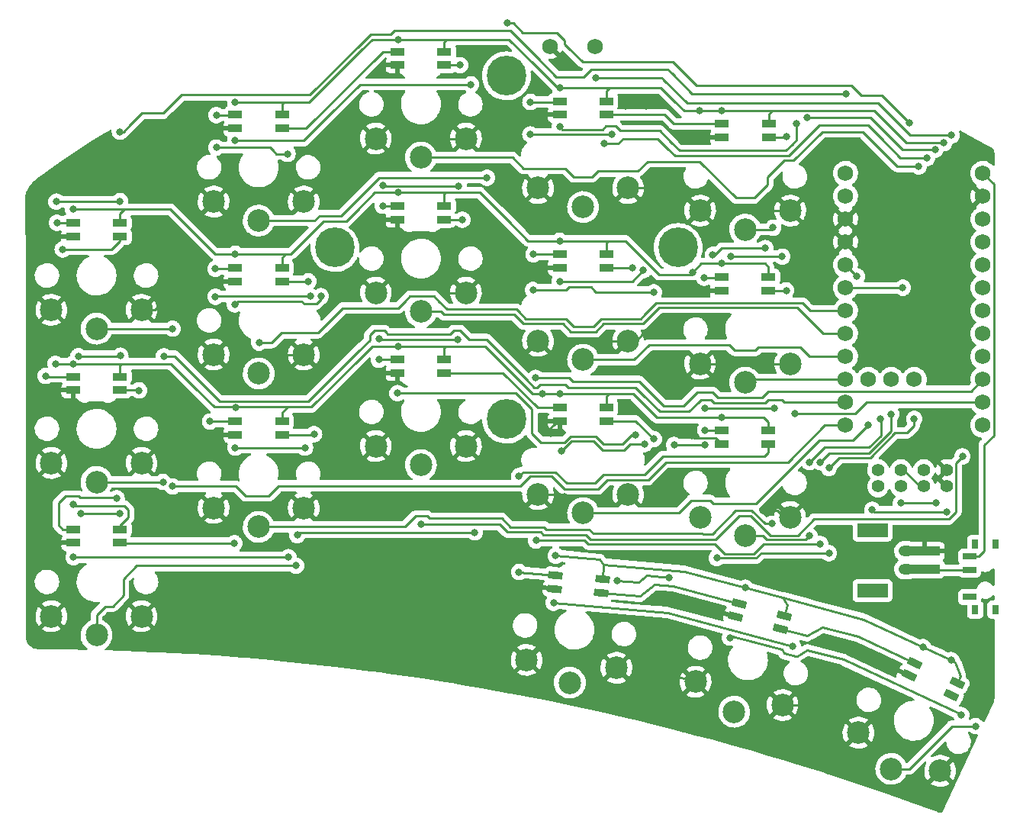
<source format=gbr>
%TF.GenerationSoftware,KiCad,Pcbnew,(6.0.4)*%
%TF.CreationDate,2022-10-21T08:01:46-04:00*%
%TF.ProjectId,half-swept,68616c66-2d73-4776-9570-742e6b696361,rev?*%
%TF.SameCoordinates,Original*%
%TF.FileFunction,Copper,L1,Top*%
%TF.FilePolarity,Positive*%
%FSLAX46Y46*%
G04 Gerber Fmt 4.6, Leading zero omitted, Abs format (unit mm)*
G04 Created by KiCad (PCBNEW (6.0.4)) date 2022-10-21 08:01:46*
%MOMM*%
%LPD*%
G01*
G04 APERTURE LIST*
G04 Aperture macros list*
%AMRoundRect*
0 Rectangle with rounded corners*
0 $1 Rounding radius*
0 $2 $3 $4 $5 $6 $7 $8 $9 X,Y pos of 4 corners*
0 Add a 4 corners polygon primitive as box body*
4,1,4,$2,$3,$4,$5,$6,$7,$8,$9,$2,$3,0*
0 Add four circle primitives for the rounded corners*
1,1,$1+$1,$2,$3*
1,1,$1+$1,$4,$5*
1,1,$1+$1,$6,$7*
1,1,$1+$1,$8,$9*
0 Add four rect primitives between the rounded corners*
20,1,$1+$1,$2,$3,$4,$5,0*
20,1,$1+$1,$4,$5,$6,$7,0*
20,1,$1+$1,$6,$7,$8,$9,0*
20,1,$1+$1,$8,$9,$2,$3,0*%
G04 Aperture macros list end*
%TA.AperFunction,ComponentPad*%
%ADD10C,1.750000*%
%TD*%
%TA.AperFunction,ComponentPad*%
%ADD11C,2.500000*%
%TD*%
%TA.AperFunction,ComponentPad*%
%ADD12C,4.400000*%
%TD*%
%TA.AperFunction,SMDPad,CuDef*%
%ADD13R,3.500000X1.000000*%
%TD*%
%TA.AperFunction,ComponentPad*%
%ADD14O,1.700000X1.200000*%
%TD*%
%TA.AperFunction,SMDPad,CuDef*%
%ADD15R,3.400000X1.500000*%
%TD*%
%TA.AperFunction,ComponentPad*%
%ADD16C,1.752600*%
%TD*%
%TA.AperFunction,SMDPad,CuDef*%
%ADD17R,0.800000X1.000000*%
%TD*%
%TA.AperFunction,SMDPad,CuDef*%
%ADD18R,1.500000X0.700000*%
%TD*%
%TA.AperFunction,ComponentPad*%
%ADD19C,1.397000*%
%TD*%
%TA.AperFunction,SMDPad,CuDef*%
%ADD20RoundRect,0.082000X-0.718000X0.328000X-0.718000X-0.328000X0.718000X-0.328000X0.718000X0.328000X0*%
%TD*%
%TA.AperFunction,SMDPad,CuDef*%
%ADD21RoundRect,0.082000X-0.686681X0.389330X-0.743855X-0.264174X0.686681X-0.389330X0.743855X0.264174X0*%
%TD*%
%TA.AperFunction,SMDPad,CuDef*%
%ADD22RoundRect,0.082000X-0.608642X0.502656X-0.778427X-0.130992X0.608642X-0.502656X0.778427X0.130992X0*%
%TD*%
%TA.AperFunction,SMDPad,CuDef*%
%ADD23RoundRect,0.082000X-0.512110X0.600709X-0.789348X0.006171X0.512110X-0.600709X0.789348X-0.006171X0*%
%TD*%
%TA.AperFunction,ViaPad*%
%ADD24C,0.800000*%
%TD*%
%TA.AperFunction,Conductor*%
%ADD25C,0.250000*%
%TD*%
G04 APERTURE END LIST*
D10*
%TO.P,RSW1,1,1*%
%TO.N,gnd*%
X199860270Y-47465595D03*
%TO.P,RSW1,2,2*%
%TO.N,reset*%
X204860270Y-47465595D03*
%TD*%
D11*
%TO.P,SW2,1,1*%
%TO.N,Switch1*%
X149535270Y-78803095D03*
%TO.P,SW2,2,2*%
%TO.N,gnd*%
X144535270Y-76703095D03*
X154535270Y-76703095D03*
%TD*%
%TO.P,SW3,1,1*%
%TO.N,Switch2*%
X167535270Y-66803095D03*
%TO.P,SW3,2,2*%
%TO.N,gnd*%
X162535270Y-64703095D03*
X172535270Y-64703095D03*
%TD*%
%TO.P,SW4,1,1*%
%TO.N,Switch3*%
X185535270Y-59803095D03*
%TO.P,SW4,2,2*%
%TO.N,gnd*%
X180535270Y-57703095D03*
X190535270Y-57703095D03*
%TD*%
%TO.P,SW5,1,1*%
%TO.N,Switch4*%
X203535271Y-65303095D03*
%TO.P,SW5,2,2*%
%TO.N,gnd*%
X198535271Y-63203095D03*
X208535271Y-63203095D03*
%TD*%
%TO.P,SW6,1,1*%
%TO.N,Switch5*%
X221535269Y-67803095D03*
%TO.P,SW6,2,2*%
%TO.N,gnd*%
X226535269Y-65703095D03*
X216535269Y-65703095D03*
%TD*%
%TO.P,SW8,1,1*%
%TO.N,Switch6*%
X149535270Y-95803095D03*
%TO.P,SW8,2,2*%
%TO.N,gnd*%
X154535270Y-93703095D03*
X144535270Y-93703095D03*
%TD*%
%TO.P,SW9,1,1*%
%TO.N,Switch7*%
X167535271Y-83777095D03*
%TO.P,SW9,2,2*%
%TO.N,gnd*%
X172535271Y-81677095D03*
X162535271Y-81677095D03*
%TD*%
%TO.P,SW10,1,1*%
%TO.N,Switch8*%
X185535270Y-76919095D03*
%TO.P,SW10,2,2*%
%TO.N,gnd*%
X180535270Y-74819095D03*
X190535270Y-74819095D03*
%TD*%
%TO.P,SW11,1,1*%
%TO.N,Switch9*%
X203535270Y-82253096D03*
%TO.P,SW11,2,2*%
%TO.N,gnd*%
X208535270Y-80153096D03*
X198535270Y-80153096D03*
%TD*%
%TO.P,SW12,1,1*%
%TO.N,Switch10*%
X221515270Y-84793096D03*
%TO.P,SW12,2,2*%
%TO.N,gnd*%
X226515270Y-82693096D03*
X216515270Y-82693096D03*
%TD*%
%TO.P,SW14,1,1*%
%TO.N,Switch11*%
X149535271Y-112803095D03*
%TO.P,SW14,2,2*%
%TO.N,gnd*%
X154535271Y-110703095D03*
X144535271Y-110703095D03*
%TD*%
%TO.P,SW15,1,1*%
%TO.N,Switch12*%
X167535270Y-100795095D03*
%TO.P,SW15,2,2*%
%TO.N,gnd*%
X162535270Y-98695095D03*
X172535270Y-98695095D03*
%TD*%
%TO.P,SW16,1,1*%
%TO.N,Switch13*%
X185535269Y-93937095D03*
%TO.P,SW16,2,2*%
%TO.N,gnd*%
X180535269Y-91837095D03*
X190535269Y-91837095D03*
%TD*%
%TO.P,SW17,1,1*%
%TO.N,Switch14*%
X203535270Y-99271096D03*
%TO.P,SW17,2,2*%
%TO.N,gnd*%
X198535270Y-97171096D03*
X208535270Y-97171096D03*
%TD*%
%TO.P,SW18,1,1*%
%TO.N,Switch15*%
X221515270Y-101811095D03*
%TO.P,SW18,2,2*%
%TO.N,gnd*%
X216515270Y-99711095D03*
X226515270Y-99711095D03*
%TD*%
%TO.P,SW20,1,1*%
%TO.N,Switch16*%
X237741823Y-127650310D03*
%TO.P,SW20,2,2*%
%TO.N,gnd*%
X243160861Y-127860155D03*
X234097783Y-123633972D03*
%TD*%
%TO.P,SW21,1,1*%
%TO.N,Switch17*%
X220308238Y-121302056D03*
%TO.P,SW21,2,2*%
%TO.N,gnd*%
X225681387Y-120567707D03*
X216022128Y-117979517D03*
%TD*%
D12*
%TO.P,REF\u002A\u002A,1*%
%TO.N,N/C*%
X195035270Y-88853095D03*
X175985270Y-69803095D03*
X214085270Y-69803095D03*
X195035270Y-50753095D03*
%TD*%
D13*
%TO.P,JST_PH2_SMT,1*%
%TO.N,gnd*%
X241415657Y-103496925D03*
D14*
%TO.N,N/C*%
X239415657Y-103496925D03*
%TO.P,JST_PH2_SMT,2*%
X239415657Y-105496925D03*
D13*
%TO.N,battery*%
X241415657Y-105496925D03*
D15*
%TO.P,JST_PH2_SMT,3*%
%TO.N,N/C*%
X235665657Y-107846925D03*
X235665657Y-101146925D03*
%TD*%
D16*
%TO.P,U2,1,TX0/PD3*%
%TO.N,led*%
X232665269Y-61569846D03*
%TO.P,U2,2,RX1/PD2*%
%TO.N,Switch15*%
X232665269Y-64109846D03*
%TO.P,U2,3,GND*%
%TO.N,gnd*%
X232665269Y-66649846D03*
%TO.P,U2,4,GND*%
X232665269Y-69189846D03*
%TO.P,U2,5,2/PD1*%
%TO.N,sda*%
X232665269Y-71729846D03*
%TO.P,U2,6,3/PD0*%
%TO.N,scl*%
X232665269Y-74269846D03*
%TO.P,U2,7,4/PD4*%
%TO.N,Switch7*%
X232665269Y-76809846D03*
%TO.P,U2,8,5/PC6*%
%TO.N,Switch8*%
X232665269Y-79349846D03*
%TO.P,U2,9,6/PD7*%
%TO.N,Switch9*%
X232665269Y-81889846D03*
%TO.P,U2,10,7/PE6*%
%TO.N,Switch10*%
X232665269Y-84429846D03*
%TO.P,U2,11,8/PB4*%
%TO.N,Switch6*%
X232665269Y-86969846D03*
%TO.P,U2,12,9/PB5*%
%TO.N,Switch1*%
X232665269Y-89509846D03*
%TO.P,U2,13,10/PB6*%
%TO.N,Switch13*%
X247905269Y-89509846D03*
%TO.P,U2,14,16/PB2*%
%TO.N,Switch12*%
X247905269Y-86969846D03*
%TO.P,U2,15,14/PB3*%
%TO.N,Switch11*%
X247905269Y-84429846D03*
%TO.P,U2,16,15/PB1*%
%TO.N,Switch16*%
X247905269Y-81889846D03*
%TO.P,U2,17,A0/PF7*%
%TO.N,Switch2*%
X247905269Y-79349846D03*
%TO.P,U2,18,A1/PF6*%
%TO.N,Switch3*%
X247905269Y-76809846D03*
%TO.P,U2,19,A2/PF5*%
%TO.N,Switch4*%
X247905269Y-74269846D03*
%TO.P,U2,20,A3/PF4*%
%TO.N,Switch5*%
X247905269Y-71729846D03*
%TO.P,U2,21,VCC*%
%TO.N,vcc*%
X247905269Y-69189846D03*
%TO.P,U2,22,RST*%
%TO.N,reset*%
X247905269Y-66649846D03*
%TO.P,U2,23,GND*%
%TO.N,gnd*%
X247905269Y-64109846D03*
%TO.P,U2,24,B0*%
%TO.N,raw*%
X247905269Y-61569846D03*
%TO.P,U2,31*%
%TO.N,Switch14*%
X235205269Y-84429846D03*
%TO.P,U2,32*%
%TO.N,Switch18*%
X237745269Y-84429846D03*
%TO.P,U2,33*%
%TO.N,Switch17*%
X240285269Y-84429846D03*
%TD*%
D17*
%TO.P,REF\u002A\u002A,*%
%TO.N,*%
X249277611Y-109983619D03*
X247067611Y-102683619D03*
X249277611Y-102683619D03*
X247067611Y-109983619D03*
D18*
%TO.P,REF\u002A\u002A,1*%
%TO.N,N/C*%
X246417611Y-108583619D03*
%TO.P,REF\u002A\u002A,2*%
%TO.N,battery*%
X246417611Y-105583619D03*
%TO.P,REF\u002A\u002A,3*%
%TO.N,raw*%
X246417611Y-104083619D03*
%TD*%
D19*
%TO.P,OL2,1,SDA*%
%TO.N,sda*%
X236275271Y-96303095D03*
%TO.P,OL2,2,SCL*%
%TO.N,scl*%
X238815271Y-96303095D03*
%TO.P,OL2,3,VCC*%
%TO.N,vcc*%
X241355271Y-96303095D03*
%TO.P,OL2,4,GND*%
%TO.N,gnd*%
X243895271Y-96303095D03*
%TD*%
%TO.P,OL1,1,SDA*%
%TO.N,sda*%
X236275270Y-94483095D03*
%TO.P,OL1,2,SCL*%
%TO.N,scl*%
X238815270Y-94483095D03*
%TO.P,OL1,3,VCC*%
%TO.N,vcc*%
X241355270Y-94483095D03*
%TO.P,OL1,4,GND*%
%TO.N,gnd*%
X243895270Y-94483095D03*
%TD*%
D11*
%TO.P,SW1,1,1*%
%TO.N,Switch18*%
X202071052Y-118080643D03*
%TO.P,SW1,2,2*%
%TO.N,gnd*%
X207235053Y-116424413D03*
X197273106Y-115552855D03*
%TD*%
D20*
%TO.P,D34,1,VDD*%
%TO.N,vcc*%
X170135270Y-55073095D03*
%TO.P,D34,2,DOUT*%
%TO.N,Net-(D20-Pad4)*%
X170135270Y-56573095D03*
%TO.P,D34,3,VSS*%
%TO.N,gnd*%
X164935270Y-56573095D03*
%TO.P,D34,4,DIN*%
%TO.N,Net-(D31-Pad2)*%
X164935270Y-55073095D03*
%TD*%
%TO.P,D26,1,VDD*%
%TO.N,vcc*%
X188135269Y-82207095D03*
%TO.P,D26,2,DOUT*%
%TO.N,Net-(D26-Pad2)*%
X188135269Y-83707095D03*
%TO.P,D26,3,VSS*%
%TO.N,gnd*%
X182935269Y-83707095D03*
%TO.P,D26,4,DIN*%
%TO.N,Net-(D23-Pad2)*%
X182935269Y-82207095D03*
%TD*%
%TO.P,D31,1,VDD*%
%TO.N,vcc*%
X170135271Y-72047095D03*
%TO.P,D31,2,DOUT*%
%TO.N,Net-(D31-Pad2)*%
X170135271Y-73547095D03*
%TO.P,D31,3,VSS*%
%TO.N,gnd*%
X164935271Y-73547095D03*
%TO.P,D31,4,DIN*%
%TO.N,Net-(D28-Pad2)*%
X164935271Y-72047095D03*
%TD*%
%TO.P,D28,1,VDD*%
%TO.N,vcc*%
X170135270Y-89065095D03*
%TO.P,D28,2,DOUT*%
%TO.N,Net-(D28-Pad2)*%
X170135270Y-90565095D03*
%TO.P,D28,3,VSS*%
%TO.N,gnd*%
X164935270Y-90565095D03*
%TO.P,D28,4,DIN*%
%TO.N,Net-(D25-Pad2)*%
X164935270Y-89065095D03*
%TD*%
%TO.P,D32,1,VDD*%
%TO.N,vcc*%
X206135270Y-70523096D03*
%TO.P,D32,2,DOUT*%
%TO.N,Net-(D32-Pad2)*%
X206135270Y-72023096D03*
%TO.P,D32,3,VSS*%
%TO.N,gnd*%
X200935270Y-72023096D03*
%TO.P,D32,4,DIN*%
%TO.N,Net-(D29-Pad2)*%
X200935270Y-70523096D03*
%TD*%
%TO.P,D21,1,VDD*%
%TO.N,vcc*%
X224135269Y-56073095D03*
%TO.P,D21,2,DOUT*%
%TO.N,Net-(D21-Pad2)*%
X224135269Y-57573095D03*
%TO.P,D21,3,VSS*%
%TO.N,gnd*%
X218935269Y-57573095D03*
%TO.P,D21,4,DIN*%
%TO.N,Net-(D21-Pad4)*%
X218935269Y-56073095D03*
%TD*%
%TO.P,D19,1,VDD*%
%TO.N,vcc*%
X152135270Y-67073095D03*
%TO.P,D19,2,DOUT*%
%TO.N,Net-(D19-Pad2)*%
X152135270Y-68573095D03*
%TO.P,D19,3,VSS*%
%TO.N,gnd*%
X146935270Y-68573095D03*
%TO.P,D19,4,DIN*%
%TO.N,led*%
X146935270Y-67073095D03*
%TD*%
%TO.P,D23,1,VDD*%
%TO.N,vcc*%
X188135270Y-65189095D03*
%TO.P,D23,2,DOUT*%
%TO.N,Net-(D23-Pad2)*%
X188135270Y-66689095D03*
%TO.P,D23,3,VSS*%
%TO.N,gnd*%
X182935270Y-66689095D03*
%TO.P,D23,4,DIN*%
%TO.N,Net-(D20-Pad2)*%
X182935270Y-65189095D03*
%TD*%
%TO.P,D22,1,VDD*%
%TO.N,vcc*%
X152135270Y-84123095D03*
%TO.P,D22,2,DOUT*%
%TO.N,Net-(D22-Pad2)*%
X152135270Y-85623095D03*
%TO.P,D22,3,VSS*%
%TO.N,gnd*%
X146935270Y-85623095D03*
%TO.P,D22,4,DIN*%
%TO.N,Net-(D19-Pad2)*%
X146935270Y-84123095D03*
%TD*%
%TO.P,D35,1,VDD*%
%TO.N,vcc*%
X206135271Y-53573095D03*
%TO.P,D35,2,DOUT*%
%TO.N,Net-(D21-Pad4)*%
X206135271Y-55073095D03*
%TO.P,D35,3,VSS*%
%TO.N,gnd*%
X200935271Y-55073095D03*
%TO.P,D35,4,DIN*%
%TO.N,Net-(D32-Pad2)*%
X200935271Y-53573095D03*
%TD*%
%TO.P,D25,1,VDD*%
%TO.N,vcc*%
X152135271Y-101073095D03*
%TO.P,D25,2,DOUT*%
%TO.N,Net-(D25-Pad2)*%
X152135271Y-102573095D03*
%TO.P,D25,3,VSS*%
%TO.N,gnd*%
X146935271Y-102573095D03*
%TO.P,D25,4,DIN*%
%TO.N,Net-(D22-Pad2)*%
X146935271Y-101073095D03*
%TD*%
%TO.P,D24,1,VDD*%
%TO.N,vcc*%
X224115270Y-73063096D03*
%TO.P,D24,2,DOUT*%
%TO.N,Net-(D24-Pad2)*%
X224115270Y-74563096D03*
%TO.P,D24,3,VSS*%
%TO.N,gnd*%
X218915270Y-74563096D03*
%TO.P,D24,4,DIN*%
%TO.N,Net-(D21-Pad2)*%
X218915270Y-73063096D03*
%TD*%
D21*
%TO.P,D30,1,VDD*%
%TO.N,vcc*%
X205683495Y-106621884D03*
%TO.P,D30,2,DOUT*%
%TO.N,Net-(D30-Pad2)*%
X205552762Y-108116176D03*
%TO.P,D30,3,VSS*%
%TO.N,gnd*%
X200372549Y-107662966D03*
%TO.P,D30,4,DIN*%
%TO.N,Net-(D27-Pad2)*%
X200503283Y-106168674D03*
%TD*%
D20*
%TO.P,D29,1,VDD*%
%TO.N,vcc*%
X206135270Y-87541096D03*
%TO.P,D29,2,DOUT*%
%TO.N,Net-(D29-Pad2)*%
X206135270Y-89041096D03*
%TO.P,D29,3,VSS*%
%TO.N,gnd*%
X200935270Y-89041096D03*
%TO.P,D29,4,DIN*%
%TO.N,Net-(D26-Pad2)*%
X200935270Y-87541096D03*
%TD*%
D22*
%TO.P,D33,1,VDD*%
%TO.N,vcc*%
X225855592Y-110644676D03*
%TO.P,D33,2,DOUT*%
%TO.N,Net-(D33-Pad2)*%
X225467364Y-112093565D03*
%TO.P,D33,3,VSS*%
%TO.N,gnd*%
X220444549Y-110747706D03*
%TO.P,D33,4,DIN*%
%TO.N,Net-(D30-Pad2)*%
X220832778Y-109298817D03*
%TD*%
D20*
%TO.P,D20,1,VDD*%
%TO.N,vcc*%
X188135270Y-48073095D03*
%TO.P,D20,2,DOUT*%
%TO.N,Net-(D20-Pad2)*%
X188135270Y-49573095D03*
%TO.P,D20,3,VSS*%
%TO.N,gnd*%
X182935270Y-49573095D03*
%TO.P,D20,4,DIN*%
%TO.N,Net-(D20-Pad4)*%
X182935270Y-48073095D03*
%TD*%
D23*
%TO.P,D36,1,VDD*%
%TO.N,vcc*%
X245055536Y-118118127D03*
%TO.P,D36,2,DOUT*%
%TO.N,unconnected-(D36-Pad2)*%
X244421608Y-119477589D03*
%TO.P,D36,3,VSS*%
%TO.N,gnd*%
X239708808Y-117279974D03*
%TO.P,D36,4,DIN*%
%TO.N,Net-(D33-Pad2)*%
X240342735Y-115920512D03*
%TD*%
D20*
%TO.P,D27,1,VDD*%
%TO.N,vcc*%
X224115270Y-90081095D03*
%TO.P,D27,2,DOUT*%
%TO.N,Net-(D27-Pad2)*%
X224115270Y-91581095D03*
%TO.P,D27,3,VSS*%
%TO.N,gnd*%
X218915270Y-91581095D03*
%TO.P,D27,4,DIN*%
%TO.N,Net-(D24-Pad2)*%
X218915270Y-90081095D03*
%TD*%
D24*
%TO.N,gnd*%
X210970741Y-73455029D03*
X187520741Y-57255029D03*
X201470741Y-97455028D03*
X151620741Y-87605028D03*
X215620741Y-90655028D03*
X223420741Y-65705028D03*
X223520741Y-98955028D03*
X213670740Y-79155028D03*
X230520741Y-120605028D03*
X208270741Y-54105028D03*
X187470741Y-74105028D03*
X180520741Y-50505029D03*
X155270740Y-87555029D03*
X223782673Y-82693096D03*
X212968358Y-117057230D03*
X230470741Y-113355029D03*
X169120740Y-81755028D03*
X211370741Y-63205028D03*
X213745741Y-63730028D03*
X215038910Y-109329823D03*
X210520741Y-54105028D03*
X205470740Y-80355029D03*
X214970741Y-57555029D03*
X199970741Y-90455028D03*
%TO.N,vcc*%
X218915271Y-88673096D03*
X146935270Y-65553095D03*
X164935270Y-70503094D03*
X183035270Y-80753095D03*
X164968807Y-87579529D03*
X183035270Y-63703095D03*
X221536392Y-107540653D03*
X215710270Y-72528096D03*
X242670740Y-98155028D03*
X146935270Y-82703097D03*
X218935271Y-54653095D03*
X200503282Y-103985083D03*
X218915270Y-71583096D03*
X238820741Y-98155028D03*
X200985271Y-52103095D03*
X199035270Y-86003095D03*
X244390863Y-115584907D03*
X144985270Y-82703096D03*
X241251755Y-114121117D03*
X164935270Y-53703095D03*
X200935270Y-69053094D03*
X200985271Y-86003094D03*
X243585270Y-58203094D03*
X146935271Y-98303094D03*
X182985272Y-46703095D03*
X216435270Y-54653095D03*
%TO.N,Switch18*%
X198320741Y-102305029D03*
X237746991Y-88278851D03*
X229870740Y-102705028D03*
X229870741Y-93605028D03*
%TO.N,reset*%
X244435271Y-57353095D03*
X204985270Y-50953095D03*
%TO.N,Switch1*%
X157970741Y-78805028D03*
X157970740Y-96305028D03*
%TO.N,Switch2*%
X239770741Y-56005028D03*
X192870740Y-62055028D03*
X195120741Y-44905028D03*
%TO.N,Switch3*%
X240770741Y-60805028D03*
%TO.N,Switch4*%
X241720740Y-59855029D03*
X205870741Y-58255028D03*
%TO.N,Switch5*%
X224620740Y-67605029D03*
X242620741Y-58927594D03*
X228370741Y-55405028D03*
%TO.N,Switch6*%
X156920741Y-95805028D03*
X157020741Y-81855028D03*
%TO.N,Switch7*%
X167570741Y-80355028D03*
%TO.N,Switch11*%
X198270741Y-84255028D03*
X171670741Y-105105028D03*
X191520741Y-101405028D03*
X171820741Y-101705029D03*
%TO.N,Switch12*%
X224470741Y-100455029D03*
X227020740Y-88255028D03*
%TO.N,Switch13*%
X185570740Y-100505028D03*
X245642781Y-92978303D03*
%TO.N,Switch14*%
X235197426Y-89514747D03*
%TO.N,Switch15*%
X228670740Y-101805029D03*
X228670741Y-93605028D03*
X236550310Y-88779484D03*
%TO.N,Switch16*%
X247120740Y-122905028D03*
%TO.N,Switch17*%
X240285226Y-88813686D03*
X230820741Y-94255029D03*
X218370741Y-104244893D03*
X230820741Y-103705029D03*
%TO.N,Net-(D1-Pad2)*%
X152185271Y-81803095D03*
X147535271Y-81853095D03*
%TO.N,led*%
X145135271Y-67053095D03*
X232685270Y-52753095D03*
X145085270Y-64703094D03*
X152135271Y-64653095D03*
X152135269Y-56953094D03*
%TO.N,Net-(D16-Pad2)*%
X164935269Y-57953095D03*
X191085270Y-51703095D03*
%TO.N,Net-(D3-Pad2)*%
X219935269Y-70753095D03*
X225635270Y-70803094D03*
%TO.N,Net-(D17-Pad2)*%
X200935269Y-56403095D03*
X227235270Y-56053095D03*
%TO.N,Net-(D4-Pad2)*%
X147785270Y-99353094D03*
X152135270Y-99353096D03*
%TO.N,Net-(D10-Pad4)*%
X170835270Y-104153095D03*
X146985270Y-104153096D03*
%TO.N,Net-(D11-Pad4)*%
X209385270Y-90603095D03*
X182935271Y-85953096D03*
%TO.N,Net-(D12-Pad4)*%
X213635269Y-91703096D03*
X217085270Y-91653095D03*
X207352290Y-106764466D03*
X213104682Y-106414489D03*
%TO.N,Net-(D10-Pad2)*%
X164935271Y-92003095D03*
X172685271Y-92003095D03*
%TO.N,Net-(D11-Pad2)*%
X210335270Y-91603095D03*
X201170741Y-92405029D03*
%TO.N,Net-(D12-Pad2)*%
X226829416Y-114068450D03*
X200262530Y-109205843D03*
%TO.N,Net-(D13-Pad2)*%
X174435271Y-75203095D03*
X164885269Y-76103095D03*
%TO.N,Net-(D14-Pad2)*%
X210235269Y-72303095D03*
X200935271Y-73553095D03*
%TO.N,Net-(D15-Pad2)*%
X245517313Y-121673678D03*
X219847939Y-113077753D03*
%TO.N,sda*%
X243920741Y-99105029D03*
X233927885Y-73010692D03*
X235635270Y-98903095D03*
%TO.N,scl*%
X239020741Y-74255028D03*
%TO.N,Net-(D19-Pad2)*%
X143885271Y-84053096D03*
X145785271Y-70003095D03*
%TO.N,Net-(D20-Pad2)*%
X189735270Y-62953095D03*
X181285271Y-62903096D03*
X181285272Y-65153096D03*
X189885272Y-49553095D03*
%TO.N,Net-(D21-Pad2)*%
X226135270Y-57453095D03*
X223768808Y-69853095D03*
X216985270Y-73153096D03*
X217935269Y-70603095D03*
%TO.N,Net-(D22-Pad2)*%
X154270740Y-85655029D03*
X151770741Y-97605029D03*
%TO.N,Net-(D23-Pad2)*%
X189585271Y-80003097D03*
X180885271Y-82253096D03*
X190135270Y-66703096D03*
X180885270Y-79903094D03*
%TO.N,Net-(D24-Pad2)*%
X217085269Y-87653095D03*
X226085270Y-74553095D03*
X224735270Y-87603095D03*
X217085269Y-90053095D03*
%TO.N,Net-(D25-Pad2)*%
X164835269Y-102603096D03*
X162135271Y-89103096D03*
%TO.N,Net-(D27-Pad2)*%
X196435271Y-105803095D03*
X196435269Y-95153096D03*
%TO.N,Net-(D28-Pad2)*%
X173685270Y-90503095D03*
X162735271Y-72153095D03*
X173285270Y-75203095D03*
X162735271Y-75253096D03*
%TO.N,Net-(D29-Pad2)*%
X211385270Y-91053096D03*
X197985270Y-74503096D03*
X198035270Y-70553095D03*
X211385270Y-74753094D03*
%TO.N,Net-(D31-Pad2)*%
X173035270Y-73553095D03*
X162835272Y-55103096D03*
X162835270Y-58703095D03*
X170735270Y-59403097D03*
%TO.N,Net-(D32-Pad2)*%
X197685271Y-57253096D03*
X197685270Y-53653095D03*
X208985271Y-72053095D03*
X206685271Y-57203095D03*
%TD*%
D25*
%TO.N,Switch11*%
X200570740Y-84255029D02*
X198270741Y-84255028D01*
X201970740Y-84255028D02*
X200570740Y-84255029D01*
X202370740Y-84655029D02*
X201970740Y-84255028D01*
X208220740Y-84655028D02*
X202370740Y-84655029D01*
X209770740Y-84655029D02*
X208220740Y-84655028D01*
X212470741Y-87355028D02*
X209770740Y-84655029D01*
X217870740Y-85855028D02*
X216170741Y-85855029D01*
X223370741Y-86455028D02*
X218470740Y-86455029D01*
X218470740Y-86455029D02*
X217870740Y-85855028D01*
X214670740Y-87355028D02*
X212470741Y-87355028D01*
X224088996Y-85736773D02*
X223370741Y-86455028D01*
X216170741Y-85855029D02*
X214670740Y-87355028D01*
X246598342Y-85736773D02*
X224088996Y-85736773D01*
X247905269Y-84429846D02*
X246598342Y-85736773D01*
%TO.N,gnd*%
X187968808Y-57703095D02*
X190535270Y-57703096D01*
X199970740Y-89755028D02*
X199970741Y-90455028D01*
X225876807Y-99711094D02*
X226515271Y-99711094D01*
X211370741Y-63205028D02*
X211368807Y-63203095D01*
X151670741Y-87555028D02*
X155270740Y-87555029D01*
X211370741Y-63205028D02*
X213220741Y-63205028D01*
X164935270Y-73547095D02*
X159128673Y-73547095D01*
X223420741Y-65705028D02*
X223422674Y-65703095D01*
X215894297Y-90928585D02*
X215620741Y-90655028D01*
X210120740Y-79455028D02*
X210420740Y-79155028D01*
X223782673Y-82693096D02*
X226515271Y-82693097D01*
X200270740Y-89455029D02*
X199970740Y-89755028D01*
X212968358Y-117057230D02*
X213039413Y-117180301D01*
X200935271Y-89041096D02*
X200684673Y-89041097D01*
X216515271Y-82693096D02*
X223782673Y-82693096D01*
X208535271Y-80153096D02*
X209422673Y-80153095D01*
X200684673Y-89041097D02*
X200270740Y-89455029D01*
X210420740Y-79155028D02*
X213670740Y-79155028D01*
X223520741Y-98955028D02*
X225120740Y-98955029D01*
X220444550Y-110747706D02*
X215075056Y-109308955D01*
X169198673Y-81677095D02*
X172535270Y-81677095D01*
X213220741Y-63205028D02*
X213745741Y-63730028D01*
X182935269Y-49573096D02*
X181452674Y-49573096D01*
X215075056Y-109308955D02*
X215038910Y-109329823D01*
X225120740Y-98955029D02*
X225876807Y-99711094D01*
X208270741Y-54105028D02*
X210520741Y-54105028D01*
X218262761Y-90928584D02*
X215894297Y-90928585D01*
X218915271Y-91581094D02*
X218262761Y-90928584D01*
X213745741Y-63730028D02*
X214570741Y-64555028D01*
X187520741Y-57255029D02*
X187968808Y-57703095D01*
X187470741Y-74105028D02*
X188184807Y-74819096D01*
X155972673Y-76703096D02*
X154535270Y-76703095D01*
X205470740Y-80355029D02*
X205672674Y-80153095D01*
X151620741Y-87605028D02*
X151670741Y-87555028D01*
X188184807Y-74819096D02*
X190535269Y-74819095D01*
X205672674Y-80153095D02*
X208535271Y-80153096D01*
X201470741Y-97455028D02*
X201186809Y-97171096D01*
X169120740Y-81755028D02*
X169198673Y-81677095D01*
X230483419Y-120567707D02*
X230520741Y-120605028D01*
X209422673Y-80153095D02*
X210120740Y-79455028D01*
X181452674Y-49573096D02*
X180520741Y-50505029D01*
X214988808Y-57573095D02*
X214970741Y-57555029D01*
X214570741Y-64555028D02*
X215387202Y-64555028D01*
X159128673Y-73547095D02*
X155972673Y-76703096D01*
X215387202Y-64555028D02*
X216535269Y-65703095D01*
X223422674Y-65703095D02*
X226535270Y-65703096D01*
X218935270Y-57573096D02*
X214988808Y-57573095D01*
X211368807Y-63203095D02*
X208535272Y-63203095D01*
X213039413Y-117180301D02*
X216022129Y-117979517D01*
X201186809Y-97171096D02*
X198535271Y-97171097D01*
X225681388Y-120567707D02*
X230483419Y-120567707D01*
%TO.N,vcc*%
X147085271Y-98453095D02*
X146935271Y-98303094D01*
X173385271Y-87503097D02*
X170735271Y-87503096D01*
X206135269Y-86253095D02*
X206385271Y-86003096D01*
X170135271Y-89065096D02*
X170135271Y-88103095D01*
X170135271Y-88103095D02*
X170735271Y-87503096D01*
X170735271Y-87503096D02*
X168985270Y-87503095D01*
X180135270Y-46703095D02*
X178985272Y-47853096D01*
X157735270Y-65553095D02*
X154385271Y-65553096D01*
X209085270Y-86003096D02*
X211755272Y-88673096D01*
X171085271Y-70503096D02*
X170535271Y-70503095D01*
X162685270Y-70503096D02*
X161685269Y-69503095D01*
X164935270Y-70503094D02*
X162685270Y-70503096D01*
X153085270Y-98903095D02*
X152635271Y-98453096D01*
X160385270Y-85303095D02*
X157785270Y-82703095D01*
X183035270Y-63703095D02*
X180435269Y-63703096D01*
X170535271Y-70503095D02*
X164935270Y-70503094D01*
X168985270Y-87503095D02*
X162585271Y-87503095D01*
X225657760Y-108644971D02*
X226158853Y-109512889D01*
X157785270Y-82703095D02*
X153935271Y-82703096D01*
X237935269Y-56753095D02*
X235835269Y-54653095D01*
X153085269Y-99753095D02*
X153085270Y-98903095D01*
X225657760Y-108644971D02*
X234709319Y-111070329D01*
X152135271Y-66053095D02*
X152635270Y-65553094D01*
X177285272Y-66853095D02*
X175235271Y-66853096D01*
X178435272Y-65703094D02*
X177285272Y-66853095D01*
X206135270Y-87541095D02*
X206135269Y-86253095D01*
X224115270Y-90081095D02*
X224115269Y-89183095D01*
X239385271Y-58203095D02*
X237935269Y-56753095D01*
X182985272Y-46703095D02*
X180135270Y-46703095D01*
X197885269Y-86003095D02*
X195935271Y-84053096D01*
X152135270Y-100703096D02*
X153085269Y-99753095D01*
X188285271Y-63703097D02*
X183035270Y-63703095D01*
X188135270Y-65189095D02*
X188135271Y-63853095D01*
X188135271Y-63853095D02*
X188285271Y-63703097D01*
X190285272Y-46703095D02*
X188435271Y-46703094D01*
X234709319Y-111070329D02*
X241251755Y-114121117D01*
X200735269Y-52103095D02*
X198085270Y-49453096D01*
X152135270Y-67073095D02*
X152135271Y-66053095D01*
X243585270Y-58203094D02*
X239385271Y-58203095D01*
X200935270Y-69053094D02*
X197435270Y-69053095D01*
X178835271Y-82053095D02*
X173385271Y-87503097D01*
X211985271Y-72803095D02*
X215435271Y-72803095D01*
X216435270Y-54653095D02*
X214735270Y-54653095D01*
X221536392Y-107540653D02*
X225657760Y-108644971D01*
X192635271Y-80753096D02*
X188285269Y-80753095D01*
X241251755Y-114121117D02*
X244390863Y-115584907D01*
X208235271Y-69053095D02*
X211985271Y-72803095D01*
X215435271Y-72803095D02*
X215710270Y-72528096D01*
X192085270Y-63703095D02*
X188285271Y-63703097D01*
X206135271Y-53573095D02*
X206135270Y-52403095D01*
X195335271Y-46703095D02*
X190285272Y-46703095D01*
X224115269Y-89183095D02*
X223605272Y-88673094D01*
X152135271Y-84123095D02*
X152135271Y-82853095D01*
X200985271Y-86003094D02*
X199035270Y-86003095D01*
X153935271Y-82703096D02*
X152285270Y-82703095D01*
X198085270Y-49453096D02*
X195335271Y-46703095D01*
X205829767Y-104949994D02*
X214795260Y-105734374D01*
X152285270Y-82703095D02*
X146935270Y-82703097D01*
X170135271Y-70903095D02*
X170535271Y-70503095D01*
X212185270Y-52103097D02*
X206435269Y-52103094D01*
X170135272Y-55073096D02*
X170135270Y-53903095D01*
X188135271Y-47003095D02*
X188435271Y-46703094D01*
X188135270Y-80903095D02*
X188285269Y-80753095D01*
X200935270Y-69053094D02*
X206335271Y-69053096D01*
X170135270Y-53903095D02*
X170335271Y-53703095D01*
X206435269Y-52103094D02*
X201735269Y-52103095D01*
X222085271Y-54653094D02*
X218935271Y-54653095D01*
X200985271Y-86003094D02*
X206385271Y-86003096D01*
X188135270Y-82207095D02*
X188135270Y-80903095D01*
X226158853Y-109512889D02*
X225855592Y-110644676D01*
X162585271Y-87503095D02*
X160385270Y-85303095D01*
X216655271Y-71583095D02*
X216865270Y-71583096D01*
X206135270Y-52403095D02*
X206435269Y-52103094D01*
X188435271Y-46703094D02*
X182985272Y-46703095D01*
X205829767Y-104949994D02*
X205683495Y-106621885D01*
X235835269Y-54653095D02*
X224485271Y-54653095D01*
X224485271Y-54653095D02*
X222085271Y-54653094D01*
X206335271Y-69053096D02*
X208235271Y-69053095D01*
X195935271Y-84053096D02*
X192635271Y-80753096D01*
X173135271Y-53703095D02*
X170335271Y-53703095D01*
X215710270Y-72528096D02*
X216655271Y-71583095D01*
X218935271Y-54653095D02*
X216435270Y-54653095D01*
X183035270Y-80753095D02*
X180135271Y-80753094D01*
X152635270Y-65553094D02*
X146935270Y-65553095D01*
X199035270Y-86003095D02*
X197885269Y-86003095D01*
X174735270Y-66853095D02*
X173435270Y-68153095D01*
X224115271Y-71983095D02*
X223715270Y-71583095D01*
X170135270Y-72047096D02*
X170135271Y-70903095D01*
X200985271Y-52103095D02*
X200735269Y-52103095D01*
X224135271Y-55003095D02*
X224485271Y-54653095D01*
X152135271Y-101073095D02*
X152135270Y-100703096D01*
X206385271Y-86003096D02*
X209085270Y-86003096D01*
X214795260Y-105734374D02*
X221536392Y-107540653D01*
X213635270Y-53553095D02*
X212185270Y-52103097D01*
X188285269Y-80753095D02*
X183185270Y-80753094D01*
X242670740Y-98155028D02*
X238820741Y-98155028D01*
X223605272Y-88673094D02*
X218915271Y-88673096D01*
X152135271Y-82853095D02*
X152285270Y-82703095D01*
X197435270Y-69053095D02*
X195185271Y-66803095D01*
X195185271Y-66803095D02*
X192085270Y-63703095D01*
X178985272Y-47853096D02*
X173135271Y-53703095D01*
X245412177Y-117353306D02*
X245055535Y-118118127D01*
X188135271Y-48073096D02*
X188135271Y-47003095D01*
X200503282Y-103985083D02*
X205377970Y-104411563D01*
X161685269Y-69503095D02*
X157735270Y-65553095D01*
X175235271Y-66853096D02*
X174735270Y-66853095D01*
X223715270Y-71583095D02*
X218915270Y-71583096D01*
X224115270Y-73063096D02*
X224115271Y-71983095D01*
X216865270Y-71583096D02*
X218915270Y-71583096D01*
X154385271Y-65553096D02*
X152635270Y-65553094D01*
X144985270Y-82703096D02*
X146935270Y-82703097D01*
X171835271Y-69753095D02*
X171085271Y-70503096D01*
X244845734Y-115797016D02*
X245412177Y-117353306D01*
X206135270Y-69253095D02*
X206335271Y-69053096D01*
X180435269Y-63703096D02*
X178435272Y-65703094D01*
X173435270Y-68153095D02*
X171835271Y-69753095D01*
X211755272Y-88673096D02*
X218915271Y-88673096D01*
X224135270Y-56073096D02*
X224135271Y-55003095D01*
X170335271Y-53703095D02*
X164935270Y-53703095D01*
X180135271Y-80753094D02*
X178835271Y-82053095D01*
X152635271Y-98453096D02*
X147085271Y-98453095D01*
X244390863Y-115584907D02*
X244845734Y-115797016D01*
X206135270Y-70523096D02*
X206135270Y-69253095D01*
X201735269Y-52103095D02*
X200985271Y-52103095D01*
X214735270Y-54653095D02*
X213635270Y-53553095D01*
X205377970Y-104411563D02*
X205829767Y-104949994D01*
X183185270Y-80753094D02*
X183035270Y-80753095D01*
%TO.N,Switch18*%
X204120741Y-102705028D02*
X218199462Y-102705028D01*
X222510126Y-103805508D02*
X223610605Y-102705029D01*
X203720740Y-102305028D02*
X204120741Y-102705028D01*
X223610605Y-102705029D02*
X229870740Y-102705028D01*
X198320741Y-102305029D02*
X203720740Y-102305028D01*
X235235805Y-92655028D02*
X230820740Y-92655028D01*
X218199462Y-102705028D02*
X219299942Y-103805508D01*
X219299942Y-103805508D02*
X222510126Y-103805508D01*
X237746991Y-88278851D02*
X237746991Y-90143842D01*
X237746991Y-90143842D02*
X235235805Y-92655028D01*
X230820740Y-92655028D02*
X229870741Y-93605028D01*
%TO.N,reset*%
X239835271Y-57353096D02*
X237785269Y-55303095D01*
X215085269Y-53753095D02*
X212435270Y-51103095D01*
X237785269Y-55303095D02*
X236235269Y-53753094D01*
X233435270Y-53753097D02*
X215085269Y-53753095D01*
X212435270Y-51103095D02*
X212285271Y-50953095D01*
X236235269Y-53753094D02*
X233435270Y-53753097D01*
X244435271Y-57353095D02*
X239835271Y-57353096D01*
X212285271Y-50953095D02*
X204985270Y-50953095D01*
%TO.N,Switch1*%
X157968808Y-78803095D02*
X149535270Y-78803096D01*
X168620740Y-97355028D02*
X166070741Y-97355028D01*
X212720741Y-93605029D02*
X210770741Y-95555028D01*
X205170740Y-96605028D02*
X201470741Y-96605028D01*
X206220740Y-95555028D02*
X205670741Y-96105029D01*
X197655514Y-95160120D02*
X196560605Y-96255029D01*
X232893869Y-89509847D02*
X230365923Y-89509846D01*
X201470741Y-96605028D02*
X200025833Y-95160120D01*
X200025833Y-95160120D02*
X197655514Y-95160120D01*
X210770741Y-95555028D02*
X206220740Y-95555028D01*
X194670740Y-96255028D02*
X169720741Y-96255028D01*
X157970741Y-78805028D02*
X157968808Y-78803095D01*
X165020741Y-96305029D02*
X162320741Y-96305028D01*
X226270741Y-93605029D02*
X212720741Y-93605029D01*
X196560605Y-96255029D02*
X194670740Y-96255028D01*
X230365923Y-89509846D02*
X226270741Y-93605029D01*
X166070741Y-97355028D02*
X165020741Y-96305029D01*
X205670741Y-96105029D02*
X205170740Y-96605028D01*
X169720741Y-96255028D02*
X168620740Y-97355028D01*
X162320741Y-96305028D02*
X157970740Y-96305028D01*
%TO.N,Switch2*%
X236720741Y-52955029D02*
X235070741Y-52955028D01*
X203470741Y-49205028D02*
X201920741Y-47655029D01*
X239770741Y-56005028D02*
X236720741Y-52955029D01*
X233620740Y-52155028D02*
X233320741Y-51855028D01*
X232170740Y-51855028D02*
X216120741Y-51855029D01*
X216120741Y-51855029D02*
X215170741Y-50905028D01*
X199120740Y-45955028D02*
X196820741Y-45955028D01*
X195770741Y-44905029D02*
X195120741Y-44905028D01*
X233320741Y-51855028D02*
X232170740Y-51855028D01*
X234420740Y-52955029D02*
X233620740Y-52155028D01*
X215170741Y-50905028D02*
X213470741Y-49205029D01*
X196820741Y-45955028D02*
X195770741Y-44905029D01*
X174270740Y-66255029D02*
X173722673Y-66803095D01*
X201470741Y-46805028D02*
X200670740Y-46005028D01*
X176670741Y-66255028D02*
X174270740Y-66255029D01*
X201920741Y-47655029D02*
X201470741Y-47205029D01*
X180870741Y-62055028D02*
X176670741Y-66255028D01*
X201470740Y-46855029D02*
X201470741Y-46805028D01*
X192870740Y-62055028D02*
X180870741Y-62055028D01*
X200670740Y-46005028D02*
X200620741Y-45955029D01*
X213470741Y-49205029D02*
X206370740Y-49205028D01*
X200620741Y-45955029D02*
X199120740Y-45955028D01*
X206370740Y-49205028D02*
X203470741Y-49205028D01*
X235070741Y-52955028D02*
X234420740Y-52955029D01*
X173722673Y-66803095D02*
X167535271Y-66803096D01*
X201470741Y-47205029D02*
X201470740Y-46855029D01*
%TO.N,Switch3*%
X204520740Y-61955028D02*
X202470741Y-61955028D01*
X224020740Y-62805028D02*
X222520741Y-64305028D01*
X202470741Y-61955028D02*
X201520741Y-61005028D01*
X234570740Y-56955028D02*
X230070740Y-56955029D01*
X201520741Y-61005028D02*
X196920740Y-61005029D01*
X216470741Y-60255028D02*
X210670741Y-60255028D01*
X224020741Y-62005028D02*
X224020740Y-62805028D01*
X195718808Y-59803096D02*
X185535269Y-59803095D01*
X205170741Y-61305028D02*
X204520740Y-61955028D01*
X210670741Y-60255028D02*
X209620741Y-61305029D01*
X230070740Y-56955029D02*
X226870740Y-60155028D01*
X226870740Y-60155028D02*
X225870741Y-60155028D01*
X222520741Y-64305028D02*
X220520740Y-64305028D01*
X240770741Y-60805028D02*
X238420741Y-60805028D01*
X238420741Y-60805028D02*
X234570740Y-56955028D01*
X225870741Y-60155028D02*
X224020741Y-62005028D01*
X220520740Y-64305028D02*
X216470741Y-60255028D01*
X209620741Y-61305029D02*
X205170741Y-61305028D01*
X196920740Y-61005029D02*
X195718808Y-59803096D01*
%TO.N,Switch4*%
X241720740Y-59855029D02*
X238770741Y-59855028D01*
X211820741Y-57705029D02*
X208970740Y-57705028D01*
X235170740Y-56255029D02*
X230120741Y-56255029D01*
X212920740Y-58805028D02*
X211820741Y-57705029D01*
X229720741Y-56255028D02*
X226920741Y-59055028D01*
X230120741Y-56255029D02*
X229720741Y-56255028D01*
X226370741Y-59605029D02*
X223970741Y-59605028D01*
X223970741Y-59605028D02*
X213720740Y-59605029D01*
X238770741Y-59855028D02*
X236520741Y-57605029D01*
X226920741Y-59055028D02*
X226370741Y-59605029D01*
X207970741Y-57705028D02*
X207420741Y-58255029D01*
X236520741Y-57605029D02*
X235170740Y-56255029D01*
X207420741Y-58255029D02*
X205870741Y-58255028D01*
X213720740Y-59605029D02*
X212920740Y-58805028D01*
X208970740Y-57705028D02*
X207970741Y-57705028D01*
%TO.N,Switch5*%
X224422674Y-67803095D02*
X221535270Y-67803095D01*
X235470741Y-55405028D02*
X228370741Y-55405028D01*
X238993307Y-58927594D02*
X237570740Y-57505028D01*
X224620740Y-67605029D02*
X224422674Y-67803095D01*
X237570740Y-57505028D02*
X235470741Y-55405028D01*
X242620741Y-58927594D02*
X238993307Y-58927594D01*
%TO.N,Switch6*%
X181470741Y-79005029D02*
X180370740Y-79005028D01*
X188770741Y-79405028D02*
X187320741Y-79405029D01*
X224120741Y-86705028D02*
X223920741Y-86905028D01*
X158220741Y-81855028D02*
X157020741Y-81855028D01*
X225720741Y-86805028D02*
X225620741Y-86705029D01*
X191220741Y-80005028D02*
X190920741Y-80005029D01*
X198470741Y-85305029D02*
X198120741Y-85305028D01*
X215320741Y-88005029D02*
X214220741Y-88005028D01*
X190920741Y-80005029D02*
X190220741Y-79305029D01*
X201620740Y-85105029D02*
X201520741Y-85005028D01*
X179870741Y-79755029D02*
X179870741Y-80055028D01*
X179870741Y-80055028D02*
X178620741Y-81305028D01*
X180370740Y-79005028D02*
X179870741Y-79505028D01*
X181870741Y-79405028D02*
X181670741Y-79205028D01*
X207770741Y-85355028D02*
X201870741Y-85355028D01*
X223770741Y-87055028D02*
X221220741Y-87055029D01*
X201520741Y-85005028D02*
X198920741Y-85005028D01*
X156918807Y-95803095D02*
X149535269Y-95803096D01*
X201870741Y-85355028D02*
X201620740Y-85105029D01*
X225885559Y-86969846D02*
X225720741Y-86805028D01*
X209370740Y-85355028D02*
X207770741Y-85355028D01*
X198120741Y-85305028D02*
X197220740Y-84405028D01*
X225620741Y-86705029D02*
X224420741Y-86705029D01*
X212020740Y-88005028D02*
X210220741Y-86205028D01*
X223920741Y-86905028D02*
X223770741Y-87055028D01*
X161020740Y-84655028D02*
X158220741Y-81855028D01*
X221220741Y-87055029D02*
X218070740Y-87055029D01*
X156920741Y-95805028D02*
X156918807Y-95803095D01*
X170270740Y-86855028D02*
X163220741Y-86855028D01*
X192820741Y-80005028D02*
X191220741Y-80005028D01*
X190220741Y-79305029D02*
X189920741Y-79005028D01*
X232665269Y-86969846D02*
X225885559Y-86969846D01*
X181670741Y-79205028D02*
X181470741Y-79005029D01*
X197220740Y-84405028D02*
X192820741Y-80005028D01*
X173070740Y-86855028D02*
X170270740Y-86855028D01*
X189170741Y-79005028D02*
X188770741Y-79405028D01*
X187320741Y-79405029D02*
X181870741Y-79405028D01*
X189920741Y-79005028D02*
X189270740Y-79005028D01*
X198920741Y-85005028D02*
X198770741Y-85005028D01*
X224420741Y-86705029D02*
X224120741Y-86705028D01*
X178620741Y-81305028D02*
X173070740Y-86855028D01*
X210220741Y-86205028D02*
X209370740Y-85355028D01*
X179870741Y-79505028D02*
X179870741Y-79755029D01*
X216370741Y-86955028D02*
X215320741Y-88005029D01*
X198770741Y-85005028D02*
X198470741Y-85305029D01*
X216620740Y-86705028D02*
X216370741Y-86955028D01*
X214220741Y-88005028D02*
X212020740Y-88005028D01*
X218070740Y-87055029D02*
X217720741Y-86705028D01*
X217720741Y-86705028D02*
X216620740Y-86705028D01*
X163220741Y-86855028D02*
X161020740Y-84655028D01*
X189270740Y-79005028D02*
X189170741Y-79005028D01*
%TO.N,Switch7*%
X201820741Y-77905029D02*
X201620741Y-77705028D01*
X205570741Y-77705028D02*
X205170741Y-78105028D01*
X196120740Y-76655028D02*
X190070741Y-76655028D01*
X168970741Y-80355029D02*
X167570741Y-80355028D01*
X174120741Y-79255028D02*
X172570741Y-79255029D01*
X210370741Y-77255028D02*
X209920741Y-77705028D01*
X202470741Y-78555028D02*
X201820741Y-77905029D01*
X184320741Y-75205028D02*
X183770740Y-75755028D01*
X228320740Y-76405028D02*
X227870741Y-75955028D01*
X204720741Y-78555028D02*
X202620741Y-78555028D01*
X180120740Y-76505028D02*
X176870740Y-76505028D01*
X196470741Y-77005028D02*
X196120740Y-76655028D01*
X232665270Y-76809847D02*
X228725559Y-76809846D01*
X209920741Y-77705028D02*
X208220741Y-77705029D01*
X188420741Y-76655029D02*
X187520740Y-75755029D01*
X208220741Y-77705029D02*
X205570741Y-77705028D01*
X197170741Y-77705028D02*
X196470741Y-77005028D01*
X183020740Y-76505029D02*
X180120740Y-76505028D01*
X202620741Y-78555028D02*
X202470741Y-78555028D01*
X222270741Y-75955028D02*
X211670741Y-75955029D01*
X169570741Y-79755029D02*
X168970741Y-80355029D01*
X201620741Y-77705028D02*
X197170741Y-77705028D01*
X227870741Y-75955028D02*
X222270741Y-75955028D01*
X187520740Y-75755029D02*
X186970741Y-75205029D01*
X186970741Y-75205029D02*
X185870740Y-75205028D01*
X174670741Y-78705029D02*
X174120741Y-79255028D01*
X183770740Y-75755028D02*
X183020740Y-76505029D01*
X170070741Y-79255028D02*
X169570741Y-79755029D01*
X172570741Y-79255029D02*
X170070741Y-79255028D01*
X205170741Y-78105028D02*
X204720741Y-78555028D01*
X176870740Y-76505028D02*
X174670741Y-78705029D01*
X185870740Y-75205028D02*
X184320741Y-75205028D01*
X190070741Y-76655028D02*
X188420741Y-76655029D01*
X228725559Y-76809846D02*
X228320740Y-76405028D01*
X211670741Y-75955029D02*
X210370741Y-77255028D01*
%TO.N,Switch8*%
X205820740Y-78255029D02*
X204920740Y-79155028D01*
X195870740Y-77255028D02*
X188070741Y-77255028D01*
X210170741Y-78255029D02*
X205820740Y-78255029D01*
X187734808Y-76919095D02*
X185535269Y-76919096D01*
X204920740Y-79155028D02*
X202170740Y-79155028D01*
X202170740Y-79155028D02*
X201270741Y-78255028D01*
X188070741Y-77255028D02*
X187734808Y-76919095D01*
X201270741Y-78255028D02*
X196870740Y-78255028D01*
X196870740Y-78255028D02*
X195870740Y-77255028D01*
X232665270Y-79349846D02*
X230215559Y-79349846D01*
X211970741Y-76455028D02*
X210170741Y-78255029D01*
X230215559Y-79349846D02*
X227320740Y-76455028D01*
X227320740Y-76455028D02*
X211970741Y-76455028D01*
%TO.N,Switch9*%
X210870741Y-80605028D02*
X209222673Y-82253095D01*
X223020741Y-80855028D02*
X222670741Y-81205028D01*
X227620741Y-80855029D02*
X223020741Y-80855028D01*
X232665269Y-81889846D02*
X228655559Y-81889846D01*
X209222673Y-82253095D02*
X203535271Y-82253095D01*
X222670741Y-81205028D02*
X220370740Y-81205028D01*
X220370740Y-81205028D02*
X219770741Y-80605029D01*
X219770741Y-80605029D02*
X210870741Y-80605028D01*
X228655559Y-81889846D02*
X227620741Y-80855029D01*
%TO.N,Switch10*%
X221878520Y-84429847D02*
X221515271Y-84793096D01*
X232665270Y-84429846D02*
X221878520Y-84429847D01*
%TO.N,Switch11*%
X151320741Y-109605028D02*
X150470741Y-109605028D01*
X150470741Y-109605028D02*
X149535271Y-110540499D01*
X191520741Y-101405028D02*
X172120741Y-101405028D01*
X152520741Y-106555029D02*
X152520741Y-108405028D01*
X172120741Y-101405028D02*
X171820741Y-101705029D01*
X149535271Y-110540499D02*
X149535271Y-112803095D01*
X153970741Y-105105029D02*
X152520741Y-106555029D01*
X152520741Y-108405028D02*
X151320741Y-109605028D01*
X171670741Y-105105028D02*
X153970741Y-105105029D01*
%TO.N,Switch12*%
X195470741Y-100805028D02*
X199220740Y-100805028D01*
X199470741Y-101055028D02*
X204170741Y-101055028D01*
X234320741Y-87655029D02*
X233770741Y-88205028D01*
X194520741Y-99855029D02*
X195470741Y-100805028D01*
X235005922Y-86969847D02*
X234320741Y-87655029D01*
X186470741Y-99855028D02*
X194520741Y-99855029D01*
X227070741Y-88205028D02*
X227020740Y-88255028D01*
X220465168Y-98960600D02*
X222216178Y-98960600D01*
X223710606Y-100455028D02*
X224470741Y-100455029D01*
X247905270Y-86969847D02*
X235005922Y-86969847D01*
X184970741Y-99605028D02*
X186220741Y-99605028D01*
X222216178Y-98960600D02*
X223710606Y-100455028D01*
X204670741Y-101555028D02*
X216820740Y-101555028D01*
X199220740Y-100805028D02*
X199470741Y-101055028D01*
X167535271Y-100795095D02*
X183780673Y-100795096D01*
X217865168Y-101560600D02*
X220465168Y-98960600D01*
X186220741Y-99605028D02*
X186470741Y-99855028D01*
X233770741Y-88205028D02*
X227070741Y-88205028D01*
X216826312Y-101560600D02*
X217865168Y-101560600D01*
X216820740Y-101555028D02*
X216826312Y-101560600D01*
X204170741Y-101055028D02*
X204670741Y-101555028D01*
X183780673Y-100795096D02*
X184970741Y-99605028D01*
%TO.N,Switch13*%
X220865170Y-99560600D02*
X218270741Y-102155029D01*
X245642781Y-92978303D02*
X244918281Y-93702803D01*
X218270741Y-102155029D02*
X204370740Y-102155029D01*
X198820741Y-101355029D02*
X195120741Y-101355028D01*
X224305034Y-101760600D02*
X222105034Y-99560600D01*
X244918281Y-93702803D02*
X244918281Y-99132103D01*
X244128258Y-99922126D02*
X229182364Y-99922126D01*
X195120741Y-101355028D02*
X194270741Y-100505028D01*
X244918281Y-99132103D02*
X244128258Y-99922126D01*
X204370740Y-102155029D02*
X203870741Y-101655028D01*
X194270741Y-100505028D02*
X185570740Y-100505028D01*
X222105034Y-99560600D02*
X220865170Y-99560600D01*
X229182364Y-99922126D02*
X227343890Y-101760600D01*
X227343890Y-101760600D02*
X224305034Y-101760600D01*
X199120740Y-101655029D02*
X198820741Y-101355029D01*
X203870741Y-101655028D02*
X199120740Y-101655029D01*
%TO.N,Switch14*%
X222720741Y-98205028D02*
X217970741Y-98205028D01*
X217970741Y-98205028D02*
X217620741Y-97855028D01*
X235197426Y-89517689D02*
X233510087Y-91205028D01*
X235197426Y-89514747D02*
X235197426Y-89517689D01*
X214154673Y-99271096D02*
X203535271Y-99271097D01*
X215570741Y-97855028D02*
X214154673Y-99271096D01*
X229720740Y-91205028D02*
X222720741Y-98205028D01*
X233510087Y-91205028D02*
X229720740Y-91205028D01*
X217620741Y-97855028D02*
X215570741Y-97855028D01*
%TO.N,Switch15*%
X235300088Y-91955028D02*
X230320741Y-91955028D01*
X221515271Y-101811094D02*
X223505528Y-101811094D01*
X236585602Y-88779484D02*
X236585602Y-90669514D01*
X236585602Y-90669514D02*
X235300088Y-91955028D01*
X236585602Y-88779484D02*
X236550310Y-88779484D01*
X223505528Y-101811094D02*
X223905034Y-102210600D01*
X230320741Y-91955028D02*
X228670741Y-93605028D01*
X223905034Y-102210600D02*
X228265169Y-102210600D01*
X228265169Y-102210600D02*
X228670740Y-101805029D01*
%TO.N,Switch16*%
X247120740Y-122905028D02*
X244470741Y-122905029D01*
X239725459Y-127650311D02*
X237741823Y-127650310D01*
X244470741Y-122905029D02*
X239725459Y-127650311D01*
%TO.N,Switch17*%
X239492448Y-90361333D02*
X238165217Y-90361333D01*
X220270741Y-104255028D02*
X218380876Y-104255028D01*
X223320740Y-103705029D02*
X222770740Y-104255028D01*
X231971222Y-93104548D02*
X230820741Y-94255029D01*
X230820741Y-103705029D02*
X223320740Y-103705029D01*
X240285226Y-88813686D02*
X240285226Y-89568555D01*
X238165217Y-90361333D02*
X235422002Y-93104548D01*
X235422002Y-93104548D02*
X231971222Y-93104548D01*
X218380876Y-104255028D02*
X218370741Y-104244893D01*
X240285226Y-89568555D02*
X239492448Y-90361333D01*
X222770740Y-104255028D02*
X220270741Y-104255028D01*
%TO.N,raw*%
X247417611Y-104083619D02*
X248075909Y-103425321D01*
X248075909Y-91673211D02*
X249106080Y-90643040D01*
X249106080Y-62770657D02*
X247905269Y-61569846D01*
X249106080Y-90643040D02*
X249106080Y-62770657D01*
X246417611Y-104083619D02*
X247417611Y-104083619D01*
X248075909Y-103425321D02*
X248075909Y-91673211D01*
%TO.N,Net-(D1-Pad2)*%
X147535271Y-81853095D02*
X152135270Y-81853095D01*
X152135270Y-81853095D02*
X152185271Y-81803095D01*
%TO.N,led*%
X195435272Y-45703095D02*
X191385271Y-45703094D01*
X145085270Y-64703094D02*
X152085271Y-64703095D01*
X155185271Y-54903095D02*
X154585270Y-54903095D01*
X180585271Y-46153096D02*
X179935270Y-46153095D01*
X200585272Y-50853095D02*
X198535270Y-48803094D01*
X179185270Y-46903096D02*
X173235270Y-52853096D01*
X158985271Y-52853095D02*
X157485271Y-54353095D01*
X182635271Y-45703095D02*
X182385270Y-45953095D01*
X203735270Y-50703095D02*
X203585272Y-50853095D01*
X152085271Y-64703095D02*
X152135271Y-64653095D01*
X145155271Y-67073096D02*
X145135271Y-67053095D01*
X198535270Y-48803094D02*
X195435272Y-45703095D01*
X191385271Y-45703094D02*
X182635271Y-45703095D01*
X146935269Y-67073096D02*
X145155271Y-67073096D01*
X156935270Y-54903095D02*
X155185271Y-54903095D01*
X182385270Y-45953095D02*
X182185271Y-46153096D01*
X215635271Y-52753095D02*
X213385270Y-50503096D01*
X153335270Y-56153095D02*
X152535271Y-56953095D01*
X182185271Y-46153096D02*
X180585271Y-46153096D01*
X159235270Y-52853095D02*
X158985271Y-52853095D01*
X167885270Y-52853094D02*
X159235270Y-52853095D01*
X179935270Y-46153095D02*
X179185270Y-46903096D01*
X232685270Y-52753095D02*
X215635271Y-52753095D01*
X154585270Y-54903095D02*
X153335270Y-56153095D01*
X201485271Y-50853095D02*
X200585272Y-50853095D01*
X152535271Y-56953095D02*
X152135269Y-56953094D01*
X213385270Y-50503096D02*
X212885271Y-50003095D01*
X203585272Y-50853095D02*
X201485271Y-50853095D01*
X204435270Y-50003095D02*
X203735270Y-50703095D01*
X157485271Y-54353095D02*
X156935270Y-54903095D01*
X212885271Y-50003095D02*
X204435270Y-50003095D01*
X173235270Y-52853096D02*
X167885270Y-52853094D01*
%TO.N,Net-(D16-Pad2)*%
X178785270Y-51703095D02*
X186335269Y-51703095D01*
X175585270Y-54903096D02*
X178785270Y-51703095D01*
X172535270Y-57953095D02*
X175585270Y-54903096D01*
X186335269Y-51703095D02*
X191085270Y-51703095D01*
X164935269Y-57953095D02*
X172535270Y-57953095D01*
%TO.N,Net-(D3-Pad2)*%
X219935269Y-70753095D02*
X225585269Y-70753095D01*
X225585269Y-70753095D02*
X225635270Y-70803094D01*
%TO.N,Net-(D17-Pad2)*%
X205685270Y-56703095D02*
X206085271Y-56303096D01*
X207685269Y-56853095D02*
X211035271Y-56853095D01*
X207085270Y-56303095D02*
X207135271Y-56303095D01*
X206085271Y-56303096D02*
X207085270Y-56303095D01*
X201235271Y-56703095D02*
X204035269Y-56703095D01*
X213335270Y-58153095D02*
X214235269Y-59053095D01*
X200935269Y-56403095D02*
X201235271Y-56703095D01*
X221235270Y-59053096D02*
X226035271Y-59053095D01*
X212035271Y-56853095D02*
X213335270Y-58153095D01*
X207135271Y-56303095D02*
X207585270Y-56753096D01*
X227235271Y-57853094D02*
X227235270Y-56053095D01*
X211035271Y-56853095D02*
X212035271Y-56853095D01*
X207585270Y-56753096D02*
X207685269Y-56853095D01*
X226785270Y-58303094D02*
X227235271Y-57853094D01*
X214235269Y-59053095D02*
X221235270Y-59053096D01*
X226035271Y-59053095D02*
X226785270Y-58303094D01*
X204035269Y-56703095D02*
X205685270Y-56703095D01*
%TO.N,Net-(D4-Pad2)*%
X147785270Y-99353094D02*
X152135270Y-99353096D01*
%TO.N,Net-(D10-Pad4)*%
X146985270Y-104153096D02*
X170835270Y-104153095D01*
%TO.N,Net-(D11-Pad4)*%
X202120741Y-90755028D02*
X204970741Y-90755029D01*
X182935271Y-85953096D02*
X196068809Y-85953096D01*
X207920741Y-91605028D02*
X208922674Y-90603094D01*
X198870740Y-91405029D02*
X201470741Y-91405028D01*
X208922674Y-90603094D02*
X209385270Y-90603095D01*
X201470741Y-91405028D02*
X202120741Y-90755028D01*
X196068809Y-85953096D02*
X197870741Y-87755028D01*
X205820741Y-91605028D02*
X207920741Y-91605028D01*
X197870741Y-90405029D02*
X198870740Y-91405029D01*
X204970741Y-90755029D02*
X205820741Y-91605028D01*
X197870741Y-87755028D02*
X197870741Y-90405029D01*
%TO.N,Net-(D12-Pad4)*%
X207352290Y-106764466D02*
X209693347Y-106969282D01*
X210614196Y-106196599D02*
X213104682Y-106414489D01*
X213685271Y-91653095D02*
X213635269Y-91703096D01*
X209693347Y-106969282D02*
X210614196Y-106196599D01*
X217085270Y-91653095D02*
X213685271Y-91653095D01*
%TO.N,Net-(D10-Pad2)*%
X164935271Y-92003095D02*
X172685271Y-92003095D01*
%TO.N,Net-(D11-Pad2)*%
X204712288Y-91296575D02*
X205720740Y-92305028D01*
X208785271Y-91603095D02*
X210335270Y-91603095D01*
X205720740Y-92305028D02*
X208083339Y-92305028D01*
X202279194Y-91296576D02*
X204712288Y-91296575D01*
X201170741Y-92405029D02*
X202279194Y-91296576D01*
X208083339Y-92305028D02*
X208785271Y-91603095D01*
%TO.N,Net-(D12-Pad2)*%
X212914203Y-110312721D02*
X226810865Y-114036321D01*
X226810865Y-114036321D02*
X226829416Y-114068450D01*
X200262530Y-109205843D02*
X212914203Y-110312721D01*
%TO.N,Net-(D13-Pad2)*%
X172285271Y-75753097D02*
X172585270Y-76053095D01*
X173935271Y-76053095D02*
X174435271Y-75553095D01*
X165235270Y-75753096D02*
X166885271Y-75753095D01*
X164885269Y-76103095D02*
X165235270Y-75753096D01*
X166885271Y-75753095D02*
X172285271Y-75753097D01*
X174435271Y-75553095D02*
X174435271Y-75203095D01*
X172585270Y-76053095D02*
X173935271Y-76053095D01*
%TO.N,Net-(D14-Pad2)*%
X208985270Y-73553095D02*
X210235269Y-72303095D01*
X200935271Y-73553095D02*
X208985270Y-73553095D01*
%TO.N,Net-(D15-Pad2)*%
X245492532Y-121605596D02*
X245517313Y-121673678D01*
X228436134Y-114447205D02*
X232444726Y-115521304D01*
X220092887Y-112936332D02*
X222362813Y-113544558D01*
X227272627Y-115118956D02*
X228436134Y-114447205D01*
X227150152Y-115189667D02*
X227272627Y-115118956D01*
X219847939Y-113077753D02*
X220092887Y-112936332D01*
X225598665Y-114411601D02*
X225846152Y-114840261D01*
X222362813Y-113544558D02*
X225598665Y-114411601D01*
X232444726Y-115521304D02*
X245492532Y-121605596D01*
X225846152Y-114840261D02*
X227150152Y-115189667D01*
%TO.N,sda*%
X233927885Y-73010692D02*
X233927885Y-72992461D01*
X233927885Y-72992461D02*
X232665270Y-71729846D01*
X235837202Y-99105028D02*
X235635270Y-98903095D01*
X243920741Y-99105029D02*
X235837202Y-99105028D01*
%TO.N,scl*%
X239020741Y-74255028D02*
X239005923Y-74269846D01*
X239098808Y-94483095D02*
X238815270Y-94483095D01*
X240918807Y-96303095D02*
X239098808Y-94483095D01*
X241355272Y-96303094D02*
X240918807Y-96303095D01*
X239005923Y-74269846D02*
X232665269Y-74269846D01*
%TO.N,Net-(D19-Pad2)*%
X143955270Y-84123094D02*
X143885271Y-84053096D01*
X145785271Y-70003095D02*
X151185272Y-70003094D01*
X152135271Y-69053095D02*
X152135270Y-68573095D01*
X151185272Y-70003094D02*
X152135271Y-69053095D01*
X146935272Y-84123095D02*
X143955270Y-84123094D01*
%TO.N,Net-(D20-Pad2)*%
X181285272Y-65153096D02*
X182899270Y-65153095D01*
X182899270Y-65153095D02*
X182935272Y-65189096D01*
X181335271Y-62953095D02*
X181285271Y-62903096D01*
X188135270Y-49573094D02*
X189865269Y-49573095D01*
X189865269Y-49573095D02*
X189885272Y-49553095D01*
X189735270Y-62953095D02*
X181335271Y-62953095D01*
%TO.N,Net-(D20-Pad4)*%
X172815270Y-56573095D02*
X181315271Y-48073094D01*
X170135270Y-56573095D02*
X172815270Y-56573095D01*
X181315271Y-48073094D02*
X182935270Y-48073096D01*
%TO.N,Net-(D21-Pad2)*%
X218935271Y-69853094D02*
X218485272Y-70303094D01*
X218185270Y-70603094D02*
X217935269Y-70603095D01*
X224135271Y-57573096D02*
X226015269Y-57573095D01*
X218825270Y-73153095D02*
X218915271Y-73063096D01*
X226015269Y-57573095D02*
X226135270Y-57453095D01*
X218485272Y-70303094D02*
X218185270Y-70603094D01*
X223768808Y-69853095D02*
X218935271Y-69853094D01*
X216985270Y-73153096D02*
X218825270Y-73153095D01*
%TO.N,Net-(D21-Pad4)*%
X206135269Y-55073094D02*
X212605272Y-55073096D01*
X213605271Y-56073095D02*
X218935271Y-56073096D01*
X212605272Y-55073096D02*
X213605271Y-56073095D01*
%TO.N,Net-(D22-Pad2)*%
X152135269Y-85623094D02*
X154238807Y-85623095D01*
X145788807Y-101073095D02*
X146935271Y-101073095D01*
X151770741Y-97605029D02*
X151744296Y-97578583D01*
X151744296Y-97578583D02*
X147744295Y-97578584D01*
X154238807Y-85623095D02*
X154270740Y-85655029D01*
X146070741Y-97405028D02*
X145320741Y-98155028D01*
X147570741Y-97405029D02*
X146070741Y-97405028D01*
X145320741Y-98155028D02*
X145320741Y-100605028D01*
X145320741Y-100605028D02*
X145788807Y-101073095D01*
X147744295Y-97578584D02*
X147570741Y-97405029D01*
%TO.N,Net-(D23-Pad2)*%
X189585271Y-80003097D02*
X180985270Y-80003094D01*
X182889271Y-82253096D02*
X182935270Y-82207096D01*
X190121270Y-66689095D02*
X190135270Y-66703096D01*
X180985270Y-80003094D02*
X180885270Y-79903094D01*
X188135271Y-66689095D02*
X190121270Y-66689095D01*
X180885271Y-82253096D02*
X182889271Y-82253096D01*
%TO.N,Net-(D24-Pad2)*%
X226075271Y-74563095D02*
X226085270Y-74553095D01*
X224115270Y-74563096D02*
X226075271Y-74563095D01*
X218887270Y-90053097D02*
X218915272Y-90081095D01*
X224735270Y-87603095D02*
X217135270Y-87603094D01*
X217135270Y-87603094D02*
X217085269Y-87653095D01*
X217085269Y-90053095D02*
X218887270Y-90053097D01*
%TO.N,Net-(D25-Pad2)*%
X152135269Y-102573095D02*
X152165271Y-102603096D01*
X152165271Y-102603096D02*
X164835269Y-102603096D01*
X164897270Y-89103094D02*
X164935272Y-89065097D01*
X162135271Y-89103096D02*
X164897270Y-89103094D01*
%TO.N,Net-(D26-Pad2)*%
X188135270Y-83707096D02*
X194639270Y-83707094D01*
X194639270Y-83707094D02*
X198473269Y-87541096D01*
X198473269Y-87541096D02*
X200935270Y-87541095D01*
%TO.N,Net-(D27-Pad2)*%
X212385271Y-93003095D02*
X210385271Y-95003096D01*
X204885271Y-95953095D02*
X201735271Y-95953096D01*
X224115271Y-92573095D02*
X223685270Y-93003095D01*
X210385271Y-95003096D02*
X205835270Y-95003095D01*
X205835270Y-95003095D02*
X204885271Y-95953095D01*
X201735271Y-95953096D02*
X200492775Y-94710600D01*
X223685270Y-93003095D02*
X212385271Y-93003095D01*
X196435271Y-105803095D02*
X200494521Y-106158233D01*
X196877765Y-94710600D02*
X196435269Y-95153096D01*
X200492775Y-94710600D02*
X196877765Y-94710600D01*
X200494521Y-106158233D02*
X200503282Y-106168675D01*
X224115271Y-91581095D02*
X224115271Y-92573095D01*
%TO.N,Net-(D28-Pad2)*%
X164829270Y-72153095D02*
X164935271Y-72047095D01*
X162735271Y-72153095D02*
X164829270Y-72153095D01*
X162785271Y-75203095D02*
X162735271Y-75253096D01*
X173285270Y-75203095D02*
X162785271Y-75203095D01*
X173623270Y-90565095D02*
X173685270Y-90503095D01*
X170135271Y-90565095D02*
X173623270Y-90565095D01*
%TO.N,Net-(D29-Pad2)*%
X204985270Y-74753096D02*
X204785269Y-74553095D01*
X201685270Y-74503095D02*
X197985270Y-74503096D01*
X202935270Y-74203095D02*
X201985270Y-74203095D01*
X206135271Y-89041095D02*
X209373271Y-89041096D01*
X200905271Y-70553095D02*
X200935269Y-70523095D01*
X198035270Y-70553095D02*
X200905271Y-70553095D01*
X204435270Y-74203095D02*
X202935270Y-74203095D01*
X211385270Y-74753094D02*
X204985270Y-74753096D01*
X204785269Y-74553095D02*
X204435270Y-74203095D01*
X201985270Y-74203095D02*
X201685270Y-74503095D01*
X209373271Y-89041096D02*
X211385270Y-91053096D01*
%TO.N,Net-(D30-Pad2)*%
X209857781Y-108492817D02*
X211432330Y-107171616D01*
X220805447Y-109314597D02*
X220832779Y-109298818D01*
X205552762Y-108116177D02*
X209857781Y-108492817D01*
X211432330Y-107171616D02*
X213474529Y-107350284D01*
X213474529Y-107350284D02*
X220805447Y-109314597D01*
%TO.N,Net-(D31-Pad2)*%
X168785270Y-58703095D02*
X167085270Y-58703095D01*
X169485269Y-59403096D02*
X169135270Y-59053096D01*
X169135270Y-59053096D02*
X168785270Y-58703095D01*
X173029270Y-73547096D02*
X173035270Y-73553095D01*
X167085270Y-58703095D02*
X162835270Y-58703095D01*
X170135270Y-73547096D02*
X173029270Y-73547096D01*
X162835272Y-55103096D02*
X164905271Y-55103095D01*
X164905271Y-55103095D02*
X164935271Y-55073095D01*
X170735270Y-59403097D02*
X169485269Y-59403096D01*
%TO.N,Net-(D32-Pad2)*%
X197735270Y-57203095D02*
X197685271Y-57253096D01*
X200855271Y-53653095D02*
X200935270Y-53573095D01*
X208955270Y-72023095D02*
X208985271Y-72053095D01*
X206685271Y-57203095D02*
X197735270Y-57203095D01*
X197685270Y-53653095D02*
X200855271Y-53653095D01*
X206135269Y-72023096D02*
X208955270Y-72023095D01*
%TO.N,Net-(D33-Pad2)*%
X230104339Y-111891898D02*
X234064635Y-112953057D01*
X234064635Y-112953057D02*
X240325231Y-115872420D01*
X240325231Y-115872420D02*
X240342735Y-115920513D01*
X225467363Y-112093565D02*
X228395902Y-112878265D01*
X228395902Y-112878265D02*
X230104339Y-111891898D01*
%TO.N,battery*%
X241502351Y-105583619D02*
X241415657Y-105496925D01*
X246417611Y-105583619D02*
X241502351Y-105583619D01*
%TD*%
%TA.AperFunction,Conductor*%
%TO.N,gnd*%
G36*
X219834199Y-94258531D02*
G01*
X219880692Y-94312187D01*
X219890796Y-94382461D01*
X219861746Y-94446526D01*
X219841329Y-94470347D01*
X219742897Y-94585190D01*
X219703279Y-94646196D01*
X219588406Y-94823086D01*
X219583107Y-94831245D01*
X219457263Y-95096272D01*
X219455984Y-95100255D01*
X219455983Y-95100258D01*
X219405533Y-95257392D01*
X219367576Y-95375615D01*
X219315621Y-95664365D01*
X219308427Y-95822778D01*
X219303397Y-95933561D01*
X219302312Y-95957450D01*
X219302675Y-95961598D01*
X219302675Y-95961602D01*
X219311600Y-96063608D01*
X219327883Y-96249720D01*
X219328793Y-96253792D01*
X219328794Y-96253797D01*
X219389370Y-96524799D01*
X219391883Y-96536042D01*
X219393327Y-96539965D01*
X219393327Y-96539967D01*
X219411535Y-96589455D01*
X219493189Y-96811383D01*
X219495136Y-96815076D01*
X219495137Y-96815078D01*
X219628068Y-97067204D01*
X219630021Y-97070908D01*
X219799975Y-97310056D01*
X219802830Y-97313118D01*
X219802832Y-97313120D01*
X219846171Y-97359596D01*
X219878001Y-97423058D01*
X219870468Y-97493653D01*
X219825964Y-97548970D01*
X219754021Y-97571528D01*
X218285336Y-97571528D01*
X218217215Y-97551526D01*
X218196241Y-97534623D01*
X218124393Y-97462775D01*
X218116853Y-97454489D01*
X218112741Y-97448010D01*
X218063088Y-97401383D01*
X218060247Y-97398629D01*
X218040511Y-97378893D01*
X218037314Y-97376413D01*
X218028292Y-97368708D01*
X218018589Y-97359596D01*
X217996062Y-97338442D01*
X217989116Y-97334623D01*
X217989113Y-97334621D01*
X217978307Y-97328680D01*
X217961788Y-97317829D01*
X217955717Y-97313120D01*
X217945782Y-97305414D01*
X217938513Y-97302269D01*
X217938509Y-97302266D01*
X217905204Y-97287854D01*
X217894554Y-97282637D01*
X217855801Y-97261333D01*
X217847541Y-97259212D01*
X217836179Y-97256295D01*
X217817475Y-97249891D01*
X217806161Y-97244995D01*
X217806160Y-97244995D01*
X217798886Y-97241847D01*
X217791063Y-97240608D01*
X217791053Y-97240605D01*
X217755217Y-97234929D01*
X217743597Y-97232523D01*
X217708452Y-97223500D01*
X217708451Y-97223500D01*
X217700771Y-97221528D01*
X217680517Y-97221528D01*
X217660806Y-97219977D01*
X217657473Y-97219449D01*
X217640798Y-97216808D01*
X217612860Y-97219449D01*
X217596780Y-97220969D01*
X217584922Y-97221528D01*
X216914179Y-97221528D01*
X216846058Y-97201526D01*
X216799565Y-97147870D01*
X216789461Y-97077596D01*
X216818955Y-97013016D01*
X216843812Y-96991008D01*
X216865163Y-96976634D01*
X216865165Y-96976633D01*
X216869589Y-96973654D01*
X216888165Y-96955934D01*
X216959352Y-96888024D01*
X217036405Y-96814519D01*
X217040241Y-96809364D01*
X217120154Y-96701956D01*
X217174024Y-96629553D01*
X217180791Y-96616245D01*
X217233612Y-96512351D01*
X217278510Y-96424044D01*
X217280857Y-96416488D01*
X217345294Y-96208966D01*
X217346877Y-96203868D01*
X217351288Y-96170584D01*
X217376468Y-95980606D01*
X217376468Y-95980601D01*
X217377168Y-95975321D01*
X217368519Y-95744937D01*
X217351614Y-95664365D01*
X217322272Y-95524523D01*
X217321177Y-95519304D01*
X217319047Y-95513910D01*
X217238455Y-95309839D01*
X217238454Y-95309837D01*
X217236494Y-95304874D01*
X217227606Y-95290226D01*
X217119660Y-95112338D01*
X217116893Y-95107778D01*
X217101702Y-95090272D01*
X216969293Y-94937683D01*
X216969291Y-94937681D01*
X216965793Y-94933650D01*
X216921693Y-94897490D01*
X216791643Y-94790855D01*
X216791637Y-94790851D01*
X216787515Y-94787471D01*
X216782879Y-94784832D01*
X216782876Y-94784830D01*
X216591799Y-94676063D01*
X216587156Y-94673420D01*
X216370445Y-94594758D01*
X216365196Y-94593809D01*
X216365193Y-94593808D01*
X216147662Y-94554472D01*
X216147655Y-94554471D01*
X216143578Y-94553734D01*
X216125856Y-94552898D01*
X216120914Y-94552665D01*
X216120907Y-94552665D01*
X216119426Y-94552595D01*
X215957380Y-94552595D01*
X215890461Y-94558273D01*
X215790861Y-94566724D01*
X215790857Y-94566725D01*
X215785550Y-94567175D01*
X215780395Y-94568513D01*
X215780389Y-94568514D01*
X215567567Y-94623752D01*
X215567563Y-94623753D01*
X215562398Y-94625094D01*
X215557532Y-94627286D01*
X215557529Y-94627287D01*
X215449250Y-94676063D01*
X215352195Y-94719783D01*
X215160951Y-94848536D01*
X215157094Y-94852215D01*
X215157092Y-94852217D01*
X215109634Y-94897490D01*
X214994135Y-95007671D01*
X214990952Y-95011949D01*
X214967166Y-95043918D01*
X214856516Y-95192637D01*
X214854100Y-95197388D01*
X214854098Y-95197392D01*
X214818157Y-95268084D01*
X214752030Y-95398146D01*
X214750448Y-95403240D01*
X214750447Y-95403243D01*
X214696608Y-95576632D01*
X214683663Y-95618322D01*
X214682962Y-95623611D01*
X214655039Y-95834293D01*
X214653372Y-95846869D01*
X214662021Y-96077253D01*
X214663116Y-96082472D01*
X214681604Y-96170584D01*
X214709363Y-96302886D01*
X214711321Y-96307845D01*
X214711322Y-96307847D01*
X214792084Y-96512347D01*
X214794046Y-96517316D01*
X214796813Y-96521875D01*
X214796814Y-96521878D01*
X214843641Y-96599046D01*
X214913647Y-96714412D01*
X214917144Y-96718442D01*
X215057381Y-96880051D01*
X215064747Y-96888540D01*
X215083491Y-96903909D01*
X215238897Y-97031335D01*
X215238903Y-97031339D01*
X215243025Y-97034719D01*
X215272428Y-97051456D01*
X215293147Y-97063250D01*
X215342453Y-97114333D01*
X215356314Y-97183963D01*
X215330330Y-97250034D01*
X215277198Y-97289904D01*
X215263124Y-97295476D01*
X215249446Y-97305414D01*
X215227353Y-97321465D01*
X215217436Y-97327979D01*
X215179379Y-97350486D01*
X215165058Y-97364807D01*
X215150025Y-97377647D01*
X215133634Y-97389556D01*
X215124352Y-97400776D01*
X215105443Y-97423633D01*
X215097453Y-97432412D01*
X213929173Y-98600691D01*
X213866861Y-98634717D01*
X213840078Y-98637596D01*
X209687505Y-98637596D01*
X209619386Y-98617595D01*
X209578776Y-98575265D01*
X209576723Y-98571759D01*
X208548082Y-97543118D01*
X208534138Y-97535504D01*
X208532305Y-97535635D01*
X208525690Y-97539886D01*
X207497540Y-98568036D01*
X207495384Y-98571984D01*
X207445181Y-98622185D01*
X207384798Y-98637597D01*
X205261984Y-98637597D01*
X205193863Y-98617595D01*
X205147370Y-98563939D01*
X205144551Y-98557265D01*
X205128608Y-98516268D01*
X205126917Y-98511919D01*
X205118625Y-98497410D01*
X205043604Y-98366151D01*
X204997221Y-98284998D01*
X204835408Y-98079739D01*
X204645033Y-97900653D01*
X204462361Y-97773928D01*
X204434121Y-97754337D01*
X204434118Y-97754335D01*
X204430279Y-97751672D01*
X204426086Y-97749604D01*
X204200051Y-97638136D01*
X204200048Y-97638135D01*
X204195863Y-97636071D01*
X204157535Y-97623802D01*
X203951393Y-97557816D01*
X203946935Y-97556389D01*
X203688963Y-97514375D01*
X203574447Y-97512876D01*
X203432292Y-97511015D01*
X203432289Y-97511015D01*
X203427615Y-97510954D01*
X203168632Y-97546200D01*
X203164146Y-97547508D01*
X203164144Y-97547508D01*
X203150359Y-97551526D01*
X202917703Y-97619339D01*
X202913450Y-97621299D01*
X202913449Y-97621300D01*
X202878025Y-97637631D01*
X202680342Y-97728764D01*
X202642577Y-97753524D01*
X202465674Y-97869506D01*
X202465669Y-97869510D01*
X202461761Y-97872072D01*
X202326831Y-97992502D01*
X202281537Y-98032929D01*
X202266764Y-98046114D01*
X202099633Y-98247066D01*
X202097204Y-98251069D01*
X201969855Y-98460934D01*
X201964041Y-98470515D01*
X201862967Y-98711551D01*
X201798629Y-98964879D01*
X201798161Y-98969530D01*
X201798160Y-98969534D01*
X201790807Y-99042556D01*
X201772443Y-99224935D01*
X201772667Y-99229601D01*
X201772667Y-99229607D01*
X201777677Y-99333896D01*
X201784983Y-99486004D01*
X201835974Y-99742352D01*
X201924296Y-99988348D01*
X201926512Y-99992472D01*
X202035331Y-100194995D01*
X202048007Y-100218587D01*
X202050803Y-100222332D01*
X202053318Y-100226279D01*
X202051805Y-100227243D01*
X202073897Y-100286685D01*
X202058725Y-100356042D01*
X202008465Y-100406186D01*
X201948208Y-100421528D01*
X199787670Y-100421528D01*
X199719549Y-100401526D01*
X199701424Y-100387384D01*
X199663057Y-100351355D01*
X199660247Y-100348631D01*
X199640509Y-100328893D01*
X199637385Y-100326470D01*
X199637381Y-100326466D01*
X199637316Y-100326416D01*
X199628295Y-100318711D01*
X199601840Y-100293869D01*
X199596061Y-100288442D01*
X199589113Y-100284623D01*
X199589111Y-100284621D01*
X199578308Y-100278682D01*
X199561781Y-100267826D01*
X199552042Y-100260271D01*
X199552040Y-100260270D01*
X199545780Y-100255414D01*
X199505204Y-100237855D01*
X199494547Y-100232634D01*
X199462745Y-100215151D01*
X199455800Y-100211333D01*
X199436168Y-100206292D01*
X199417476Y-100199892D01*
X199398884Y-100191847D01*
X199355215Y-100184931D01*
X199343595Y-100182524D01*
X199316902Y-100175670D01*
X199308447Y-100173499D01*
X199308446Y-100173499D01*
X199300770Y-100171528D01*
X199280515Y-100171528D01*
X199260804Y-100169977D01*
X199248625Y-100168048D01*
X199240796Y-100166808D01*
X199232904Y-100167554D01*
X199196778Y-100170969D01*
X199184920Y-100171528D01*
X195785337Y-100171528D01*
X195717216Y-100151526D01*
X195696242Y-100134624D01*
X195024391Y-99462775D01*
X195016853Y-99454491D01*
X195012741Y-99448011D01*
X194963073Y-99401370D01*
X194960232Y-99398616D01*
X194940510Y-99378894D01*
X194937386Y-99376471D01*
X194937382Y-99376467D01*
X194937317Y-99376417D01*
X194928296Y-99368712D01*
X194926646Y-99367163D01*
X194896062Y-99338443D01*
X194889114Y-99334624D01*
X194889112Y-99334622D01*
X194878309Y-99328683D01*
X194861782Y-99317827D01*
X194852043Y-99310272D01*
X194852041Y-99310271D01*
X194845781Y-99305415D01*
X194805201Y-99287855D01*
X194794553Y-99282638D01*
X194762750Y-99265154D01*
X194762748Y-99265153D01*
X194755801Y-99261334D01*
X194748125Y-99259363D01*
X194748122Y-99259362D01*
X194736179Y-99256296D01*
X194717475Y-99249892D01*
X194706161Y-99244996D01*
X194706160Y-99244996D01*
X194698886Y-99241848D01*
X194691063Y-99240609D01*
X194691053Y-99240606D01*
X194655217Y-99234930D01*
X194643597Y-99232524D01*
X194608452Y-99223501D01*
X194608451Y-99223501D01*
X194600771Y-99221529D01*
X194580517Y-99221529D01*
X194560806Y-99219978D01*
X194548627Y-99218049D01*
X194540798Y-99216809D01*
X194504069Y-99220281D01*
X194496780Y-99220970D01*
X194484922Y-99221529D01*
X193728308Y-99221529D01*
X186787672Y-99221528D01*
X186719551Y-99201526D01*
X186701419Y-99187378D01*
X186663090Y-99151385D01*
X186660248Y-99148630D01*
X186640511Y-99128893D01*
X186637314Y-99126413D01*
X186628292Y-99118708D01*
X186614857Y-99106092D01*
X186596062Y-99088442D01*
X186589116Y-99084623D01*
X186589113Y-99084621D01*
X186578307Y-99078680D01*
X186561788Y-99067829D01*
X186556703Y-99063885D01*
X186545782Y-99055414D01*
X186538513Y-99052269D01*
X186538509Y-99052266D01*
X186505204Y-99037854D01*
X186494554Y-99032637D01*
X186455801Y-99011333D01*
X186436178Y-99006295D01*
X186417475Y-98999891D01*
X186406161Y-98994995D01*
X186406160Y-98994995D01*
X186398886Y-98991847D01*
X186391063Y-98990608D01*
X186391053Y-98990605D01*
X186355217Y-98984929D01*
X186343597Y-98982523D01*
X186308452Y-98973500D01*
X186308451Y-98973500D01*
X186300771Y-98971528D01*
X186280517Y-98971528D01*
X186260806Y-98969977D01*
X186248627Y-98968048D01*
X186240798Y-98966808D01*
X186206904Y-98970012D01*
X186196780Y-98970969D01*
X186184922Y-98971528D01*
X185049508Y-98971528D01*
X185038325Y-98971001D01*
X185030832Y-98969326D01*
X185022906Y-98969575D01*
X185022905Y-98969575D01*
X184962755Y-98971466D01*
X184958796Y-98971528D01*
X184930885Y-98971528D01*
X184926951Y-98972025D01*
X184926950Y-98972025D01*
X184926885Y-98972033D01*
X184915048Y-98972966D01*
X184883231Y-98973966D01*
X184878770Y-98974106D01*
X184870851Y-98974355D01*
X184861578Y-98977049D01*
X184851399Y-98980006D01*
X184832047Y-98984014D01*
X184824976Y-98984908D01*
X184811944Y-98986554D01*
X184804575Y-98989471D01*
X184804573Y-98989472D01*
X184770838Y-99002828D01*
X184759610Y-99006673D01*
X184717148Y-99019010D01*
X184710326Y-99023044D01*
X184710320Y-99023047D01*
X184699709Y-99029322D01*
X184681959Y-99038018D01*
X184670497Y-99042556D01*
X184670492Y-99042559D01*
X184663124Y-99045476D01*
X184645711Y-99058127D01*
X184627366Y-99071455D01*
X184617448Y-99077971D01*
X184606204Y-99084621D01*
X184579378Y-99100486D01*
X184565054Y-99114810D01*
X184550022Y-99127649D01*
X184533634Y-99139556D01*
X184515373Y-99161630D01*
X184505453Y-99173621D01*
X184497463Y-99182401D01*
X183555173Y-100124691D01*
X183492861Y-100158717D01*
X183466078Y-100161596D01*
X183354256Y-100161596D01*
X173687507Y-100161595D01*
X173619386Y-100141593D01*
X173578778Y-100099266D01*
X173576725Y-100095760D01*
X172548082Y-99067117D01*
X172534138Y-99059503D01*
X172532305Y-99059634D01*
X172525690Y-99063885D01*
X171497540Y-100092035D01*
X171495386Y-100095980D01*
X171445184Y-100146182D01*
X171384798Y-100161595D01*
X169261983Y-100161595D01*
X169193862Y-100141593D01*
X169147369Y-100087937D01*
X169144550Y-100081261D01*
X169128612Y-100040275D01*
X169128608Y-100040268D01*
X169126917Y-100035918D01*
X169112202Y-100010171D01*
X169053119Y-99906798D01*
X168997221Y-99808997D01*
X168835408Y-99603738D01*
X168645033Y-99424652D01*
X168480121Y-99310248D01*
X168434121Y-99278336D01*
X168434118Y-99278334D01*
X168430279Y-99275671D01*
X168426086Y-99273603D01*
X168200051Y-99162135D01*
X168200048Y-99162134D01*
X168195863Y-99160070D01*
X168160125Y-99148630D01*
X167951393Y-99081815D01*
X167946935Y-99080388D01*
X167688963Y-99038374D01*
X167575212Y-99036885D01*
X167432292Y-99035014D01*
X167432289Y-99035014D01*
X167427615Y-99034953D01*
X167168632Y-99070199D01*
X167164146Y-99071507D01*
X167164144Y-99071507D01*
X167141967Y-99077971D01*
X166917703Y-99143338D01*
X166913450Y-99145298D01*
X166913449Y-99145299D01*
X166878025Y-99161630D01*
X166680342Y-99252763D01*
X166641337Y-99278336D01*
X166465674Y-99393505D01*
X166465669Y-99393509D01*
X166461761Y-99396071D01*
X166266764Y-99570113D01*
X166099633Y-99771065D01*
X166089346Y-99788017D01*
X165967783Y-99988348D01*
X165964041Y-99994514D01*
X165862967Y-100235550D01*
X165798629Y-100488878D01*
X165798161Y-100493529D01*
X165798160Y-100493533D01*
X165791711Y-100557579D01*
X165772443Y-100748934D01*
X165772667Y-100753600D01*
X165772667Y-100753606D01*
X165776657Y-100836672D01*
X165784983Y-101010003D01*
X165835974Y-101266351D01*
X165924296Y-101512347D01*
X165962120Y-101582742D01*
X166044999Y-101736987D01*
X166048007Y-101742586D01*
X166050802Y-101746329D01*
X166050804Y-101746332D01*
X166201600Y-101948272D01*
X166201605Y-101948278D01*
X166204392Y-101952010D01*
X166207701Y-101955290D01*
X166207706Y-101955296D01*
X166386696Y-102132730D01*
X166390013Y-102136018D01*
X166393775Y-102138776D01*
X166393778Y-102138779D01*
X166589586Y-102282351D01*
X166600794Y-102290569D01*
X166604937Y-102292749D01*
X166604939Y-102292750D01*
X166827954Y-102410084D01*
X166827959Y-102410086D01*
X166832104Y-102412267D01*
X166877411Y-102428089D01*
X167072297Y-102496147D01*
X167078860Y-102498439D01*
X167083453Y-102499311D01*
X167331055Y-102546319D01*
X167331058Y-102546319D01*
X167335644Y-102547190D01*
X167461597Y-102552139D01*
X167592145Y-102557269D01*
X167592151Y-102557269D01*
X167596813Y-102557452D01*
X167676247Y-102548752D01*
X167851977Y-102529507D01*
X167851982Y-102529506D01*
X167856630Y-102528997D01*
X167868101Y-102525977D01*
X168104864Y-102463643D01*
X168104866Y-102463642D01*
X168109387Y-102462452D01*
X168149787Y-102445095D01*
X168281535Y-102388491D01*
X168349532Y-102359277D01*
X168443740Y-102300980D01*
X168567817Y-102224199D01*
X168567818Y-102224199D01*
X168571789Y-102221741D01*
X168575352Y-102218724D01*
X168575357Y-102218721D01*
X168767709Y-102055882D01*
X168767710Y-102055881D01*
X168771275Y-102052863D01*
X168794831Y-102026003D01*
X168940527Y-101859869D01*
X168940531Y-101859864D01*
X168943609Y-101856354D01*
X168955879Y-101837279D01*
X169047960Y-101694122D01*
X169085003Y-101636532D01*
X169145225Y-101502844D01*
X169191441Y-101448950D01*
X169260107Y-101428595D01*
X170796354Y-101428595D01*
X170864475Y-101448597D01*
X170910968Y-101502253D01*
X170921664Y-101567765D01*
X170907237Y-101705029D01*
X170907927Y-101711594D01*
X170924746Y-101871614D01*
X170927199Y-101894957D01*
X170986214Y-102076585D01*
X170989517Y-102082307D01*
X170989518Y-102082308D01*
X171000615Y-102101528D01*
X171081701Y-102241973D01*
X171086119Y-102246880D01*
X171086120Y-102246881D01*
X171125457Y-102290569D01*
X171209488Y-102383895D01*
X171274987Y-102431483D01*
X171358009Y-102491802D01*
X171363989Y-102496147D01*
X171370017Y-102498831D01*
X171370019Y-102498832D01*
X171532422Y-102571138D01*
X171538453Y-102573823D01*
X171631853Y-102593676D01*
X171718797Y-102612157D01*
X171718802Y-102612157D01*
X171725254Y-102613529D01*
X171916228Y-102613529D01*
X171922680Y-102612157D01*
X171922685Y-102612157D01*
X172009629Y-102593676D01*
X172103029Y-102573823D01*
X172109060Y-102571138D01*
X172271463Y-102498832D01*
X172271465Y-102498831D01*
X172277493Y-102496147D01*
X172283474Y-102491802D01*
X172366495Y-102431483D01*
X172431994Y-102383895D01*
X172516025Y-102290569D01*
X172555362Y-102246881D01*
X172555363Y-102246880D01*
X172559781Y-102241973D01*
X172640867Y-102101528D01*
X172692249Y-102052535D01*
X172749986Y-102038528D01*
X190812541Y-102038528D01*
X190880662Y-102058530D01*
X190899888Y-102074871D01*
X190900161Y-102074568D01*
X190905073Y-102078991D01*
X190909488Y-102083894D01*
X191063989Y-102196146D01*
X191070017Y-102198830D01*
X191070019Y-102198831D01*
X191232422Y-102271137D01*
X191238453Y-102273822D01*
X191317241Y-102290569D01*
X191418797Y-102312156D01*
X191418802Y-102312156D01*
X191425254Y-102313528D01*
X191616228Y-102313528D01*
X191622680Y-102312156D01*
X191622685Y-102312156D01*
X191724241Y-102290569D01*
X191803029Y-102273822D01*
X191809060Y-102271137D01*
X191971463Y-102198831D01*
X191971465Y-102198830D01*
X191977493Y-102196146D01*
X192131994Y-102083894D01*
X192141530Y-102073303D01*
X192255362Y-101946880D01*
X192255363Y-101946879D01*
X192259781Y-101941972D01*
X192325850Y-101827538D01*
X192351964Y-101782307D01*
X192351965Y-101782306D01*
X192355268Y-101776584D01*
X192414283Y-101594956D01*
X192418447Y-101555344D01*
X192433555Y-101411593D01*
X192434245Y-101405028D01*
X192420862Y-101277698D01*
X192433634Y-101207860D01*
X192482136Y-101156014D01*
X192546172Y-101138528D01*
X193956147Y-101138528D01*
X194024268Y-101158530D01*
X194045242Y-101175433D01*
X194617084Y-101747275D01*
X194624628Y-101755565D01*
X194628741Y-101762046D01*
X194634518Y-101767471D01*
X194647320Y-101779493D01*
X194671214Y-101801930D01*
X194678408Y-101808686D01*
X194681250Y-101811441D01*
X194700972Y-101831163D01*
X194704096Y-101833586D01*
X194704100Y-101833590D01*
X194704165Y-101833640D01*
X194713186Y-101841345D01*
X194745420Y-101871614D01*
X194752368Y-101875433D01*
X194752370Y-101875435D01*
X194763173Y-101881374D01*
X194779700Y-101892230D01*
X194789439Y-101899785D01*
X194789441Y-101899786D01*
X194795701Y-101904642D01*
X194836281Y-101922202D01*
X194846929Y-101927419D01*
X194872801Y-101941642D01*
X194885681Y-101948723D01*
X194893357Y-101950694D01*
X194893360Y-101950695D01*
X194905303Y-101953761D01*
X194924008Y-101960165D01*
X194942596Y-101968209D01*
X194950419Y-101969448D01*
X194950429Y-101969451D01*
X194986265Y-101975127D01*
X194997885Y-101977533D01*
X195033030Y-101986556D01*
X195040711Y-101988528D01*
X195060965Y-101988528D01*
X195080676Y-101990079D01*
X195092855Y-101992008D01*
X195100684Y-101993248D01*
X195108576Y-101992502D01*
X195144702Y-101989087D01*
X195156560Y-101988528D01*
X195229926Y-101988528D01*
X197300565Y-101988529D01*
X197368686Y-102008531D01*
X197415179Y-102062187D01*
X197425875Y-102127699D01*
X197407237Y-102305029D01*
X197407927Y-102311594D01*
X197424121Y-102465668D01*
X197427199Y-102494957D01*
X197486214Y-102676585D01*
X197489517Y-102682307D01*
X197489518Y-102682308D01*
X197512937Y-102722871D01*
X197581701Y-102841973D01*
X197586119Y-102846880D01*
X197586120Y-102846881D01*
X197701869Y-102975433D01*
X197709488Y-102983895D01*
X197762320Y-103022280D01*
X197837062Y-103076583D01*
X197863989Y-103096147D01*
X197870017Y-103098831D01*
X197870019Y-103098832D01*
X198023667Y-103167240D01*
X198038453Y-103173823D01*
X198119316Y-103191011D01*
X198218797Y-103212157D01*
X198218802Y-103212157D01*
X198225254Y-103213529D01*
X198416228Y-103213529D01*
X198422680Y-103212157D01*
X198422685Y-103212157D01*
X198522166Y-103191011D01*
X198603029Y-103173823D01*
X198617815Y-103167240D01*
X198771463Y-103098832D01*
X198771465Y-103098831D01*
X198777493Y-103096147D01*
X198804421Y-103076583D01*
X198913376Y-102997422D01*
X198931994Y-102983895D01*
X198936409Y-102978992D01*
X198941321Y-102974569D01*
X198942446Y-102975818D01*
X198995755Y-102942978D01*
X199028941Y-102938529D01*
X200027465Y-102938529D01*
X200095586Y-102958531D01*
X200142079Y-103012187D01*
X200152183Y-103082461D01*
X200122689Y-103147041D01*
X200078713Y-103179636D01*
X200052563Y-103191278D01*
X200052558Y-103191281D01*
X200046530Y-103193965D01*
X200041189Y-103197845D01*
X200041188Y-103197846D01*
X200004076Y-103224810D01*
X199892029Y-103306217D01*
X199887608Y-103311127D01*
X199887607Y-103311128D01*
X199774642Y-103436589D01*
X199764242Y-103448139D01*
X199668755Y-103613527D01*
X199609740Y-103795155D01*
X199609050Y-103801716D01*
X199609050Y-103801718D01*
X199598956Y-103897756D01*
X199589778Y-103985083D01*
X199590468Y-103991648D01*
X199608127Y-104159661D01*
X199609740Y-104175011D01*
X199668755Y-104356639D01*
X199764242Y-104522027D01*
X199768660Y-104526934D01*
X199768661Y-104526935D01*
X199816656Y-104580239D01*
X199892029Y-104663949D01*
X199976278Y-104725160D01*
X200029195Y-104763606D01*
X200046530Y-104776201D01*
X200052558Y-104778885D01*
X200052560Y-104778886D01*
X200180484Y-104835841D01*
X200220994Y-104853877D01*
X200298531Y-104870358D01*
X200401338Y-104892211D01*
X200401343Y-104892211D01*
X200407795Y-104893583D01*
X200598769Y-104893583D01*
X200605221Y-104892211D01*
X200605226Y-104892211D01*
X200708033Y-104870358D01*
X200785570Y-104853877D01*
X200826080Y-104835841D01*
X200954004Y-104778886D01*
X200954006Y-104778885D01*
X200960034Y-104776201D01*
X200982925Y-104759570D01*
X201063485Y-104701040D01*
X201130353Y-104677181D01*
X201148528Y-104677455D01*
X201456486Y-104704398D01*
X201522604Y-104730262D01*
X201564243Y-104787765D01*
X201568184Y-104858652D01*
X201533175Y-104920417D01*
X201492832Y-104946692D01*
X201369028Y-104996867D01*
X201364195Y-104999945D01*
X201364191Y-104999947D01*
X201230248Y-105085249D01*
X201213773Y-105095741D01*
X201176923Y-105130008D01*
X201098300Y-105203120D01*
X201094399Y-105206748D01*
X201078981Y-105221085D01*
X201075557Y-105225687D01*
X201075556Y-105225688D01*
X201067916Y-105235956D01*
X201011204Y-105278667D01*
X200955848Y-105286260D01*
X199829515Y-105187719D01*
X199713179Y-105192797D01*
X199639036Y-105216174D01*
X199572772Y-105237067D01*
X199572769Y-105237068D01*
X199564892Y-105239552D01*
X199557925Y-105243991D01*
X199557924Y-105243991D01*
X199481599Y-105292616D01*
X199433761Y-105323092D01*
X199407599Y-105351643D01*
X199385465Y-105375798D01*
X199324696Y-105412509D01*
X199281586Y-105416195D01*
X198153483Y-105317499D01*
X197190209Y-105233224D01*
X197124092Y-105207361D01*
X197107566Y-105192023D01*
X197046524Y-105124229D01*
X196929282Y-105039047D01*
X196897365Y-105015858D01*
X196897364Y-105015857D01*
X196892023Y-105011977D01*
X196885995Y-105009293D01*
X196885993Y-105009292D01*
X196723590Y-104936986D01*
X196723589Y-104936986D01*
X196717559Y-104934301D01*
X196624158Y-104914448D01*
X196537215Y-104895967D01*
X196537210Y-104895967D01*
X196530758Y-104894595D01*
X196339784Y-104894595D01*
X196333332Y-104895967D01*
X196333327Y-104895967D01*
X196246383Y-104914448D01*
X196152983Y-104934301D01*
X196146953Y-104936986D01*
X196146952Y-104936986D01*
X195984549Y-105009292D01*
X195984547Y-105009293D01*
X195978519Y-105011977D01*
X195973178Y-105015857D01*
X195973177Y-105015858D01*
X195941260Y-105039047D01*
X195824018Y-105124229D01*
X195819597Y-105129139D01*
X195819596Y-105129140D01*
X195725879Y-105233224D01*
X195696231Y-105266151D01*
X195600744Y-105431539D01*
X195541729Y-105613167D01*
X195541039Y-105619728D01*
X195541039Y-105619730D01*
X195524301Y-105778983D01*
X195521767Y-105803095D01*
X195522457Y-105809660D01*
X195540902Y-105985150D01*
X195541729Y-105993023D01*
X195600744Y-106174651D01*
X195604047Y-106180373D01*
X195604048Y-106180374D01*
X195631038Y-106227121D01*
X195696231Y-106340039D01*
X195700649Y-106344946D01*
X195700650Y-106344947D01*
X195787812Y-106441750D01*
X195824018Y-106481961D01*
X195891284Y-106530833D01*
X195970915Y-106588688D01*
X195978519Y-106594213D01*
X195984547Y-106596897D01*
X195984549Y-106596898D01*
X196146952Y-106669204D01*
X196152983Y-106671889D01*
X196246383Y-106691742D01*
X196333327Y-106710223D01*
X196333332Y-106710223D01*
X196339784Y-106711595D01*
X196530758Y-106711595D01*
X196537210Y-106710223D01*
X196537215Y-106710223D01*
X196624158Y-106691742D01*
X196717559Y-106671889D01*
X196723590Y-106669204D01*
X196885993Y-106596898D01*
X196885995Y-106596897D01*
X196892023Y-106594213D01*
X196899628Y-106588688D01*
X196995474Y-106519051D01*
X197062341Y-106495193D01*
X197080517Y-106495466D01*
X199156426Y-106677085D01*
X199222544Y-106702949D01*
X199251693Y-106734877D01*
X199252064Y-106735459D01*
X199271814Y-106803653D01*
X199251561Y-106871700D01*
X199238712Y-106888312D01*
X199203978Y-106926217D01*
X199194584Y-106939633D01*
X199130479Y-107062776D01*
X199124878Y-107078166D01*
X199102377Y-107179664D01*
X199101124Y-107187801D01*
X199093243Y-107277887D01*
X199096372Y-107293457D01*
X199097654Y-107294780D01*
X199105157Y-107297113D01*
X200522199Y-107421088D01*
X200588317Y-107446951D01*
X200629956Y-107504455D01*
X200636738Y-107557590D01*
X200614427Y-107812615D01*
X200588564Y-107878734D01*
X200531060Y-107920373D01*
X200477924Y-107927155D01*
X199065435Y-107803579D01*
X199049865Y-107806708D01*
X199048542Y-107807989D01*
X199046208Y-107815495D01*
X199037928Y-107910139D01*
X199037749Y-107918359D01*
X199042284Y-108022222D01*
X199045129Y-108038360D01*
X199086873Y-108170755D01*
X199093798Y-108185606D01*
X199168390Y-108302691D01*
X199178918Y-108315238D01*
X199281274Y-108409030D01*
X199294690Y-108418424D01*
X199417836Y-108482530D01*
X199433225Y-108488131D01*
X199438002Y-108489190D01*
X199500179Y-108523462D01*
X199533957Y-108585908D01*
X199528611Y-108656703D01*
X199519850Y-108675203D01*
X199433481Y-108824798D01*
X199428003Y-108834287D01*
X199368988Y-109015915D01*
X199368298Y-109022476D01*
X199368298Y-109022478D01*
X199353100Y-109167085D01*
X199349026Y-109205843D01*
X199349716Y-109212408D01*
X199366627Y-109373303D01*
X199368988Y-109395771D01*
X199428003Y-109577399D01*
X199431306Y-109583121D01*
X199431307Y-109583122D01*
X199443205Y-109603729D01*
X199523490Y-109742787D01*
X199527908Y-109747694D01*
X199527909Y-109747695D01*
X199602747Y-109830811D01*
X199651277Y-109884709D01*
X199701826Y-109921435D01*
X199790202Y-109985644D01*
X199805778Y-109996961D01*
X199811806Y-109999645D01*
X199811808Y-109999646D01*
X199970950Y-110070500D01*
X199980242Y-110074637D01*
X200064445Y-110092535D01*
X200160586Y-110112971D01*
X200160591Y-110112971D01*
X200167043Y-110114343D01*
X200358017Y-110114343D01*
X200364469Y-110112971D01*
X200364474Y-110112971D01*
X200460615Y-110092535D01*
X200544818Y-110074637D01*
X200554110Y-110070500D01*
X200713252Y-109999646D01*
X200713254Y-109999645D01*
X200719282Y-109996961D01*
X200734859Y-109985644D01*
X200822733Y-109921799D01*
X200889600Y-109897941D01*
X200907776Y-109898214D01*
X201611475Y-109959780D01*
X201677593Y-109985644D01*
X201719232Y-110043147D01*
X201723173Y-110114034D01*
X201688164Y-110175799D01*
X201656911Y-110197964D01*
X201642785Y-110205038D01*
X201481130Y-110285989D01*
X201465194Y-110293969D01*
X201413419Y-110329155D01*
X201231499Y-110452788D01*
X201222539Y-110458877D01*
X201219423Y-110461663D01*
X201063210Y-110601334D01*
X201003826Y-110654429D01*
X200812898Y-110877189D01*
X200770918Y-110941833D01*
X200656828Y-111117516D01*
X200653108Y-111123244D01*
X200527264Y-111388271D01*
X200525985Y-111392254D01*
X200525984Y-111392257D01*
X200494237Y-111491139D01*
X200437577Y-111667614D01*
X200385622Y-111956364D01*
X200378929Y-112103761D01*
X200372677Y-112241441D01*
X200372313Y-112249449D01*
X200372676Y-112253597D01*
X200372676Y-112253601D01*
X200385871Y-112404413D01*
X200397884Y-112541719D01*
X200398794Y-112545791D01*
X200398795Y-112545796D01*
X200460750Y-112822966D01*
X200461884Y-112828041D01*
X200463328Y-112831964D01*
X200463328Y-112831966D01*
X200487814Y-112898516D01*
X200563190Y-113103382D01*
X200565137Y-113107075D01*
X200565138Y-113107077D01*
X200684718Y-113333880D01*
X200700022Y-113362907D01*
X200869976Y-113602055D01*
X201070065Y-113816625D01*
X201296775Y-114002846D01*
X201546122Y-114157448D01*
X201549939Y-114159164D01*
X201549942Y-114159165D01*
X201550730Y-114159519D01*
X201813727Y-114277714D01*
X201856335Y-114290416D01*
X202090889Y-114360341D01*
X202090897Y-114360343D01*
X202094886Y-114361532D01*
X202099002Y-114362184D01*
X202099007Y-114362185D01*
X202381193Y-114406878D01*
X202381198Y-114406878D01*
X202384661Y-114407427D01*
X202433757Y-114409657D01*
X202475003Y-114411530D01*
X202475022Y-114411530D01*
X202476422Y-114411594D01*
X202659691Y-114411594D01*
X202878013Y-114397093D01*
X203165612Y-114339103D01*
X203443015Y-114243586D01*
X203446757Y-114241712D01*
X203446762Y-114241710D01*
X203699070Y-114115363D01*
X215160780Y-114115363D01*
X215160980Y-114120692D01*
X215160980Y-114120694D01*
X215162277Y-114155241D01*
X215169429Y-114345747D01*
X215170524Y-114350966D01*
X215184996Y-114419941D01*
X215216771Y-114571380D01*
X215218729Y-114576339D01*
X215218730Y-114576341D01*
X215294529Y-114768274D01*
X215301454Y-114785810D01*
X215304221Y-114790369D01*
X215304222Y-114790372D01*
X215365544Y-114891427D01*
X215421055Y-114982906D01*
X215424552Y-114986936D01*
X215536142Y-115115532D01*
X215572155Y-115157034D01*
X215576286Y-115160421D01*
X215746305Y-115299829D01*
X215746311Y-115299833D01*
X215750433Y-115303213D01*
X215755069Y-115305852D01*
X215755072Y-115305854D01*
X215883928Y-115379203D01*
X215950792Y-115417264D01*
X216167503Y-115495926D01*
X216172752Y-115496875D01*
X216172755Y-115496876D01*
X216390286Y-115536212D01*
X216390293Y-115536213D01*
X216394370Y-115536950D01*
X216412092Y-115537786D01*
X216417034Y-115538019D01*
X216417041Y-115538019D01*
X216418522Y-115538089D01*
X216580568Y-115538089D01*
X216647487Y-115532411D01*
X216747087Y-115523960D01*
X216747091Y-115523959D01*
X216752398Y-115523509D01*
X216757553Y-115522171D01*
X216757559Y-115522170D01*
X216970381Y-115466932D01*
X216970385Y-115466931D01*
X216975550Y-115465590D01*
X216980416Y-115463398D01*
X216980419Y-115463397D01*
X217152925Y-115385689D01*
X217185753Y-115370901D01*
X217376997Y-115242148D01*
X217384106Y-115235367D01*
X217483507Y-115140542D01*
X217543813Y-115083013D01*
X217681432Y-114898047D01*
X217684133Y-114892736D01*
X217742628Y-114777683D01*
X217785918Y-114692538D01*
X217788307Y-114684846D01*
X217852702Y-114477460D01*
X217854285Y-114472362D01*
X217862348Y-114411530D01*
X217883876Y-114249100D01*
X217883876Y-114249095D01*
X217884576Y-114243815D01*
X217875927Y-114013431D01*
X217861894Y-113946547D01*
X217834367Y-113815354D01*
X217828585Y-113787798D01*
X217826626Y-113782837D01*
X217745863Y-113578333D01*
X217745862Y-113578331D01*
X217743902Y-113573368D01*
X217732929Y-113555284D01*
X217642476Y-113406224D01*
X217624301Y-113376272D01*
X217615664Y-113366319D01*
X217476701Y-113206177D01*
X217476699Y-113206175D01*
X217473201Y-113202144D01*
X217409642Y-113150029D01*
X217299051Y-113059349D01*
X217299045Y-113059345D01*
X217294923Y-113055965D01*
X217290287Y-113053326D01*
X217290284Y-113053324D01*
X217099207Y-112944557D01*
X217094564Y-112941914D01*
X216877853Y-112863252D01*
X216872604Y-112862303D01*
X216872601Y-112862302D01*
X216655070Y-112822966D01*
X216655063Y-112822965D01*
X216650986Y-112822228D01*
X216633264Y-112821392D01*
X216628322Y-112821159D01*
X216628315Y-112821159D01*
X216626834Y-112821089D01*
X216464788Y-112821089D01*
X216397869Y-112826767D01*
X216298269Y-112835218D01*
X216298265Y-112835219D01*
X216292958Y-112835669D01*
X216287803Y-112837007D01*
X216287797Y-112837008D01*
X216074975Y-112892246D01*
X216074971Y-112892247D01*
X216069806Y-112893588D01*
X216064940Y-112895780D01*
X216064937Y-112895781D01*
X215956658Y-112944557D01*
X215859603Y-112988277D01*
X215668359Y-113117030D01*
X215501543Y-113276165D01*
X215498360Y-113280443D01*
X215488843Y-113293234D01*
X215363924Y-113461131D01*
X215361508Y-113465882D01*
X215361506Y-113465886D01*
X215318423Y-113550625D01*
X215259438Y-113666640D01*
X215257856Y-113671734D01*
X215257855Y-113671737D01*
X215201104Y-113854506D01*
X215191071Y-113886816D01*
X215190370Y-113892105D01*
X215161509Y-114109864D01*
X215160780Y-114115363D01*
X203699070Y-114115363D01*
X203701604Y-114114094D01*
X203701606Y-114114093D01*
X203705348Y-114112219D01*
X203822005Y-114032939D01*
X203944544Y-113949662D01*
X203944547Y-113949660D01*
X203948003Y-113947311D01*
X203951119Y-113944525D01*
X204163599Y-113754546D01*
X204163600Y-113754545D01*
X204166716Y-113751759D01*
X204357644Y-113528999D01*
X204463290Y-113366319D01*
X204515155Y-113286454D01*
X204515158Y-113286449D01*
X204517434Y-113282944D01*
X204521701Y-113273959D01*
X204570116Y-113171996D01*
X204643278Y-113017917D01*
X204644751Y-113013331D01*
X204728564Y-112752280D01*
X204732965Y-112738574D01*
X204754619Y-112618225D01*
X206702444Y-112618225D01*
X206702644Y-112623554D01*
X206702644Y-112623556D01*
X206704672Y-112677571D01*
X206711093Y-112848609D01*
X206758435Y-113074242D01*
X206760393Y-113079201D01*
X206760394Y-113079203D01*
X206838640Y-113277332D01*
X206843118Y-113288672D01*
X206845885Y-113293231D01*
X206845886Y-113293234D01*
X206896275Y-113376272D01*
X206962719Y-113485768D01*
X206966216Y-113489798D01*
X207069636Y-113608979D01*
X207113819Y-113659896D01*
X207138840Y-113680412D01*
X207287969Y-113802691D01*
X207287975Y-113802695D01*
X207292097Y-113806075D01*
X207296733Y-113808714D01*
X207296736Y-113808716D01*
X207424983Y-113881718D01*
X207492456Y-113920126D01*
X207709167Y-113998788D01*
X207714416Y-113999737D01*
X207714419Y-113999738D01*
X207931950Y-114039074D01*
X207931957Y-114039075D01*
X207936034Y-114039812D01*
X207953756Y-114040648D01*
X207958698Y-114040881D01*
X207958705Y-114040881D01*
X207960186Y-114040951D01*
X208122232Y-114040951D01*
X208189151Y-114035273D01*
X208288751Y-114026822D01*
X208288755Y-114026821D01*
X208294062Y-114026371D01*
X208299217Y-114025033D01*
X208299223Y-114025032D01*
X208512045Y-113969794D01*
X208512049Y-113969793D01*
X208517214Y-113968452D01*
X208522080Y-113966260D01*
X208522083Y-113966259D01*
X208722544Y-113875958D01*
X208727417Y-113873763D01*
X208918661Y-113745010D01*
X208969100Y-113696894D01*
X209061258Y-113608979D01*
X209085477Y-113585875D01*
X209094783Y-113573368D01*
X209212316Y-113415398D01*
X209223096Y-113400909D01*
X209240683Y-113366319D01*
X209287441Y-113274351D01*
X209327582Y-113195400D01*
X209338832Y-113159171D01*
X209394366Y-112980322D01*
X209395949Y-112975224D01*
X209403634Y-112917244D01*
X209425540Y-112751962D01*
X209425540Y-112751957D01*
X209426240Y-112746677D01*
X209417591Y-112516293D01*
X209370249Y-112290660D01*
X209351644Y-112243550D01*
X209287527Y-112081195D01*
X209287526Y-112081193D01*
X209285566Y-112076230D01*
X209263498Y-112039862D01*
X209168732Y-111883694D01*
X209165965Y-111879134D01*
X209144063Y-111853894D01*
X209018365Y-111709039D01*
X209018363Y-111709037D01*
X209014865Y-111705006D01*
X208965801Y-111664776D01*
X208840715Y-111562211D01*
X208840709Y-111562207D01*
X208836587Y-111558827D01*
X208831951Y-111556188D01*
X208831948Y-111556186D01*
X208640871Y-111447419D01*
X208636228Y-111444776D01*
X208419517Y-111366114D01*
X208414268Y-111365165D01*
X208414265Y-111365164D01*
X208196734Y-111325828D01*
X208196727Y-111325827D01*
X208192650Y-111325090D01*
X208174928Y-111324254D01*
X208169986Y-111324021D01*
X208169979Y-111324021D01*
X208168498Y-111323951D01*
X208006452Y-111323951D01*
X207945121Y-111329155D01*
X207839933Y-111338080D01*
X207839929Y-111338081D01*
X207834622Y-111338531D01*
X207829467Y-111339869D01*
X207829461Y-111339870D01*
X207616639Y-111395108D01*
X207616635Y-111395109D01*
X207611470Y-111396450D01*
X207606604Y-111398642D01*
X207606601Y-111398643D01*
X207471863Y-111459338D01*
X207401267Y-111491139D01*
X207210023Y-111619892D01*
X207206166Y-111623571D01*
X207206164Y-111623573D01*
X207157492Y-111670004D01*
X207043207Y-111779027D01*
X207040024Y-111783305D01*
X207014956Y-111816997D01*
X206905588Y-111963993D01*
X206903172Y-111968744D01*
X206903170Y-111968748D01*
X206867014Y-112039862D01*
X206801102Y-112169502D01*
X206799520Y-112174596D01*
X206799519Y-112174599D01*
X206755107Y-112317628D01*
X206732735Y-112389678D01*
X206732034Y-112394967D01*
X206707940Y-112576759D01*
X206702444Y-112618225D01*
X204754619Y-112618225D01*
X204784920Y-112449824D01*
X204793341Y-112264371D01*
X204798040Y-112160909D01*
X204798040Y-112160904D01*
X204798229Y-112156739D01*
X204795606Y-112126753D01*
X204775339Y-111895114D01*
X204772658Y-111864469D01*
X204770889Y-111856554D01*
X204709570Y-111582225D01*
X204709568Y-111582218D01*
X204708658Y-111578147D01*
X204706951Y-111573506D01*
X204659014Y-111443218D01*
X204607352Y-111302806D01*
X204604166Y-111296762D01*
X204472473Y-111046985D01*
X204472472Y-111046984D01*
X204470520Y-111043281D01*
X204300566Y-110804133D01*
X204100477Y-110589563D01*
X203873767Y-110403342D01*
X203870214Y-110401139D01*
X203862009Y-110396051D01*
X203814655Y-110343153D01*
X203803418Y-110273051D01*
X203831865Y-110208003D01*
X203890963Y-110168660D01*
X203939389Y-110163446D01*
X212792799Y-110938020D01*
X212814420Y-110941832D01*
X217948961Y-112317628D01*
X218916051Y-112576759D01*
X218976674Y-112613711D01*
X219007695Y-112677571D01*
X219003273Y-112737401D01*
X218954397Y-112887825D01*
X218953707Y-112894386D01*
X218953707Y-112894388D01*
X218941206Y-113013331D01*
X218934435Y-113077753D01*
X218942519Y-113154667D01*
X218952639Y-113250951D01*
X218954397Y-113267681D01*
X219013412Y-113449309D01*
X219016715Y-113455031D01*
X219016716Y-113455032D01*
X219031829Y-113481208D01*
X219108899Y-113614697D01*
X219113317Y-113619604D01*
X219113318Y-113619605D01*
X219158574Y-113669867D01*
X219236686Y-113756619D01*
X219327078Y-113822293D01*
X219379557Y-113860421D01*
X219391187Y-113868871D01*
X219397215Y-113871555D01*
X219397217Y-113871556D01*
X219510400Y-113921948D01*
X219565651Y-113946547D01*
X219658388Y-113966259D01*
X219745995Y-113984881D01*
X219746000Y-113984881D01*
X219752452Y-113986253D01*
X219943426Y-113986253D01*
X219949878Y-113984881D01*
X219949883Y-113984881D01*
X220030307Y-113967786D01*
X220101098Y-113973188D01*
X220157731Y-114016005D01*
X220182224Y-114082643D01*
X220166803Y-114151944D01*
X220152176Y-114173025D01*
X220062897Y-114277189D01*
X220060623Y-114280691D01*
X219909509Y-114513386D01*
X219903107Y-114523244D01*
X219901313Y-114527023D01*
X219901312Y-114527024D01*
X219880386Y-114571095D01*
X219777263Y-114788271D01*
X219775984Y-114792254D01*
X219775983Y-114792257D01*
X219736836Y-114914187D01*
X219687576Y-115067614D01*
X219635621Y-115356364D01*
X219629240Y-115496876D01*
X219622704Y-115640823D01*
X219622312Y-115649449D01*
X219622675Y-115653597D01*
X219622675Y-115653601D01*
X219630287Y-115740598D01*
X219647883Y-115941719D01*
X219648793Y-115945791D01*
X219648794Y-115945796D01*
X219710809Y-116223234D01*
X219711883Y-116228041D01*
X219813189Y-116503382D01*
X219815136Y-116507075D01*
X219815137Y-116507077D01*
X219894767Y-116658108D01*
X219950021Y-116762907D01*
X220119975Y-117002055D01*
X220320064Y-117216625D01*
X220546774Y-117402846D01*
X220796121Y-117557448D01*
X220799938Y-117559164D01*
X220799941Y-117559165D01*
X220837561Y-117576072D01*
X221063726Y-117677714D01*
X221151676Y-117703933D01*
X221340888Y-117760341D01*
X221340896Y-117760343D01*
X221344885Y-117761532D01*
X221349001Y-117762184D01*
X221349006Y-117762185D01*
X221631192Y-117806878D01*
X221631197Y-117806878D01*
X221634660Y-117807427D01*
X221683756Y-117809657D01*
X221725002Y-117811530D01*
X221725021Y-117811530D01*
X221726421Y-117811594D01*
X221909690Y-117811594D01*
X222128012Y-117797093D01*
X222415611Y-117739103D01*
X222693014Y-117643586D01*
X222696756Y-117641712D01*
X222696761Y-117641710D01*
X222951603Y-117514094D01*
X222951605Y-117514093D01*
X222955347Y-117512219D01*
X223081270Y-117426642D01*
X223194543Y-117349662D01*
X223194546Y-117349660D01*
X223198002Y-117347311D01*
X223216018Y-117331203D01*
X223413598Y-117154546D01*
X223413599Y-117154545D01*
X223416715Y-117151759D01*
X223607643Y-116928999D01*
X223698676Y-116788821D01*
X223765154Y-116686454D01*
X223765157Y-116686449D01*
X223767433Y-116682944D01*
X223787812Y-116640027D01*
X223879713Y-116446483D01*
X223893277Y-116417917D01*
X223894655Y-116413627D01*
X223973360Y-116168487D01*
X223982964Y-116138574D01*
X224034919Y-115849824D01*
X224043795Y-115654362D01*
X224048039Y-115560909D01*
X224048039Y-115560904D01*
X224048228Y-115556739D01*
X224046846Y-115540936D01*
X224027788Y-115323113D01*
X224022657Y-115264469D01*
X224018334Y-115245128D01*
X223959569Y-114982225D01*
X223959567Y-114982218D01*
X223958657Y-114978147D01*
X223957213Y-114974222D01*
X223899677Y-114817844D01*
X223894927Y-114747006D01*
X223929228Y-114684846D01*
X223991691Y-114651098D01*
X224050538Y-114652629D01*
X225130829Y-114942091D01*
X225191451Y-114979043D01*
X225207333Y-115000793D01*
X225258143Y-115088799D01*
X225263276Y-115098745D01*
X225265572Y-115106071D01*
X225301495Y-115164007D01*
X225303474Y-115167313D01*
X225317453Y-115191527D01*
X225319845Y-115194679D01*
X225319848Y-115194683D01*
X225319887Y-115194734D01*
X225326613Y-115204520D01*
X225345739Y-115235367D01*
X225345742Y-115235371D01*
X225349917Y-115242104D01*
X225355638Y-115247590D01*
X225364539Y-115256126D01*
X225377692Y-115270889D01*
X225383388Y-115278393D01*
X225389936Y-115287020D01*
X225410367Y-115303213D01*
X225424585Y-115314482D01*
X225433532Y-115322287D01*
X225451099Y-115339133D01*
X225465442Y-115352888D01*
X225472348Y-115356780D01*
X225472353Y-115356783D01*
X225483089Y-115362832D01*
X225499500Y-115373860D01*
X225515374Y-115386441D01*
X225555766Y-115404425D01*
X225566364Y-115409755D01*
X225604887Y-115431462D01*
X225624465Y-115436708D01*
X225643086Y-115443303D01*
X225661595Y-115451543D01*
X225669409Y-115452865D01*
X225669410Y-115452865D01*
X225705179Y-115458915D01*
X225716776Y-115461443D01*
X226118693Y-115569136D01*
X226395975Y-115643433D01*
X226456597Y-115680385D01*
X226487618Y-115744245D01*
X226479190Y-115814740D01*
X226433730Y-115869660D01*
X226368555Y-115913539D01*
X226293543Y-115964040D01*
X226126727Y-116123175D01*
X226123544Y-116127453D01*
X226101301Y-116157348D01*
X225989108Y-116308141D01*
X225986692Y-116312892D01*
X225986690Y-116312896D01*
X225941210Y-116402350D01*
X225884622Y-116513650D01*
X225883040Y-116518744D01*
X225883039Y-116518747D01*
X225824420Y-116707532D01*
X225816255Y-116733826D01*
X225815554Y-116739115D01*
X225787315Y-116952183D01*
X225785964Y-116962373D01*
X225786164Y-116967702D01*
X225786164Y-116967704D01*
X225789502Y-117056613D01*
X225794613Y-117192757D01*
X225795708Y-117197976D01*
X225811095Y-117271312D01*
X225841955Y-117418390D01*
X225843913Y-117423349D01*
X225843914Y-117423351D01*
X225919644Y-117615109D01*
X225926638Y-117632820D01*
X225929405Y-117637379D01*
X225929406Y-117637382D01*
X226017575Y-117782679D01*
X226046239Y-117829916D01*
X226049736Y-117833946D01*
X226185149Y-117989996D01*
X226197339Y-118004044D01*
X226201470Y-118007431D01*
X226371489Y-118146839D01*
X226371495Y-118146843D01*
X226375617Y-118150223D01*
X226380253Y-118152862D01*
X226380256Y-118152864D01*
X226483425Y-118211591D01*
X226575976Y-118264274D01*
X226792687Y-118342936D01*
X226797936Y-118343885D01*
X226797939Y-118343886D01*
X227015470Y-118383222D01*
X227015477Y-118383223D01*
X227019554Y-118383960D01*
X227037276Y-118384796D01*
X227042218Y-118385029D01*
X227042225Y-118385029D01*
X227043706Y-118385099D01*
X227205752Y-118385099D01*
X227272671Y-118379421D01*
X227372271Y-118370970D01*
X227372275Y-118370969D01*
X227377582Y-118370519D01*
X227382737Y-118369181D01*
X227382743Y-118369180D01*
X227595565Y-118313942D01*
X227595569Y-118313941D01*
X227600734Y-118312600D01*
X227605600Y-118310408D01*
X227605603Y-118310407D01*
X227806064Y-118220106D01*
X227810937Y-118217911D01*
X228002181Y-118089158D01*
X228006748Y-118084802D01*
X228110644Y-117985689D01*
X228168997Y-117930023D01*
X228306616Y-117745057D01*
X228309224Y-117739929D01*
X228378470Y-117603730D01*
X228411102Y-117539548D01*
X228422350Y-117503326D01*
X228477886Y-117324470D01*
X228479469Y-117319372D01*
X228488110Y-117254173D01*
X228509060Y-117096110D01*
X228509060Y-117096105D01*
X228509760Y-117090825D01*
X228508231Y-117050082D01*
X228502594Y-116899941D01*
X228501111Y-116860441D01*
X228499455Y-116852546D01*
X228454864Y-116640027D01*
X228453769Y-116634808D01*
X228437682Y-116594074D01*
X228371047Y-116425343D01*
X228371046Y-116425341D01*
X228369086Y-116420378D01*
X228364990Y-116413627D01*
X228252252Y-116227842D01*
X228249485Y-116223282D01*
X228192271Y-116157348D01*
X228101885Y-116053187D01*
X228101883Y-116053185D01*
X228098385Y-116049154D01*
X228028510Y-115991860D01*
X227924235Y-115906359D01*
X227924229Y-115906355D01*
X227920107Y-115902975D01*
X227739281Y-115800043D01*
X227689975Y-115748961D01*
X227676113Y-115679331D01*
X227702096Y-115613260D01*
X227738613Y-115581422D01*
X228480436Y-115153130D01*
X228549431Y-115136392D01*
X228576047Y-115140542D01*
X232216584Y-116116021D01*
X232237223Y-116123533D01*
X236632177Y-118172934D01*
X240153716Y-119815055D01*
X240238089Y-119854399D01*
X240291374Y-119901316D01*
X240310835Y-119969594D01*
X240290293Y-120037554D01*
X240236270Y-120083619D01*
X240184839Y-120094594D01*
X240160851Y-120094594D01*
X239942529Y-120109095D01*
X239654930Y-120167085D01*
X239377527Y-120262602D01*
X239373785Y-120264476D01*
X239373780Y-120264478D01*
X239177179Y-120362929D01*
X239115194Y-120393969D01*
X239026599Y-120454178D01*
X238902048Y-120538823D01*
X238872539Y-120558877D01*
X238869423Y-120561663D01*
X238667156Y-120742511D01*
X238653826Y-120754429D01*
X238462898Y-120977189D01*
X238450787Y-120995839D01*
X238307573Y-121216369D01*
X238303108Y-121223244D01*
X238177264Y-121488271D01*
X238175985Y-121492254D01*
X238175984Y-121492257D01*
X238151572Y-121568292D01*
X238087577Y-121767614D01*
X238035622Y-122056364D01*
X238031487Y-122147423D01*
X238022998Y-122334370D01*
X238022313Y-122349449D01*
X238022676Y-122353597D01*
X238022676Y-122353601D01*
X238030731Y-122445666D01*
X238047884Y-122641719D01*
X238048794Y-122645791D01*
X238048795Y-122645796D01*
X238099124Y-122870955D01*
X238111884Y-122928041D01*
X238213190Y-123203382D01*
X238350022Y-123462907D01*
X238519976Y-123702055D01*
X238720065Y-123916625D01*
X238946775Y-124102846D01*
X239196122Y-124257448D01*
X239199939Y-124259164D01*
X239199942Y-124259165D01*
X239273980Y-124292439D01*
X239463727Y-124377714D01*
X239551677Y-124403933D01*
X239740889Y-124460341D01*
X239740897Y-124460343D01*
X239744886Y-124461532D01*
X239749002Y-124462184D01*
X239749007Y-124462185D01*
X240031193Y-124506878D01*
X240031198Y-124506878D01*
X240034661Y-124507427D01*
X240083757Y-124509657D01*
X240125003Y-124511530D01*
X240125022Y-124511530D01*
X240126422Y-124511594D01*
X240309691Y-124511594D01*
X240528013Y-124497093D01*
X240815612Y-124439103D01*
X241093015Y-124343586D01*
X241096757Y-124341712D01*
X241096762Y-124341710D01*
X241351604Y-124214094D01*
X241351606Y-124214093D01*
X241355348Y-124212219D01*
X241516286Y-124102846D01*
X241594544Y-124049662D01*
X241594547Y-124049660D01*
X241598003Y-124047311D01*
X241816716Y-123851759D01*
X242007644Y-123628999D01*
X242113290Y-123466319D01*
X242165155Y-123386454D01*
X242165158Y-123386449D01*
X242167434Y-123382944D01*
X242293278Y-123117917D01*
X242308576Y-123070271D01*
X242374083Y-122866238D01*
X242382965Y-122838574D01*
X242434920Y-122549824D01*
X242443568Y-122359382D01*
X242448040Y-122260909D01*
X242448040Y-122260904D01*
X242448229Y-122256739D01*
X242447240Y-122245427D01*
X242430698Y-122056364D01*
X242422658Y-121964469D01*
X242414874Y-121929645D01*
X242359570Y-121682225D01*
X242359568Y-121682218D01*
X242358658Y-121678147D01*
X242257352Y-121402806D01*
X242184836Y-121265266D01*
X242122473Y-121146985D01*
X242122472Y-121146984D01*
X242120520Y-121143281D01*
X241959830Y-120917168D01*
X241936673Y-120850055D01*
X241953477Y-120781075D01*
X242004906Y-120732131D01*
X242074632Y-120718761D01*
X242115786Y-120729984D01*
X242676189Y-120991304D01*
X244587855Y-121882729D01*
X244641139Y-121929645D01*
X244654437Y-121957985D01*
X244682786Y-122045234D01*
X244691621Y-122060536D01*
X244704319Y-122082530D01*
X244721056Y-122151525D01*
X244697835Y-122218617D01*
X244642028Y-122262504D01*
X244595199Y-122271529D01*
X244549508Y-122271529D01*
X244538325Y-122271002D01*
X244530832Y-122269327D01*
X244522906Y-122269576D01*
X244522905Y-122269576D01*
X244462755Y-122271467D01*
X244458796Y-122271529D01*
X244430885Y-122271529D01*
X244426951Y-122272026D01*
X244426950Y-122272026D01*
X244426885Y-122272034D01*
X244415048Y-122272967D01*
X244383231Y-122273967D01*
X244378770Y-122274107D01*
X244370851Y-122274356D01*
X244353195Y-122279485D01*
X244351399Y-122280007D01*
X244332047Y-122284015D01*
X244324976Y-122284909D01*
X244311944Y-122286555D01*
X244304575Y-122289472D01*
X244304573Y-122289473D01*
X244270838Y-122302829D01*
X244259610Y-122306674D01*
X244217148Y-122319011D01*
X244210326Y-122323045D01*
X244210320Y-122323048D01*
X244199709Y-122329323D01*
X244181959Y-122338019D01*
X244170497Y-122342557D01*
X244170492Y-122342560D01*
X244163124Y-122345477D01*
X244156709Y-122350138D01*
X244127366Y-122371456D01*
X244117448Y-122377972D01*
X244106155Y-122384651D01*
X244079378Y-122400487D01*
X244065054Y-122414811D01*
X244050022Y-122427650D01*
X244033634Y-122439557D01*
X244014855Y-122462257D01*
X244005453Y-122473622D01*
X243997463Y-122482402D01*
X239541484Y-126938381D01*
X239479172Y-126972407D01*
X239408357Y-126967342D01*
X239351521Y-126924795D01*
X239337508Y-126899554D01*
X239337178Y-126899711D01*
X239335163Y-126895486D01*
X239333470Y-126891133D01*
X239203774Y-126664212D01*
X239041961Y-126458953D01*
X238851586Y-126279867D01*
X238660579Y-126147360D01*
X238640674Y-126133551D01*
X238640671Y-126133549D01*
X238636832Y-126130886D01*
X238632639Y-126128818D01*
X238406604Y-126017350D01*
X238406601Y-126017349D01*
X238402416Y-126015285D01*
X238356272Y-126000514D01*
X238157946Y-125937030D01*
X238153488Y-125935603D01*
X237895516Y-125893589D01*
X237781765Y-125892100D01*
X237638845Y-125890229D01*
X237638842Y-125890229D01*
X237634168Y-125890168D01*
X237375185Y-125925414D01*
X237370699Y-125926722D01*
X237370697Y-125926722D01*
X237311999Y-125943831D01*
X237124256Y-125998553D01*
X237120003Y-126000513D01*
X237120002Y-126000514D01*
X237083482Y-126017350D01*
X236886895Y-126107978D01*
X236851033Y-126131490D01*
X236672227Y-126248720D01*
X236672222Y-126248724D01*
X236668314Y-126251286D01*
X236473317Y-126425328D01*
X236306186Y-126626280D01*
X236303757Y-126630283D01*
X236187766Y-126821431D01*
X236170594Y-126849729D01*
X236069520Y-127090765D01*
X236005182Y-127344093D01*
X236004714Y-127348744D01*
X236004713Y-127348748D01*
X235994068Y-127454469D01*
X235978996Y-127604149D01*
X235991536Y-127865218D01*
X236042527Y-128121566D01*
X236130849Y-128367562D01*
X236133065Y-128371686D01*
X236197576Y-128491747D01*
X236254560Y-128597801D01*
X236257355Y-128601544D01*
X236257357Y-128601547D01*
X236408153Y-128803487D01*
X236408158Y-128803493D01*
X236410945Y-128807225D01*
X236414254Y-128810505D01*
X236414259Y-128810511D01*
X236593249Y-128987945D01*
X236596566Y-128991233D01*
X236600328Y-128993991D01*
X236600331Y-128993994D01*
X236776493Y-129123161D01*
X236807347Y-129145784D01*
X236811490Y-129147964D01*
X236811492Y-129147965D01*
X237034507Y-129265299D01*
X237034512Y-129265301D01*
X237038657Y-129267482D01*
X237285413Y-129353654D01*
X237290006Y-129354526D01*
X237537608Y-129401534D01*
X237537611Y-129401534D01*
X237542197Y-129402405D01*
X237672781Y-129407536D01*
X237798698Y-129412484D01*
X237798704Y-129412484D01*
X237803366Y-129412667D01*
X237882800Y-129403967D01*
X238058530Y-129384722D01*
X238058535Y-129384721D01*
X238063183Y-129384212D01*
X238175939Y-129354526D01*
X238311417Y-129318858D01*
X238311419Y-129318857D01*
X238315940Y-129317667D01*
X238383002Y-129288855D01*
X238428545Y-129269288D01*
X242116473Y-129269288D01*
X242125186Y-129280808D01*
X242222879Y-129352439D01*
X242230789Y-129357382D01*
X242453751Y-129474688D01*
X242462314Y-129478411D01*
X242700165Y-129561473D01*
X242709174Y-129563887D01*
X242956703Y-129610882D01*
X242965959Y-129611936D01*
X243217718Y-129621828D01*
X243227032Y-129621502D01*
X243477476Y-129594075D01*
X243486653Y-129592374D01*
X243730292Y-129528229D01*
X243739112Y-129525192D01*
X243970597Y-129425738D01*
X243978869Y-129421431D01*
X244193110Y-129288855D01*
X244200049Y-129283813D01*
X244208379Y-129271174D01*
X244202317Y-129260821D01*
X243173673Y-128232177D01*
X243159729Y-128224563D01*
X243157896Y-128224694D01*
X243151281Y-128228945D01*
X242123131Y-129257095D01*
X242116473Y-129269288D01*
X238428545Y-129269288D01*
X238551795Y-129216335D01*
X238556085Y-129214492D01*
X238778342Y-129076956D01*
X238781905Y-129073939D01*
X238781910Y-129073936D01*
X238974262Y-128911097D01*
X238974263Y-128911096D01*
X238977828Y-128908078D01*
X238998559Y-128884438D01*
X239147080Y-128715084D01*
X239147084Y-128715079D01*
X239150162Y-128711569D01*
X239159475Y-128697091D01*
X239289031Y-128495673D01*
X239289033Y-128495670D01*
X239291556Y-128491747D01*
X239351777Y-128358061D01*
X239397992Y-128304166D01*
X239466659Y-128283811D01*
X239646692Y-128283811D01*
X239657875Y-128284338D01*
X239665368Y-128286013D01*
X239673294Y-128285764D01*
X239673295Y-128285764D01*
X239733445Y-128283873D01*
X239737404Y-128283811D01*
X239765315Y-128283811D01*
X239769250Y-128283314D01*
X239769315Y-128283306D01*
X239781152Y-128282373D01*
X239813410Y-128281359D01*
X239817429Y-128281233D01*
X239825348Y-128280984D01*
X239844802Y-128275332D01*
X239864159Y-128271324D01*
X239876389Y-128269779D01*
X239876390Y-128269779D01*
X239884256Y-128268785D01*
X239891627Y-128265866D01*
X239891629Y-128265866D01*
X239925371Y-128252507D01*
X239936601Y-128248662D01*
X239971442Y-128238540D01*
X239971443Y-128238540D01*
X239979052Y-128236329D01*
X239985871Y-128232296D01*
X239985876Y-128232294D01*
X239996487Y-128226018D01*
X240014235Y-128217323D01*
X240033076Y-128209863D01*
X240068846Y-128183875D01*
X240078766Y-128177359D01*
X240109994Y-128158891D01*
X240109997Y-128158889D01*
X240116821Y-128154853D01*
X240131142Y-128140532D01*
X240146176Y-128127691D01*
X240156153Y-128120442D01*
X240162566Y-128115783D01*
X240190757Y-128081706D01*
X240198747Y-128072927D01*
X241434831Y-126836843D01*
X241497143Y-126802817D01*
X241567958Y-126807882D01*
X241624794Y-126850429D01*
X241649605Y-126916949D01*
X241631645Y-126991303D01*
X241592507Y-127055801D01*
X241588269Y-127064118D01*
X241490842Y-127296454D01*
X241487881Y-127305304D01*
X241425867Y-127549486D01*
X241424245Y-127558683D01*
X241399004Y-127809353D01*
X241398759Y-127818678D01*
X241410848Y-128070330D01*
X241411985Y-128079590D01*
X241461135Y-128326690D01*
X241463629Y-128335683D01*
X241548761Y-128572794D01*
X241552561Y-128581329D01*
X241671807Y-128803256D01*
X241676818Y-128811123D01*
X241740307Y-128896145D01*
X241751565Y-128904594D01*
X241763984Y-128897822D01*
X242800519Y-127861287D01*
X243525269Y-127861287D01*
X243525400Y-127863120D01*
X243529651Y-127869735D01*
X244560774Y-128900858D01*
X244573154Y-128907618D01*
X244581495Y-128901374D01*
X244707626Y-128705282D01*
X244712073Y-128697091D01*
X244815552Y-128467377D01*
X244818743Y-128458610D01*
X244887130Y-128216131D01*
X244888990Y-128206989D01*
X244920977Y-127955551D01*
X244921458Y-127949263D01*
X244923708Y-127863315D01*
X244923557Y-127857006D01*
X244904773Y-127604229D01*
X244903397Y-127595023D01*
X244847790Y-127349281D01*
X244845066Y-127340370D01*
X244753749Y-127105547D01*
X244749738Y-127097138D01*
X244624715Y-126878395D01*
X244619504Y-126870669D01*
X244582252Y-126823416D01*
X244570327Y-126814945D01*
X244558795Y-126821431D01*
X243532883Y-127847343D01*
X243525269Y-127861287D01*
X242800519Y-127861287D01*
X244199280Y-126462526D01*
X244205664Y-126450836D01*
X244196252Y-126438725D01*
X244059454Y-126343825D01*
X244051426Y-126339097D01*
X243825454Y-126227660D01*
X243816821Y-126224172D01*
X243576859Y-126147360D01*
X243567799Y-126145184D01*
X243319121Y-126104684D01*
X243309834Y-126103872D01*
X243057914Y-126100574D01*
X243048603Y-126101144D01*
X242798958Y-126135119D01*
X242789839Y-126137057D01*
X242547959Y-126207559D01*
X242539228Y-126210822D01*
X242310419Y-126316306D01*
X242298179Y-126323091D01*
X242297094Y-126321134D01*
X242237923Y-126339108D01*
X242169619Y-126319740D01*
X242122629Y-126266519D01*
X242111872Y-126196342D01*
X242140763Y-126131490D01*
X242147656Y-126124018D01*
X243648477Y-124623197D01*
X243710789Y-124589171D01*
X243781604Y-124594236D01*
X243838440Y-124636783D01*
X243863483Y-124707565D01*
X243866715Y-124793652D01*
X243914057Y-125019285D01*
X243916015Y-125024244D01*
X243916016Y-125024246D01*
X243983549Y-125195248D01*
X243998740Y-125233715D01*
X244001507Y-125238274D01*
X244001508Y-125238277D01*
X244090999Y-125385753D01*
X244118341Y-125430811D01*
X244121838Y-125434841D01*
X244208402Y-125534597D01*
X244269441Y-125604939D01*
X244273572Y-125608326D01*
X244443591Y-125747734D01*
X244443597Y-125747738D01*
X244447719Y-125751118D01*
X244452355Y-125753757D01*
X244452358Y-125753759D01*
X244561386Y-125815821D01*
X244648078Y-125865169D01*
X244864789Y-125943831D01*
X244870038Y-125944780D01*
X244870041Y-125944781D01*
X245087572Y-125984117D01*
X245087579Y-125984118D01*
X245091656Y-125984855D01*
X245109378Y-125985691D01*
X245114320Y-125985924D01*
X245114327Y-125985924D01*
X245115808Y-125985994D01*
X245277854Y-125985994D01*
X245344773Y-125980316D01*
X245444373Y-125971865D01*
X245444377Y-125971864D01*
X245449684Y-125971414D01*
X245454839Y-125970076D01*
X245454845Y-125970075D01*
X245667667Y-125914837D01*
X245667671Y-125914836D01*
X245672836Y-125913495D01*
X245677702Y-125911303D01*
X245677705Y-125911302D01*
X245878166Y-125821001D01*
X245883039Y-125818806D01*
X246074283Y-125690053D01*
X246241099Y-125530918D01*
X246378718Y-125345952D01*
X246382912Y-125337704D01*
X246480786Y-125145198D01*
X246483204Y-125140443D01*
X246486075Y-125131199D01*
X246549988Y-124925365D01*
X246551571Y-124920267D01*
X246552272Y-124914978D01*
X246581162Y-124697005D01*
X246581162Y-124697000D01*
X246581862Y-124691720D01*
X246581242Y-124675191D01*
X246575097Y-124511530D01*
X246573213Y-124461336D01*
X246525871Y-124235703D01*
X246472357Y-124100197D01*
X246443149Y-124026238D01*
X246443148Y-124026236D01*
X246441188Y-124021273D01*
X246431917Y-124005994D01*
X246324354Y-123828737D01*
X246321587Y-123824177D01*
X246254710Y-123747108D01*
X246225171Y-123682549D01*
X246235225Y-123612267D01*
X246281680Y-123558579D01*
X246349876Y-123538528D01*
X246412540Y-123538528D01*
X246480661Y-123558530D01*
X246499886Y-123574871D01*
X246500160Y-123574567D01*
X246505069Y-123578987D01*
X246509487Y-123583894D01*
X246514829Y-123587775D01*
X246514831Y-123587777D01*
X246596047Y-123646784D01*
X246663988Y-123696146D01*
X246670016Y-123698830D01*
X246670018Y-123698831D01*
X246832421Y-123771137D01*
X246838452Y-123773822D01*
X246931853Y-123793675D01*
X247018796Y-123812156D01*
X247018801Y-123812156D01*
X247025253Y-123813528D01*
X247216227Y-123813528D01*
X247220981Y-123812517D01*
X247290183Y-123825173D01*
X247342030Y-123873675D01*
X247359424Y-123942508D01*
X247347670Y-123991046D01*
X243454540Y-132323713D01*
X243448090Y-132334283D01*
X243448477Y-132334503D01*
X243444045Y-132342307D01*
X243438550Y-132349406D01*
X243435269Y-132357761D01*
X243430835Y-132365568D01*
X243430621Y-132365446D01*
X243420236Y-132384206D01*
X243392229Y-132422058D01*
X243369021Y-132446004D01*
X243319108Y-132485414D01*
X243290429Y-132502435D01*
X243231924Y-132527370D01*
X243199782Y-132536271D01*
X243194379Y-132537018D01*
X243136787Y-132544982D01*
X243103439Y-132545139D01*
X243040362Y-132537018D01*
X243008139Y-132528419D01*
X242967752Y-132511652D01*
X242951451Y-132503454D01*
X242948871Y-132501913D01*
X242941893Y-132496262D01*
X242912050Y-132483778D01*
X242897677Y-132476658D01*
X242890976Y-132472789D01*
X242869664Y-132460483D01*
X242857957Y-132455954D01*
X242854859Y-132455278D01*
X242851988Y-132454322D01*
X239774628Y-131326719D01*
X239774434Y-131326650D01*
X239774383Y-131326632D01*
X236679008Y-130232488D01*
X236678962Y-130232472D01*
X236678741Y-130232394D01*
X233570520Y-129173609D01*
X230858621Y-128284370D01*
X230450723Y-128150619D01*
X230450708Y-128150614D01*
X230450372Y-128150504D01*
X230415119Y-128139390D01*
X227319070Y-127163328D01*
X227319010Y-127163310D01*
X227318707Y-127163214D01*
X225683662Y-126668270D01*
X224176183Y-126211941D01*
X224176127Y-126211925D01*
X224175937Y-126211867D01*
X222025844Y-125587812D01*
X221022802Y-125296684D01*
X221022768Y-125296674D01*
X221022474Y-125296589D01*
X220796198Y-125233715D01*
X220110215Y-125043105D01*
X233053395Y-125043105D01*
X233062108Y-125054625D01*
X233159801Y-125126256D01*
X233167711Y-125131199D01*
X233390673Y-125248505D01*
X233399236Y-125252228D01*
X233637087Y-125335290D01*
X233646096Y-125337704D01*
X233893625Y-125384699D01*
X233902881Y-125385753D01*
X234154640Y-125395645D01*
X234163954Y-125395319D01*
X234414398Y-125367892D01*
X234423575Y-125366191D01*
X234667214Y-125302046D01*
X234676034Y-125299009D01*
X234907519Y-125199555D01*
X234915791Y-125195248D01*
X235130032Y-125062672D01*
X235136971Y-125057630D01*
X235145301Y-125044991D01*
X235139239Y-125034638D01*
X234110595Y-124005994D01*
X234096651Y-123998380D01*
X234094818Y-123998511D01*
X234088203Y-124002762D01*
X233060053Y-125030912D01*
X233053395Y-125043105D01*
X220110215Y-125043105D01*
X217858970Y-124417565D01*
X217858916Y-124417551D01*
X217858731Y-124417499D01*
X215972631Y-123916625D01*
X214752082Y-123592495D01*
X232335681Y-123592495D01*
X232347770Y-123844147D01*
X232348907Y-123853407D01*
X232398057Y-124100507D01*
X232400551Y-124109500D01*
X232485683Y-124346611D01*
X232489483Y-124355146D01*
X232608729Y-124577073D01*
X232613740Y-124584940D01*
X232677229Y-124669962D01*
X232688487Y-124678411D01*
X232700906Y-124671639D01*
X233725761Y-123646784D01*
X233732139Y-123635104D01*
X234462191Y-123635104D01*
X234462322Y-123636937D01*
X234466573Y-123643552D01*
X235497696Y-124674675D01*
X235510076Y-124681435D01*
X235518417Y-124675191D01*
X235644548Y-124479099D01*
X235648995Y-124470908D01*
X235752474Y-124241194D01*
X235755665Y-124232427D01*
X235824052Y-123989948D01*
X235825912Y-123980806D01*
X235857899Y-123729368D01*
X235858380Y-123723080D01*
X235860630Y-123637132D01*
X235860479Y-123630823D01*
X235841695Y-123378046D01*
X235840319Y-123368840D01*
X235784712Y-123123098D01*
X235781988Y-123114187D01*
X235690671Y-122879364D01*
X235686660Y-122870955D01*
X235561637Y-122652212D01*
X235556426Y-122644486D01*
X235519174Y-122597233D01*
X235507249Y-122588762D01*
X235495717Y-122595248D01*
X234469805Y-123621160D01*
X234462191Y-123635104D01*
X233732139Y-123635104D01*
X233733375Y-123632840D01*
X233733244Y-123631007D01*
X233728993Y-123624392D01*
X232699104Y-122594503D01*
X232685796Y-122587236D01*
X232675757Y-122594358D01*
X232665544Y-122606638D01*
X232660129Y-122614230D01*
X232529429Y-122829618D01*
X232525191Y-122837935D01*
X232427764Y-123070271D01*
X232424803Y-123079121D01*
X232362789Y-123323303D01*
X232361167Y-123332500D01*
X232335926Y-123583170D01*
X232335681Y-123592495D01*
X214752082Y-123592495D01*
X214685506Y-123574815D01*
X214685478Y-123574808D01*
X214685125Y-123574714D01*
X213480582Y-123269564D01*
X211502420Y-122768431D01*
X211502364Y-122768417D01*
X211502071Y-122768343D01*
X209516496Y-122289473D01*
X208310353Y-121998582D01*
X208310314Y-121998573D01*
X208309987Y-121998494D01*
X205109293Y-121265266D01*
X205106663Y-121264695D01*
X205066121Y-121255895D01*
X218545411Y-121255895D01*
X218545635Y-121260561D01*
X218545635Y-121260567D01*
X218547477Y-121298907D01*
X218557951Y-121516964D01*
X218608942Y-121773312D01*
X218697264Y-122019308D01*
X218714267Y-122050952D01*
X218811049Y-122231073D01*
X218820975Y-122249547D01*
X218823770Y-122253290D01*
X218823772Y-122253293D01*
X218974568Y-122455233D01*
X218974573Y-122455239D01*
X218977360Y-122458971D01*
X218980669Y-122462251D01*
X218980674Y-122462257D01*
X219116834Y-122597233D01*
X219162981Y-122642979D01*
X219166743Y-122645737D01*
X219166746Y-122645740D01*
X219333830Y-122768251D01*
X219373762Y-122797530D01*
X219377905Y-122799710D01*
X219377907Y-122799711D01*
X219600922Y-122917045D01*
X219600927Y-122917047D01*
X219605072Y-122919228D01*
X219851828Y-123005400D01*
X219856421Y-123006272D01*
X220104023Y-123053280D01*
X220104026Y-123053280D01*
X220108612Y-123054151D01*
X220239196Y-123059282D01*
X220365113Y-123064230D01*
X220365119Y-123064230D01*
X220369781Y-123064413D01*
X220449215Y-123055713D01*
X220624945Y-123036468D01*
X220624950Y-123036467D01*
X220629598Y-123035958D01*
X220742354Y-123006272D01*
X220877832Y-122970604D01*
X220877834Y-122970603D01*
X220882355Y-122969413D01*
X221122500Y-122866238D01*
X221168238Y-122837935D01*
X221340785Y-122731160D01*
X221340786Y-122731160D01*
X221344757Y-122728702D01*
X221348320Y-122725685D01*
X221348325Y-122725682D01*
X221540677Y-122562843D01*
X221540678Y-122562842D01*
X221544243Y-122559824D01*
X221567353Y-122533472D01*
X221713495Y-122366830D01*
X221713499Y-122366825D01*
X221716577Y-122363315D01*
X221738442Y-122329323D01*
X221855443Y-122147423D01*
X221857971Y-122143493D01*
X221933043Y-121976840D01*
X224636999Y-121976840D01*
X224645712Y-121988360D01*
X224743405Y-122059991D01*
X224751315Y-122064934D01*
X224974277Y-122182240D01*
X224982840Y-122185963D01*
X225220691Y-122269025D01*
X225229700Y-122271439D01*
X225477229Y-122318434D01*
X225486485Y-122319488D01*
X225738244Y-122329380D01*
X225747558Y-122329054D01*
X225998002Y-122301627D01*
X226007179Y-122299926D01*
X226250818Y-122235781D01*
X226259638Y-122232744D01*
X226282841Y-122222775D01*
X233050999Y-122222775D01*
X233055572Y-122232551D01*
X234084971Y-123261950D01*
X234098915Y-123269564D01*
X234100748Y-123269433D01*
X234107363Y-123265182D01*
X235136202Y-122236343D01*
X235142586Y-122224653D01*
X235133174Y-122212542D01*
X234996376Y-122117642D01*
X234988348Y-122112914D01*
X234762376Y-122001477D01*
X234753743Y-121997989D01*
X234513781Y-121921177D01*
X234504721Y-121919001D01*
X234256043Y-121878501D01*
X234246756Y-121877689D01*
X233994836Y-121874391D01*
X233985525Y-121874961D01*
X233735880Y-121908936D01*
X233726761Y-121910874D01*
X233484881Y-121981376D01*
X233476150Y-121984639D01*
X233247341Y-122090123D01*
X233239189Y-122094642D01*
X233060136Y-122212034D01*
X233050999Y-122222775D01*
X226282841Y-122222775D01*
X226491123Y-122133290D01*
X226499395Y-122128983D01*
X226713636Y-121996407D01*
X226720575Y-121991365D01*
X226728905Y-121978726D01*
X226722843Y-121968373D01*
X225694199Y-120939729D01*
X225680255Y-120932115D01*
X225678422Y-120932246D01*
X225671807Y-120936497D01*
X224643657Y-121964647D01*
X224636999Y-121976840D01*
X221933043Y-121976840D01*
X221965321Y-121905185D01*
X222002513Y-121773312D01*
X222034998Y-121658132D01*
X222034999Y-121658129D01*
X222036268Y-121653628D01*
X222053436Y-121518675D01*
X222068854Y-121397477D01*
X222068854Y-121397473D01*
X222069252Y-121394347D01*
X222071669Y-121302056D01*
X222059616Y-121139869D01*
X222052645Y-121046056D01*
X222052644Y-121046052D01*
X222052299Y-121041404D01*
X222050679Y-121034242D01*
X221995646Y-120791036D01*
X221994615Y-120786479D01*
X221975841Y-120738202D01*
X221901578Y-120547232D01*
X221901577Y-120547229D01*
X221899885Y-120542879D01*
X221890369Y-120526230D01*
X223919285Y-120526230D01*
X223931374Y-120777882D01*
X223932511Y-120787142D01*
X223981661Y-121034242D01*
X223984155Y-121043235D01*
X224069287Y-121280346D01*
X224073087Y-121288881D01*
X224192333Y-121510808D01*
X224197344Y-121518675D01*
X224260833Y-121603697D01*
X224272091Y-121612146D01*
X224284510Y-121605374D01*
X225309365Y-120580519D01*
X225315743Y-120568839D01*
X226045795Y-120568839D01*
X226045926Y-120570672D01*
X226050177Y-120577287D01*
X227081300Y-121608410D01*
X227093680Y-121615170D01*
X227102021Y-121608926D01*
X227228152Y-121412834D01*
X227232599Y-121404643D01*
X227336078Y-121174929D01*
X227339269Y-121166162D01*
X227407656Y-120923683D01*
X227409516Y-120914541D01*
X227441503Y-120663103D01*
X227441984Y-120656815D01*
X227444234Y-120570867D01*
X227444083Y-120564558D01*
X227425299Y-120311781D01*
X227423923Y-120302575D01*
X227368316Y-120056833D01*
X227365592Y-120047922D01*
X227313695Y-119914468D01*
X233888680Y-119914468D01*
X233888880Y-119919797D01*
X233888880Y-119919799D01*
X233891552Y-119990969D01*
X233897329Y-120144852D01*
X233944671Y-120370485D01*
X233946629Y-120375444D01*
X233946630Y-120375446D01*
X234026342Y-120577287D01*
X234029354Y-120584915D01*
X234032121Y-120589474D01*
X234032122Y-120589477D01*
X234081699Y-120671177D01*
X234148955Y-120782011D01*
X234152452Y-120786041D01*
X234283011Y-120936497D01*
X234300055Y-120956139D01*
X234304186Y-120959526D01*
X234474205Y-121098934D01*
X234474211Y-121098938D01*
X234478333Y-121102318D01*
X234482969Y-121104957D01*
X234482972Y-121104959D01*
X234590491Y-121166162D01*
X234678692Y-121216369D01*
X234895403Y-121295031D01*
X234900652Y-121295980D01*
X234900655Y-121295981D01*
X235118186Y-121335317D01*
X235118193Y-121335318D01*
X235122270Y-121336055D01*
X235139992Y-121336891D01*
X235144934Y-121337124D01*
X235144941Y-121337124D01*
X235146422Y-121337194D01*
X235308468Y-121337194D01*
X235375387Y-121331516D01*
X235474987Y-121323065D01*
X235474991Y-121323064D01*
X235480298Y-121322614D01*
X235485453Y-121321276D01*
X235485459Y-121321275D01*
X235698281Y-121266037D01*
X235698285Y-121266036D01*
X235703450Y-121264695D01*
X235708316Y-121262503D01*
X235708319Y-121262502D01*
X235908780Y-121172201D01*
X235913653Y-121170006D01*
X236104897Y-121041253D01*
X236112247Y-121034242D01*
X236241184Y-120911241D01*
X236271713Y-120882118D01*
X236409332Y-120697152D01*
X236413191Y-120689563D01*
X236470274Y-120577287D01*
X236513818Y-120491643D01*
X236525452Y-120454178D01*
X236580602Y-120276565D01*
X236582185Y-120271467D01*
X236596825Y-120161007D01*
X236611776Y-120048205D01*
X236611776Y-120048200D01*
X236612476Y-120042920D01*
X236603827Y-119812536D01*
X236593508Y-119763353D01*
X236557580Y-119592122D01*
X236556485Y-119586903D01*
X236552637Y-119577160D01*
X236473763Y-119377438D01*
X236473762Y-119377436D01*
X236471802Y-119372473D01*
X236352201Y-119175377D01*
X236310653Y-119127497D01*
X236204601Y-119005282D01*
X236204599Y-119005280D01*
X236201101Y-119001249D01*
X236159548Y-118967178D01*
X236026951Y-118858454D01*
X236026945Y-118858450D01*
X236022823Y-118855070D01*
X236018187Y-118852431D01*
X236018184Y-118852429D01*
X235827107Y-118743662D01*
X235822464Y-118741019D01*
X235605753Y-118662357D01*
X235600504Y-118661408D01*
X235600501Y-118661407D01*
X235382970Y-118622071D01*
X235382963Y-118622070D01*
X235378886Y-118621333D01*
X235361164Y-118620497D01*
X235356222Y-118620264D01*
X235356215Y-118620264D01*
X235354734Y-118620194D01*
X235192688Y-118620194D01*
X235125769Y-118625872D01*
X235026169Y-118634323D01*
X235026165Y-118634324D01*
X235020858Y-118634774D01*
X235015703Y-118636112D01*
X235015697Y-118636113D01*
X234802875Y-118691351D01*
X234802871Y-118691352D01*
X234797706Y-118692693D01*
X234792840Y-118694885D01*
X234792837Y-118694886D01*
X234684558Y-118743662D01*
X234587503Y-118787382D01*
X234396259Y-118916135D01*
X234392402Y-118919814D01*
X234392400Y-118919816D01*
X234334230Y-118975308D01*
X234229443Y-119075270D01*
X234091824Y-119260236D01*
X234089408Y-119264987D01*
X234089406Y-119264991D01*
X234070304Y-119302562D01*
X233987338Y-119465745D01*
X233985756Y-119470839D01*
X233985755Y-119470842D01*
X233947498Y-119594050D01*
X233918971Y-119685921D01*
X233918270Y-119691210D01*
X233889388Y-119909129D01*
X233888680Y-119914468D01*
X227313695Y-119914468D01*
X227274275Y-119813099D01*
X227270264Y-119804690D01*
X227145241Y-119585947D01*
X227140030Y-119578221D01*
X227102778Y-119530968D01*
X227090853Y-119522497D01*
X227079321Y-119528983D01*
X226053409Y-120554895D01*
X226045795Y-120568839D01*
X225315743Y-120568839D01*
X225316979Y-120566575D01*
X225316848Y-120564742D01*
X225312597Y-120558127D01*
X224282708Y-119528238D01*
X224269400Y-119520971D01*
X224259361Y-119528093D01*
X224249148Y-119540373D01*
X224243733Y-119547965D01*
X224113033Y-119763353D01*
X224108795Y-119771670D01*
X224011368Y-120004006D01*
X224008407Y-120012856D01*
X223946393Y-120257038D01*
X223944771Y-120266235D01*
X223919530Y-120516905D01*
X223919285Y-120526230D01*
X221890369Y-120526230D01*
X221770189Y-120315958D01*
X221608376Y-120110699D01*
X221418001Y-119931613D01*
X221238830Y-119807317D01*
X221207089Y-119785297D01*
X221207086Y-119785295D01*
X221203247Y-119782632D01*
X221199054Y-119780564D01*
X220973019Y-119669096D01*
X220973016Y-119669095D01*
X220968831Y-119667031D01*
X220922687Y-119652260D01*
X220724361Y-119588776D01*
X220719903Y-119587349D01*
X220461931Y-119545335D01*
X220348180Y-119543846D01*
X220205260Y-119541975D01*
X220205257Y-119541975D01*
X220200583Y-119541914D01*
X219941600Y-119577160D01*
X219937114Y-119578468D01*
X219937112Y-119578468D01*
X219883653Y-119594050D01*
X219690671Y-119650299D01*
X219686418Y-119652259D01*
X219686417Y-119652260D01*
X219649897Y-119669096D01*
X219453310Y-119759724D01*
X219416303Y-119783987D01*
X219238642Y-119900466D01*
X219238637Y-119900470D01*
X219234729Y-119903032D01*
X219039732Y-120077074D01*
X218872601Y-120278026D01*
X218870172Y-120282029D01*
X218740090Y-120496398D01*
X218737009Y-120501475D01*
X218635935Y-120742511D01*
X218571597Y-120995839D01*
X218571129Y-121000490D01*
X218571128Y-121000494D01*
X218566724Y-121044233D01*
X218545411Y-121255895D01*
X205066121Y-121255895D01*
X204656670Y-121167021D01*
X201900409Y-120568755D01*
X201900132Y-120568698D01*
X201900084Y-120568688D01*
X199608749Y-120098761D01*
X198683755Y-119909055D01*
X198683433Y-119908993D01*
X198683414Y-119908989D01*
X195460156Y-119286327D01*
X195460089Y-119286314D01*
X195459755Y-119286250D01*
X195417079Y-119278512D01*
X192229273Y-118700503D01*
X192229213Y-118700492D01*
X192228830Y-118700423D01*
X192228506Y-118700368D01*
X192228443Y-118700357D01*
X190126483Y-118344056D01*
X188991406Y-118151650D01*
X188991042Y-118151593D01*
X188991008Y-118151587D01*
X188248638Y-118034482D01*
X200308225Y-118034482D01*
X200308449Y-118039148D01*
X200308449Y-118039154D01*
X200310167Y-118074913D01*
X200320765Y-118295551D01*
X200371756Y-118551899D01*
X200460078Y-118797895D01*
X200462294Y-118802019D01*
X200579537Y-119020220D01*
X200583789Y-119028134D01*
X200586584Y-119031877D01*
X200586586Y-119031880D01*
X200737382Y-119233820D01*
X200737387Y-119233826D01*
X200740174Y-119237558D01*
X200743483Y-119240838D01*
X200743488Y-119240844D01*
X200881280Y-119377438D01*
X200925795Y-119421566D01*
X200929557Y-119424324D01*
X200929560Y-119424327D01*
X201132802Y-119573350D01*
X201136576Y-119576117D01*
X201140719Y-119578297D01*
X201140721Y-119578298D01*
X201363736Y-119695632D01*
X201363741Y-119695634D01*
X201367886Y-119697815D01*
X201614642Y-119783987D01*
X201619235Y-119784859D01*
X201866837Y-119831867D01*
X201866840Y-119831867D01*
X201871426Y-119832738D01*
X202002011Y-119837869D01*
X202127927Y-119842817D01*
X202127933Y-119842817D01*
X202132595Y-119843000D01*
X202212029Y-119834300D01*
X202387759Y-119815055D01*
X202387764Y-119815054D01*
X202392412Y-119814545D01*
X202396936Y-119813354D01*
X202640646Y-119749191D01*
X202640648Y-119749190D01*
X202645169Y-119748000D01*
X202661779Y-119740864D01*
X202833628Y-119667031D01*
X202885314Y-119644825D01*
X202978916Y-119586903D01*
X203103599Y-119509747D01*
X203103600Y-119509747D01*
X203107571Y-119507289D01*
X203111134Y-119504272D01*
X203111139Y-119504269D01*
X203247713Y-119388650D01*
X214977740Y-119388650D01*
X214986453Y-119400170D01*
X215084146Y-119471801D01*
X215092056Y-119476744D01*
X215315018Y-119594050D01*
X215323581Y-119597773D01*
X215561432Y-119680835D01*
X215570441Y-119683249D01*
X215817970Y-119730244D01*
X215827226Y-119731298D01*
X216078985Y-119741190D01*
X216088299Y-119740864D01*
X216338743Y-119713437D01*
X216347920Y-119711736D01*
X216591559Y-119647591D01*
X216600379Y-119644554D01*
X216831864Y-119545100D01*
X216840136Y-119540793D01*
X217054377Y-119408217D01*
X217061316Y-119403175D01*
X217069646Y-119390536D01*
X217063584Y-119380183D01*
X216839911Y-119156510D01*
X224634603Y-119156510D01*
X224639176Y-119166286D01*
X225668575Y-120195685D01*
X225682519Y-120203299D01*
X225684352Y-120203168D01*
X225690967Y-120198917D01*
X226719806Y-119170078D01*
X226726190Y-119158388D01*
X226716778Y-119146277D01*
X226579980Y-119051377D01*
X226571952Y-119046649D01*
X226345980Y-118935212D01*
X226337347Y-118931724D01*
X226097385Y-118854912D01*
X226088325Y-118852736D01*
X225839647Y-118812236D01*
X225830360Y-118811424D01*
X225578440Y-118808126D01*
X225569129Y-118808696D01*
X225319484Y-118842671D01*
X225310365Y-118844609D01*
X225068485Y-118915111D01*
X225059754Y-118918374D01*
X224830945Y-119023858D01*
X224822793Y-119028377D01*
X224643740Y-119145769D01*
X224634603Y-119156510D01*
X216839911Y-119156510D01*
X216034940Y-118351539D01*
X216020996Y-118343925D01*
X216019163Y-118344056D01*
X216012548Y-118348307D01*
X214984398Y-119376457D01*
X214977740Y-119388650D01*
X203247713Y-119388650D01*
X203303491Y-119341430D01*
X203303492Y-119341429D01*
X203307057Y-119338411D01*
X203352801Y-119286250D01*
X203476309Y-119145417D01*
X203476313Y-119145412D01*
X203479391Y-119141902D01*
X203523256Y-119073707D01*
X203612338Y-118935212D01*
X203620785Y-118922080D01*
X203728135Y-118683772D01*
X203799082Y-118432215D01*
X203810319Y-118343886D01*
X203831668Y-118176064D01*
X203831668Y-118176060D01*
X203832066Y-118172934D01*
X203832247Y-118166052D01*
X203834400Y-118083803D01*
X203834483Y-118080643D01*
X203827188Y-117982482D01*
X203816121Y-117833546D01*
X206190665Y-117833546D01*
X206199378Y-117845066D01*
X206297071Y-117916697D01*
X206304981Y-117921640D01*
X206527943Y-118038946D01*
X206536506Y-118042669D01*
X206774357Y-118125731D01*
X206783366Y-118128145D01*
X207030895Y-118175140D01*
X207040151Y-118176194D01*
X207291910Y-118186086D01*
X207301224Y-118185760D01*
X207551668Y-118158333D01*
X207560845Y-118156632D01*
X207804484Y-118092487D01*
X207813304Y-118089450D01*
X208044789Y-117989996D01*
X208053061Y-117985689D01*
X208130061Y-117938040D01*
X214260026Y-117938040D01*
X214272115Y-118189692D01*
X214273252Y-118198952D01*
X214322402Y-118446052D01*
X214324896Y-118455045D01*
X214410028Y-118692156D01*
X214413828Y-118700691D01*
X214533074Y-118922618D01*
X214538085Y-118930485D01*
X214601574Y-119015507D01*
X214612832Y-119023956D01*
X214625251Y-119017184D01*
X215650106Y-117992329D01*
X215656484Y-117980649D01*
X216386536Y-117980649D01*
X216386667Y-117982482D01*
X216390918Y-117989097D01*
X217422041Y-119020220D01*
X217434421Y-119026980D01*
X217442762Y-119020736D01*
X217568893Y-118824644D01*
X217573340Y-118816453D01*
X217676819Y-118586739D01*
X217680010Y-118577972D01*
X217748397Y-118335493D01*
X217750257Y-118326351D01*
X217782244Y-118074913D01*
X217782725Y-118068625D01*
X217784975Y-117982677D01*
X217784824Y-117976368D01*
X217766040Y-117723591D01*
X217764664Y-117714385D01*
X217709057Y-117468643D01*
X217706333Y-117459732D01*
X217615016Y-117224909D01*
X217611005Y-117216500D01*
X217485982Y-116997757D01*
X217480771Y-116990031D01*
X217443519Y-116942778D01*
X217431594Y-116934307D01*
X217420062Y-116940793D01*
X216394150Y-117966705D01*
X216386536Y-117980649D01*
X215656484Y-117980649D01*
X215657720Y-117978385D01*
X215657589Y-117976552D01*
X215653338Y-117969937D01*
X214623449Y-116940048D01*
X214610141Y-116932781D01*
X214600102Y-116939903D01*
X214589889Y-116952183D01*
X214584474Y-116959775D01*
X214453774Y-117175163D01*
X214449536Y-117183480D01*
X214352109Y-117415816D01*
X214349148Y-117424666D01*
X214287134Y-117668848D01*
X214285512Y-117678045D01*
X214260271Y-117928715D01*
X214260026Y-117938040D01*
X208130061Y-117938040D01*
X208267302Y-117853113D01*
X208274241Y-117848071D01*
X208282571Y-117835432D01*
X208276509Y-117825079D01*
X207247865Y-116796435D01*
X207233921Y-116788821D01*
X207232088Y-116788952D01*
X207225473Y-116793203D01*
X206197323Y-117821353D01*
X206190665Y-117833546D01*
X203816121Y-117833546D01*
X203815459Y-117824643D01*
X203815458Y-117824639D01*
X203815113Y-117819991D01*
X203813199Y-117811530D01*
X203758460Y-117569623D01*
X203757429Y-117565066D01*
X203745524Y-117534451D01*
X203664392Y-117325819D01*
X203664391Y-117325816D01*
X203662699Y-117321466D01*
X203658045Y-117313322D01*
X203583837Y-117183486D01*
X203533003Y-117094545D01*
X203371190Y-116889286D01*
X203180815Y-116710200D01*
X203008301Y-116590522D01*
X202969903Y-116563884D01*
X202969900Y-116563882D01*
X202966061Y-116561219D01*
X202958680Y-116557579D01*
X202735833Y-116447683D01*
X202735830Y-116447682D01*
X202731645Y-116445618D01*
X202718550Y-116441426D01*
X202535826Y-116382936D01*
X205472951Y-116382936D01*
X205485040Y-116634588D01*
X205486177Y-116643848D01*
X205535327Y-116890948D01*
X205537821Y-116899941D01*
X205622953Y-117137052D01*
X205626753Y-117145587D01*
X205745999Y-117367514D01*
X205751010Y-117375381D01*
X205814499Y-117460403D01*
X205825757Y-117468852D01*
X205838176Y-117462080D01*
X206863031Y-116437225D01*
X206869409Y-116425545D01*
X207599461Y-116425545D01*
X207599592Y-116427378D01*
X207603843Y-116433993D01*
X208634966Y-117465116D01*
X208647346Y-117471876D01*
X208655687Y-117465632D01*
X208781818Y-117269540D01*
X208786265Y-117261349D01*
X208889744Y-117031635D01*
X208892935Y-117022868D01*
X208961322Y-116780389D01*
X208963182Y-116771247D01*
X208988998Y-116568320D01*
X214975344Y-116568320D01*
X214979917Y-116578096D01*
X216009316Y-117607495D01*
X216023260Y-117615109D01*
X216025093Y-117614978D01*
X216031708Y-117610727D01*
X217060547Y-116581888D01*
X217066931Y-116570198D01*
X217057519Y-116558087D01*
X216920721Y-116463187D01*
X216912693Y-116458459D01*
X216686721Y-116347022D01*
X216678088Y-116343534D01*
X216438126Y-116266722D01*
X216429066Y-116264546D01*
X216180388Y-116224046D01*
X216171101Y-116223234D01*
X215919181Y-116219936D01*
X215909870Y-116220506D01*
X215660225Y-116254481D01*
X215651106Y-116256419D01*
X215409226Y-116326921D01*
X215400495Y-116330184D01*
X215171686Y-116435668D01*
X215163534Y-116440187D01*
X214984481Y-116557579D01*
X214975344Y-116568320D01*
X208988998Y-116568320D01*
X208995169Y-116519809D01*
X208995650Y-116513521D01*
X208997900Y-116427573D01*
X208997749Y-116421264D01*
X208978965Y-116168487D01*
X208977589Y-116159281D01*
X208921982Y-115913539D01*
X208919258Y-115904628D01*
X208827941Y-115669805D01*
X208823930Y-115661396D01*
X208698907Y-115442653D01*
X208693696Y-115434927D01*
X208656444Y-115387674D01*
X208644519Y-115379203D01*
X208632987Y-115385689D01*
X207607075Y-116411601D01*
X207599461Y-116425545D01*
X206869409Y-116425545D01*
X206870645Y-116423281D01*
X206870514Y-116421448D01*
X206866263Y-116414833D01*
X205836374Y-115384944D01*
X205823066Y-115377677D01*
X205813027Y-115384799D01*
X205802814Y-115397079D01*
X205797399Y-115404671D01*
X205666699Y-115620059D01*
X205662461Y-115628376D01*
X205565034Y-115860712D01*
X205562073Y-115869562D01*
X205500059Y-116113744D01*
X205498437Y-116122941D01*
X205473196Y-116373611D01*
X205472951Y-116382936D01*
X202535826Y-116382936D01*
X202487175Y-116367363D01*
X202482717Y-116365936D01*
X202224745Y-116323922D01*
X202110994Y-116322433D01*
X201968074Y-116320562D01*
X201968071Y-116320562D01*
X201963397Y-116320501D01*
X201704414Y-116355747D01*
X201699928Y-116357055D01*
X201699926Y-116357055D01*
X201643125Y-116373611D01*
X201453485Y-116428886D01*
X201449232Y-116430846D01*
X201449231Y-116430847D01*
X201415314Y-116446483D01*
X201216124Y-116538311D01*
X201180641Y-116561575D01*
X201001456Y-116679053D01*
X201001451Y-116679057D01*
X200997543Y-116681619D01*
X200802546Y-116855661D01*
X200635415Y-117056613D01*
X200632986Y-117060616D01*
X200505133Y-117271312D01*
X200499823Y-117280062D01*
X200398749Y-117521098D01*
X200334411Y-117774426D01*
X200333943Y-117779077D01*
X200333942Y-117779081D01*
X200328268Y-117835432D01*
X200308225Y-118034482D01*
X188248638Y-118034482D01*
X187785289Y-117961391D01*
X185747908Y-117640004D01*
X182498760Y-117165552D01*
X182469730Y-117161652D01*
X180983481Y-116961988D01*
X196228718Y-116961988D01*
X196237431Y-116973508D01*
X196335124Y-117045139D01*
X196343034Y-117050082D01*
X196565996Y-117167388D01*
X196574559Y-117171111D01*
X196812410Y-117254173D01*
X196821419Y-117256587D01*
X197068948Y-117303582D01*
X197078204Y-117304636D01*
X197329963Y-117314528D01*
X197339277Y-117314202D01*
X197589721Y-117286775D01*
X197598898Y-117285074D01*
X197842537Y-117220929D01*
X197851357Y-117217892D01*
X198082842Y-117118438D01*
X198091114Y-117114131D01*
X198305355Y-116981555D01*
X198312294Y-116976513D01*
X198320624Y-116963874D01*
X198314562Y-116953521D01*
X197285918Y-115924877D01*
X197271974Y-115917263D01*
X197270141Y-115917394D01*
X197263526Y-115921645D01*
X196235376Y-116949795D01*
X196228718Y-116961988D01*
X180983481Y-116961988D01*
X179244859Y-116728420D01*
X179244858Y-116728420D01*
X179244390Y-116728357D01*
X178671840Y-116658108D01*
X175985609Y-116328521D01*
X175985567Y-116328516D01*
X175985224Y-116328474D01*
X175984903Y-116328438D01*
X175984883Y-116328436D01*
X172721999Y-115965992D01*
X172721982Y-115965990D01*
X172721692Y-115965958D01*
X172721382Y-115965927D01*
X172721371Y-115965926D01*
X169454612Y-115640894D01*
X169454611Y-115640894D01*
X169454220Y-115640855D01*
X169453870Y-115640824D01*
X169453857Y-115640823D01*
X168976980Y-115598887D01*
X167981870Y-115511378D01*
X195511004Y-115511378D01*
X195523093Y-115763030D01*
X195524230Y-115772290D01*
X195573380Y-116019390D01*
X195575874Y-116028383D01*
X195661006Y-116265494D01*
X195664806Y-116274029D01*
X195784052Y-116495956D01*
X195789063Y-116503823D01*
X195852552Y-116588845D01*
X195863810Y-116597294D01*
X195876229Y-116590522D01*
X196901084Y-115565667D01*
X196907462Y-115553987D01*
X197637514Y-115553987D01*
X197637645Y-115555820D01*
X197641896Y-115562435D01*
X198673019Y-116593558D01*
X198685399Y-116600318D01*
X198693740Y-116594074D01*
X198819871Y-116397982D01*
X198824318Y-116389791D01*
X198927797Y-116160077D01*
X198930988Y-116151310D01*
X198999375Y-115908831D01*
X199001235Y-115899689D01*
X199033222Y-115648251D01*
X199033703Y-115641963D01*
X199035953Y-115556015D01*
X199035802Y-115549706D01*
X199017018Y-115296929D01*
X199015642Y-115287723D01*
X198960035Y-115041981D01*
X198957311Y-115033070D01*
X198949590Y-115013216D01*
X206188269Y-115013216D01*
X206192842Y-115022992D01*
X207222241Y-116052391D01*
X207236185Y-116060005D01*
X207238018Y-116059874D01*
X207244633Y-116055623D01*
X208273472Y-115026784D01*
X208279856Y-115015094D01*
X208270444Y-115002983D01*
X208133646Y-114908083D01*
X208125618Y-114903355D01*
X207899646Y-114791918D01*
X207891013Y-114788430D01*
X207651051Y-114711618D01*
X207641991Y-114709442D01*
X207393313Y-114668942D01*
X207384026Y-114668130D01*
X207132106Y-114664832D01*
X207122795Y-114665402D01*
X206873150Y-114699377D01*
X206864031Y-114701315D01*
X206622151Y-114771817D01*
X206613420Y-114775080D01*
X206384611Y-114880564D01*
X206376459Y-114885083D01*
X206197406Y-115002475D01*
X206188269Y-115013216D01*
X198949590Y-115013216D01*
X198865994Y-114798247D01*
X198861983Y-114789838D01*
X198736960Y-114571095D01*
X198731749Y-114563369D01*
X198694497Y-114516116D01*
X198682572Y-114507645D01*
X198671040Y-114514131D01*
X197645128Y-115540043D01*
X197637514Y-115553987D01*
X196907462Y-115553987D01*
X196908698Y-115551723D01*
X196908567Y-115549890D01*
X196904316Y-115543275D01*
X195874427Y-114513386D01*
X195861119Y-114506119D01*
X195851080Y-114513241D01*
X195840867Y-114525521D01*
X195835452Y-114533113D01*
X195704752Y-114748501D01*
X195700514Y-114756818D01*
X195603087Y-114989154D01*
X195600126Y-114998004D01*
X195538112Y-115242186D01*
X195536490Y-115251383D01*
X195511249Y-115502053D01*
X195511004Y-115511378D01*
X167981870Y-115511378D01*
X166183237Y-115353208D01*
X165789346Y-115323113D01*
X162909479Y-115103078D01*
X162909422Y-115103074D01*
X162909174Y-115103055D01*
X162908959Y-115103041D01*
X162908888Y-115103036D01*
X160303827Y-114933994D01*
X159632460Y-114890429D01*
X159632240Y-114890417D01*
X159632219Y-114890416D01*
X158273003Y-114817844D01*
X156353525Y-114715358D01*
X156353195Y-114715344D01*
X156353129Y-114715341D01*
X153777980Y-114607419D01*
X153072799Y-114577865D01*
X152145957Y-114549654D01*
X150571396Y-114501729D01*
X150503915Y-114479663D01*
X150459076Y-114424618D01*
X150451115Y-114354069D01*
X150482559Y-114290416D01*
X150508927Y-114268642D01*
X150567813Y-114232203D01*
X150567822Y-114232196D01*
X150571790Y-114229741D01*
X150575353Y-114226724D01*
X150575358Y-114226721D01*
X150675838Y-114141658D01*
X196226322Y-114141658D01*
X196230895Y-114151434D01*
X197260294Y-115180833D01*
X197274238Y-115188447D01*
X197276071Y-115188316D01*
X197282686Y-115184065D01*
X198311525Y-114155226D01*
X198317909Y-114143536D01*
X198308497Y-114131425D01*
X198171699Y-114036525D01*
X198163671Y-114031797D01*
X197937699Y-113920360D01*
X197929066Y-113916872D01*
X197689104Y-113840060D01*
X197680044Y-113837884D01*
X197431366Y-113797384D01*
X197422079Y-113796572D01*
X197170159Y-113793274D01*
X197160848Y-113793844D01*
X196911203Y-113827819D01*
X196902084Y-113829757D01*
X196660204Y-113900259D01*
X196651473Y-113903522D01*
X196422664Y-114009006D01*
X196414512Y-114013525D01*
X196235459Y-114130917D01*
X196226322Y-114141658D01*
X150675838Y-114141658D01*
X150767710Y-114063882D01*
X150767711Y-114063881D01*
X150771276Y-114060863D01*
X150802699Y-114025032D01*
X150940528Y-113867869D01*
X150940532Y-113867864D01*
X150943610Y-113864354D01*
X150949945Y-113854506D01*
X151074276Y-113661211D01*
X151085004Y-113644532D01*
X151192354Y-113406224D01*
X151201938Y-113372242D01*
X151262031Y-113159171D01*
X151262032Y-113159168D01*
X151263301Y-113154667D01*
X151269355Y-113107077D01*
X151295887Y-112898516D01*
X151295887Y-112898512D01*
X151296285Y-112895386D01*
X151296648Y-112881550D01*
X151298155Y-112823963D01*
X151298702Y-112803095D01*
X151291380Y-112704569D01*
X151279678Y-112547095D01*
X151279677Y-112547091D01*
X151279332Y-112542443D01*
X151278227Y-112537557D01*
X151234474Y-112344201D01*
X151221648Y-112287518D01*
X151187006Y-112198436D01*
X151153482Y-112112228D01*
X153490883Y-112112228D01*
X153499596Y-112123748D01*
X153597289Y-112195379D01*
X153605199Y-112200322D01*
X153828161Y-112317628D01*
X153836724Y-112321351D01*
X154074575Y-112404413D01*
X154083584Y-112406827D01*
X154331113Y-112453822D01*
X154340369Y-112454876D01*
X154592128Y-112464768D01*
X154601442Y-112464442D01*
X154851886Y-112437015D01*
X154861063Y-112435314D01*
X155104702Y-112371169D01*
X155113522Y-112368132D01*
X155345007Y-112268678D01*
X155353279Y-112264371D01*
X155567520Y-112131795D01*
X155574459Y-112126753D01*
X155582789Y-112114114D01*
X155576727Y-112103761D01*
X154548083Y-111075117D01*
X154534139Y-111067503D01*
X154532306Y-111067634D01*
X154525691Y-111071885D01*
X153497541Y-112100035D01*
X153490883Y-112112228D01*
X151153482Y-112112228D01*
X151128611Y-112048271D01*
X151128610Y-112048268D01*
X151126918Y-112043918D01*
X151080350Y-111962440D01*
X151044145Y-111899095D01*
X150997222Y-111816997D01*
X150835409Y-111611738D01*
X150645034Y-111432652D01*
X150464226Y-111307220D01*
X150434122Y-111286336D01*
X150434119Y-111286334D01*
X150430280Y-111283671D01*
X150239042Y-111189363D01*
X150186794Y-111141294D01*
X150168771Y-111076357D01*
X150168771Y-110855095D01*
X150188773Y-110786974D01*
X150205675Y-110766000D01*
X150310057Y-110661618D01*
X152773169Y-110661618D01*
X152785258Y-110913270D01*
X152786395Y-110922530D01*
X152835545Y-111169630D01*
X152838039Y-111178623D01*
X152923171Y-111415734D01*
X152926971Y-111424269D01*
X153046217Y-111646196D01*
X153051228Y-111654063D01*
X153114717Y-111739085D01*
X153125975Y-111747534D01*
X153138394Y-111740762D01*
X154163249Y-110715907D01*
X154169627Y-110704227D01*
X154899679Y-110704227D01*
X154899810Y-110706060D01*
X154904061Y-110712675D01*
X155935184Y-111743798D01*
X155947564Y-111750558D01*
X155955905Y-111744314D01*
X156010452Y-111659511D01*
X195744302Y-111659511D01*
X195744502Y-111664840D01*
X195744502Y-111664842D01*
X195747720Y-111750558D01*
X195752951Y-111889895D01*
X195800293Y-112115528D01*
X195802251Y-112120487D01*
X195802252Y-112120489D01*
X195882422Y-112323490D01*
X195884976Y-112329958D01*
X195887743Y-112334517D01*
X195887744Y-112334520D01*
X195921215Y-112389678D01*
X196004577Y-112527054D01*
X196008074Y-112531084D01*
X196094638Y-112630840D01*
X196155677Y-112701182D01*
X196159808Y-112704569D01*
X196329827Y-112843977D01*
X196329833Y-112843981D01*
X196333955Y-112847361D01*
X196338591Y-112850000D01*
X196338594Y-112850002D01*
X196447622Y-112912064D01*
X196534314Y-112961412D01*
X196751025Y-113040074D01*
X196756274Y-113041023D01*
X196756277Y-113041024D01*
X196973808Y-113080360D01*
X196973815Y-113080361D01*
X196977892Y-113081098D01*
X196995614Y-113081934D01*
X197000556Y-113082167D01*
X197000563Y-113082167D01*
X197002044Y-113082237D01*
X197164090Y-113082237D01*
X197231009Y-113076559D01*
X197330609Y-113068108D01*
X197330613Y-113068107D01*
X197335920Y-113067657D01*
X197341075Y-113066319D01*
X197341081Y-113066318D01*
X197553903Y-113011080D01*
X197553907Y-113011079D01*
X197559072Y-113009738D01*
X197563938Y-113007546D01*
X197563941Y-113007545D01*
X197764402Y-112917244D01*
X197769275Y-112915049D01*
X197960519Y-112786296D01*
X198010545Y-112738574D01*
X198123478Y-112630840D01*
X198127335Y-112627161D01*
X198264954Y-112442195D01*
X198268453Y-112435314D01*
X198341998Y-112290660D01*
X198369440Y-112236686D01*
X198380732Y-112200322D01*
X198436224Y-112021608D01*
X198437807Y-112016510D01*
X198444137Y-111968748D01*
X198467398Y-111793248D01*
X198467398Y-111793243D01*
X198468098Y-111787963D01*
X198467625Y-111775348D01*
X198462242Y-111631966D01*
X198459449Y-111557579D01*
X198412107Y-111331946D01*
X198410148Y-111326985D01*
X198329385Y-111122481D01*
X198329384Y-111122479D01*
X198327424Y-111117516D01*
X198307433Y-111084571D01*
X198220817Y-110941833D01*
X198207823Y-110920420D01*
X198167557Y-110874017D01*
X198060223Y-110750325D01*
X198060221Y-110750323D01*
X198056723Y-110746292D01*
X198002660Y-110701963D01*
X197882573Y-110603497D01*
X197882567Y-110603493D01*
X197878445Y-110600113D01*
X197873809Y-110597474D01*
X197873806Y-110597472D01*
X197682729Y-110488705D01*
X197678086Y-110486062D01*
X197461375Y-110407400D01*
X197456126Y-110406451D01*
X197456123Y-110406450D01*
X197238592Y-110367114D01*
X197238585Y-110367113D01*
X197234508Y-110366376D01*
X197216786Y-110365540D01*
X197211844Y-110365307D01*
X197211837Y-110365307D01*
X197210356Y-110365237D01*
X197048310Y-110365237D01*
X196989973Y-110370187D01*
X196881791Y-110379366D01*
X196881787Y-110379367D01*
X196876480Y-110379817D01*
X196871325Y-110381155D01*
X196871319Y-110381156D01*
X196658497Y-110436394D01*
X196658493Y-110436395D01*
X196653328Y-110437736D01*
X196648462Y-110439928D01*
X196648459Y-110439929D01*
X196514143Y-110500434D01*
X196443125Y-110532425D01*
X196251881Y-110661178D01*
X196085065Y-110820313D01*
X196081882Y-110824591D01*
X196061295Y-110852261D01*
X195947446Y-111005279D01*
X195945030Y-111010030D01*
X195945028Y-111010034D01*
X195911762Y-111075464D01*
X195842960Y-111210788D01*
X195841378Y-111215882D01*
X195841377Y-111215885D01*
X195796262Y-111361178D01*
X195774593Y-111430964D01*
X195773892Y-111436253D01*
X195745333Y-111651734D01*
X195744302Y-111659511D01*
X156010452Y-111659511D01*
X156082036Y-111548222D01*
X156086483Y-111540031D01*
X156189962Y-111310317D01*
X156193153Y-111301550D01*
X156261540Y-111059071D01*
X156263400Y-111049929D01*
X156295387Y-110798491D01*
X156295868Y-110792203D01*
X156298118Y-110706255D01*
X156297967Y-110699946D01*
X156279183Y-110447169D01*
X156277807Y-110437963D01*
X156222200Y-110192221D01*
X156219476Y-110183310D01*
X156128159Y-109948487D01*
X156124148Y-109940078D01*
X155999125Y-109721335D01*
X155993914Y-109713609D01*
X155956662Y-109666356D01*
X155944737Y-109657885D01*
X155933205Y-109664371D01*
X154907293Y-110690283D01*
X154899679Y-110704227D01*
X154169627Y-110704227D01*
X154170863Y-110701963D01*
X154170732Y-110700130D01*
X154166481Y-110693515D01*
X153136592Y-109663626D01*
X153123284Y-109656359D01*
X153113245Y-109663481D01*
X153103032Y-109675761D01*
X153097617Y-109683353D01*
X152966917Y-109898741D01*
X152962679Y-109907058D01*
X152865252Y-110139394D01*
X152862291Y-110148244D01*
X152800277Y-110392426D01*
X152798655Y-110401623D01*
X152773414Y-110652293D01*
X152773169Y-110661618D01*
X150310057Y-110661618D01*
X150570535Y-110401139D01*
X150696240Y-110275433D01*
X150758553Y-110241408D01*
X150785336Y-110238528D01*
X151241974Y-110238528D01*
X151253157Y-110239055D01*
X151260650Y-110240730D01*
X151268576Y-110240481D01*
X151268577Y-110240481D01*
X151328727Y-110238590D01*
X151332686Y-110238528D01*
X151360597Y-110238528D01*
X151364532Y-110238031D01*
X151364597Y-110238023D01*
X151376434Y-110237090D01*
X151408692Y-110236076D01*
X151412711Y-110235950D01*
X151420630Y-110235701D01*
X151440084Y-110230049D01*
X151459441Y-110226041D01*
X151471671Y-110224496D01*
X151471672Y-110224496D01*
X151479538Y-110223502D01*
X151486909Y-110220583D01*
X151486911Y-110220583D01*
X151520653Y-110207224D01*
X151531883Y-110203379D01*
X151566724Y-110193257D01*
X151566725Y-110193257D01*
X151574334Y-110191046D01*
X151581153Y-110187013D01*
X151581158Y-110187011D01*
X151591769Y-110180735D01*
X151609517Y-110172040D01*
X151628358Y-110164580D01*
X151664128Y-110138592D01*
X151674048Y-110132076D01*
X151705276Y-110113608D01*
X151705279Y-110113606D01*
X151712103Y-110109570D01*
X151726424Y-110095249D01*
X151741458Y-110082408D01*
X151757848Y-110070500D01*
X151786039Y-110036423D01*
X151794029Y-110027644D01*
X152529775Y-109291898D01*
X153488487Y-109291898D01*
X153493060Y-109301674D01*
X154522459Y-110331073D01*
X154536403Y-110338687D01*
X154538236Y-110338556D01*
X154544851Y-110334305D01*
X155573690Y-109305466D01*
X155580074Y-109293776D01*
X155570662Y-109281665D01*
X155433864Y-109186765D01*
X155425836Y-109182037D01*
X155199864Y-109070600D01*
X155191231Y-109067112D01*
X154951269Y-108990300D01*
X154942209Y-108988124D01*
X154693531Y-108947624D01*
X154684244Y-108946812D01*
X154432324Y-108943514D01*
X154423013Y-108944084D01*
X154173368Y-108978059D01*
X154164249Y-108979997D01*
X153922369Y-109050499D01*
X153913638Y-109053762D01*
X153684829Y-109159246D01*
X153676677Y-109163765D01*
X153497624Y-109281157D01*
X153488487Y-109291898D01*
X152529775Y-109291898D01*
X152912988Y-108908685D01*
X152921278Y-108901141D01*
X152927759Y-108897028D01*
X152974400Y-108847360D01*
X152977154Y-108844519D01*
X152996875Y-108824798D01*
X152999353Y-108821603D01*
X153007059Y-108812581D01*
X153026589Y-108791784D01*
X153037327Y-108780349D01*
X153047087Y-108762596D01*
X153057940Y-108746073D01*
X153061630Y-108741316D01*
X153070354Y-108730069D01*
X153087917Y-108689485D01*
X153093124Y-108678855D01*
X153114436Y-108640088D01*
X153116407Y-108632411D01*
X153116409Y-108632406D01*
X153119473Y-108620470D01*
X153125879Y-108601758D01*
X153130774Y-108590447D01*
X153133922Y-108583173D01*
X153135162Y-108575345D01*
X153135164Y-108575338D01*
X153140840Y-108539504D01*
X153143246Y-108527884D01*
X153152269Y-108492739D01*
X153152269Y-108492738D01*
X153154241Y-108485058D01*
X153154241Y-108464804D01*
X153155792Y-108445093D01*
X153157721Y-108432914D01*
X153158961Y-108425085D01*
X153154800Y-108381066D01*
X153154241Y-108369209D01*
X153154241Y-106869623D01*
X153174243Y-106801502D01*
X153191146Y-106780528D01*
X153497130Y-106474544D01*
X153559442Y-106440518D01*
X153630257Y-106445583D01*
X153687093Y-106488130D01*
X153711904Y-106554650D01*
X153706559Y-106600998D01*
X153703664Y-106610322D01*
X153702963Y-106615611D01*
X153676598Y-106814539D01*
X153673373Y-106838869D01*
X153673573Y-106844198D01*
X153673573Y-106844200D01*
X153676446Y-106920731D01*
X153682022Y-107069253D01*
X153683117Y-107074472D01*
X153702124Y-107165059D01*
X153729364Y-107294886D01*
X153731322Y-107299845D01*
X153731323Y-107299847D01*
X153811937Y-107503972D01*
X153814047Y-107509316D01*
X153816814Y-107513875D01*
X153816815Y-107513878D01*
X153842123Y-107555584D01*
X153933648Y-107706412D01*
X153937145Y-107710442D01*
X154075913Y-107870358D01*
X154084748Y-107880540D01*
X154100354Y-107893336D01*
X154258898Y-108023335D01*
X154258904Y-108023339D01*
X154263026Y-108026719D01*
X154267662Y-108029358D01*
X154267665Y-108029360D01*
X154419702Y-108115904D01*
X154463385Y-108140770D01*
X154680096Y-108219432D01*
X154685345Y-108220381D01*
X154685348Y-108220382D01*
X154902879Y-108259718D01*
X154902886Y-108259719D01*
X154906963Y-108260456D01*
X154924685Y-108261292D01*
X154929627Y-108261525D01*
X154929634Y-108261525D01*
X154931115Y-108261595D01*
X155093161Y-108261595D01*
X155174527Y-108254691D01*
X155259680Y-108247466D01*
X155259684Y-108247465D01*
X155264991Y-108247015D01*
X155270146Y-108245677D01*
X155270152Y-108245676D01*
X155482974Y-108190438D01*
X155482978Y-108190437D01*
X155488143Y-108189096D01*
X155493009Y-108186904D01*
X155493012Y-108186903D01*
X155650624Y-108115904D01*
X155698346Y-108094407D01*
X155889590Y-107965654D01*
X155910316Y-107945883D01*
X156031101Y-107830659D01*
X156056406Y-107806519D01*
X156076452Y-107779577D01*
X156190839Y-107625835D01*
X156194025Y-107621553D01*
X156201800Y-107606262D01*
X156282797Y-107446951D01*
X156298511Y-107416044D01*
X156329023Y-107317782D01*
X156365295Y-107200966D01*
X156366878Y-107195868D01*
X156370961Y-107165059D01*
X156396469Y-106972606D01*
X156396469Y-106972601D01*
X156397169Y-106967321D01*
X156388520Y-106736937D01*
X156371615Y-106656365D01*
X156345763Y-106533156D01*
X156341178Y-106511304D01*
X156336559Y-106499607D01*
X156258456Y-106301839D01*
X156258455Y-106301837D01*
X156256495Y-106296874D01*
X156243840Y-106276018D01*
X156139661Y-106104338D01*
X156136894Y-106099778D01*
X156004415Y-105947109D01*
X155974876Y-105882550D01*
X155984930Y-105812268D01*
X156031385Y-105758580D01*
X156099581Y-105738529D01*
X168977730Y-105738528D01*
X170962541Y-105738528D01*
X171030662Y-105758530D01*
X171049888Y-105774871D01*
X171050161Y-105774568D01*
X171055073Y-105778991D01*
X171059488Y-105783894D01*
X171068986Y-105790795D01*
X171171012Y-105864921D01*
X171213989Y-105896146D01*
X171220017Y-105898830D01*
X171220019Y-105898831D01*
X171347339Y-105955517D01*
X171388453Y-105973822D01*
X171478786Y-105993023D01*
X171568797Y-106012156D01*
X171568802Y-106012156D01*
X171575254Y-106013528D01*
X171766228Y-106013528D01*
X171772680Y-106012156D01*
X171772685Y-106012156D01*
X171862696Y-105993023D01*
X171953029Y-105973822D01*
X171994143Y-105955517D01*
X172121463Y-105898831D01*
X172121465Y-105898830D01*
X172127493Y-105896146D01*
X172281994Y-105783894D01*
X172287856Y-105777384D01*
X172405362Y-105646880D01*
X172405363Y-105646879D01*
X172409781Y-105641972D01*
X172505268Y-105476584D01*
X172564283Y-105294956D01*
X172565996Y-105278664D01*
X172583555Y-105111593D01*
X172584245Y-105105028D01*
X172576991Y-105036011D01*
X172564973Y-104921663D01*
X172564973Y-104921661D01*
X172564283Y-104915100D01*
X172505268Y-104733472D01*
X172480193Y-104690040D01*
X172441009Y-104622172D01*
X172409781Y-104568084D01*
X172402383Y-104559867D01*
X172286416Y-104431073D01*
X172286415Y-104431072D01*
X172281994Y-104426162D01*
X172146729Y-104327886D01*
X172132835Y-104317791D01*
X172132834Y-104317790D01*
X172127493Y-104313910D01*
X172121465Y-104311226D01*
X172121463Y-104311225D01*
X171959060Y-104238919D01*
X171959059Y-104238919D01*
X171953029Y-104236234D01*
X171842588Y-104212759D01*
X171780115Y-104179031D01*
X171745793Y-104116881D01*
X171743475Y-104102682D01*
X171740733Y-104076585D01*
X171732338Y-103996713D01*
X171729502Y-103969730D01*
X171729502Y-103969728D01*
X171728812Y-103963167D01*
X171669797Y-103781539D01*
X171653783Y-103753801D01*
X171624476Y-103703041D01*
X171574310Y-103616151D01*
X171566795Y-103607804D01*
X171450945Y-103479140D01*
X171450944Y-103479139D01*
X171446523Y-103474229D01*
X171313440Y-103377538D01*
X171297364Y-103365858D01*
X171297363Y-103365857D01*
X171292022Y-103361977D01*
X171285994Y-103359293D01*
X171285992Y-103359292D01*
X171123589Y-103286986D01*
X171123588Y-103286986D01*
X171117558Y-103284301D01*
X170992830Y-103257789D01*
X170937214Y-103245967D01*
X170937209Y-103245967D01*
X170930757Y-103244595D01*
X170739783Y-103244595D01*
X170733331Y-103245967D01*
X170733326Y-103245967D01*
X170677710Y-103257789D01*
X170552982Y-103284301D01*
X170546952Y-103286986D01*
X170546951Y-103286986D01*
X170384548Y-103359292D01*
X170384546Y-103359293D01*
X170378518Y-103361977D01*
X170373177Y-103365857D01*
X170373176Y-103365858D01*
X170302930Y-103416895D01*
X170224017Y-103474229D01*
X170219602Y-103479132D01*
X170214690Y-103483555D01*
X170213565Y-103482306D01*
X170160256Y-103515146D01*
X170127070Y-103519595D01*
X165507236Y-103519595D01*
X165439115Y-103499593D01*
X165392622Y-103445937D01*
X165382518Y-103375663D01*
X165412012Y-103311083D01*
X165433174Y-103291660D01*
X165446522Y-103281962D01*
X165455312Y-103272200D01*
X165569890Y-103144948D01*
X165569891Y-103144947D01*
X165574309Y-103140040D01*
X165669796Y-102974652D01*
X165728811Y-102793024D01*
X165748773Y-102603096D01*
X165739347Y-102513412D01*
X165729501Y-102419731D01*
X165729501Y-102419729D01*
X165728811Y-102413168D01*
X165669796Y-102231540D01*
X165650912Y-102198831D01*
X165614646Y-102136018D01*
X165574309Y-102066152D01*
X165527928Y-102014640D01*
X165450944Y-101929141D01*
X165450943Y-101929140D01*
X165446522Y-101924230D01*
X165326845Y-101837279D01*
X165297363Y-101815859D01*
X165297362Y-101815858D01*
X165292021Y-101811978D01*
X165285993Y-101809294D01*
X165285991Y-101809293D01*
X165123588Y-101736987D01*
X165123587Y-101736987D01*
X165117557Y-101734302D01*
X165010725Y-101711594D01*
X164937213Y-101695968D01*
X164937208Y-101695968D01*
X164930756Y-101694596D01*
X164739782Y-101694596D01*
X164733330Y-101695968D01*
X164733325Y-101695968D01*
X164659813Y-101711594D01*
X164552981Y-101734302D01*
X164546951Y-101736987D01*
X164546950Y-101736987D01*
X164384547Y-101809293D01*
X164384545Y-101809294D01*
X164378517Y-101811978D01*
X164373176Y-101815858D01*
X164373175Y-101815859D01*
X164257646Y-101899796D01*
X164224016Y-101924230D01*
X164219601Y-101929133D01*
X164214689Y-101933556D01*
X164213564Y-101932307D01*
X164160255Y-101965147D01*
X164127069Y-101969596D01*
X153448317Y-101969596D01*
X153380196Y-101949594D01*
X153348356Y-101920300D01*
X153332622Y-101899796D01*
X153307024Y-101833575D01*
X153321290Y-101764027D01*
X153332624Y-101746391D01*
X153359324Y-101711594D01*
X153369071Y-101698892D01*
X153378766Y-101675488D01*
X153425413Y-101562872D01*
X153428572Y-101555246D01*
X153431961Y-101529509D01*
X153443233Y-101443883D01*
X153443233Y-101443882D01*
X153443771Y-101439796D01*
X153443770Y-100706395D01*
X153442533Y-100696992D01*
X153429650Y-100599131D01*
X153429649Y-100599129D01*
X153428572Y-100590944D01*
X153377243Y-100467025D01*
X153369654Y-100396437D01*
X153404556Y-100329713D01*
X153477541Y-100256728D01*
X153485804Y-100249209D01*
X153492286Y-100245095D01*
X153501250Y-100235550D01*
X153538926Y-100195429D01*
X153541681Y-100192587D01*
X153561404Y-100172864D01*
X153563880Y-100169672D01*
X153571585Y-100160651D01*
X153596427Y-100134197D01*
X153601855Y-100128417D01*
X153611618Y-100110658D01*
X153615842Y-100104228D01*
X161490882Y-100104228D01*
X161499595Y-100115748D01*
X161597288Y-100187379D01*
X161605198Y-100192322D01*
X161828160Y-100309628D01*
X161836723Y-100313351D01*
X162074574Y-100396413D01*
X162083583Y-100398827D01*
X162331112Y-100445822D01*
X162340368Y-100446876D01*
X162592127Y-100456768D01*
X162601441Y-100456442D01*
X162851885Y-100429015D01*
X162861062Y-100427314D01*
X163104701Y-100363169D01*
X163113521Y-100360132D01*
X163345006Y-100260678D01*
X163353278Y-100256371D01*
X163567519Y-100123795D01*
X163574458Y-100118753D01*
X163582788Y-100106114D01*
X163576726Y-100095761D01*
X162548082Y-99067117D01*
X162534138Y-99059503D01*
X162532305Y-99059634D01*
X162525690Y-99063885D01*
X161497540Y-100092035D01*
X161490882Y-100104228D01*
X153615842Y-100104228D01*
X153622472Y-100094135D01*
X153630024Y-100084399D01*
X153634883Y-100078135D01*
X153643087Y-100059178D01*
X153646865Y-100050447D01*
X153652437Y-100037570D01*
X153657658Y-100026913D01*
X153675144Y-99995106D01*
X153675146Y-99995101D01*
X153678964Y-99988156D01*
X153684003Y-99968530D01*
X153690408Y-99949823D01*
X153692804Y-99944285D01*
X153698450Y-99931239D01*
X153705366Y-99887576D01*
X153707773Y-99875954D01*
X153716798Y-99840805D01*
X153716799Y-99840800D01*
X153718769Y-99833126D01*
X153718769Y-99812870D01*
X153720320Y-99793159D01*
X153722249Y-99780980D01*
X153723489Y-99773151D01*
X153719328Y-99729133D01*
X153718769Y-99717276D01*
X153718770Y-98981869D01*
X153719298Y-98970679D01*
X153720972Y-98963187D01*
X153718832Y-98895095D01*
X153718770Y-98891138D01*
X153718770Y-98863240D01*
X153718266Y-98859249D01*
X153717333Y-98847406D01*
X153717203Y-98843248D01*
X153715944Y-98803206D01*
X153710291Y-98783747D01*
X153706282Y-98764388D01*
X153704738Y-98752166D01*
X153704738Y-98752165D01*
X153703744Y-98744299D01*
X153699022Y-98732372D01*
X153687472Y-98703199D01*
X153683627Y-98691969D01*
X153673501Y-98657115D01*
X153673500Y-98657113D01*
X153672485Y-98653618D01*
X160773168Y-98653618D01*
X160785257Y-98905270D01*
X160786394Y-98914530D01*
X160835544Y-99161630D01*
X160838038Y-99170623D01*
X160923170Y-99407734D01*
X160926970Y-99416269D01*
X161046216Y-99638196D01*
X161051227Y-99646063D01*
X161114716Y-99731085D01*
X161125974Y-99739534D01*
X161138393Y-99732762D01*
X162163248Y-98707907D01*
X162169626Y-98696227D01*
X162899678Y-98696227D01*
X162899809Y-98698060D01*
X162904060Y-98704675D01*
X163935183Y-99735798D01*
X163947563Y-99742558D01*
X163955904Y-99736314D01*
X164082035Y-99540222D01*
X164086482Y-99532031D01*
X164189961Y-99302317D01*
X164193152Y-99293550D01*
X164261539Y-99051071D01*
X164263399Y-99041929D01*
X164295386Y-98790491D01*
X164295867Y-98784203D01*
X164298117Y-98698255D01*
X164297966Y-98691946D01*
X164295118Y-98653618D01*
X170773168Y-98653618D01*
X170785257Y-98905270D01*
X170786394Y-98914530D01*
X170835544Y-99161630D01*
X170838038Y-99170623D01*
X170923170Y-99407734D01*
X170926970Y-99416269D01*
X171046216Y-99638196D01*
X171051227Y-99646063D01*
X171114716Y-99731085D01*
X171125974Y-99739534D01*
X171138393Y-99732762D01*
X172163248Y-98707907D01*
X172169626Y-98696227D01*
X172899678Y-98696227D01*
X172899809Y-98698060D01*
X172904060Y-98704675D01*
X173935183Y-99735798D01*
X173947563Y-99742558D01*
X173955904Y-99736314D01*
X174082035Y-99540222D01*
X174086482Y-99532031D01*
X174189961Y-99302317D01*
X174193152Y-99293550D01*
X174261539Y-99051071D01*
X174263399Y-99041929D01*
X174295386Y-98790491D01*
X174295867Y-98784203D01*
X174298117Y-98698255D01*
X174297966Y-98691946D01*
X174289664Y-98580229D01*
X197490882Y-98580229D01*
X197499595Y-98591749D01*
X197597288Y-98663380D01*
X197605198Y-98668323D01*
X197828160Y-98785629D01*
X197836723Y-98789352D01*
X198074574Y-98872414D01*
X198083583Y-98874828D01*
X198331112Y-98921823D01*
X198340368Y-98922877D01*
X198592127Y-98932769D01*
X198601441Y-98932443D01*
X198851885Y-98905016D01*
X198861062Y-98903315D01*
X199104701Y-98839170D01*
X199113521Y-98836133D01*
X199345006Y-98736679D01*
X199353278Y-98732372D01*
X199567519Y-98599796D01*
X199574458Y-98594754D01*
X199582788Y-98582115D01*
X199576726Y-98571762D01*
X198548082Y-97543118D01*
X198534138Y-97535504D01*
X198532305Y-97535635D01*
X198525690Y-97539886D01*
X197497540Y-98568036D01*
X197490882Y-98580229D01*
X174289664Y-98580229D01*
X174279182Y-98439169D01*
X174277806Y-98429963D01*
X174222199Y-98184221D01*
X174219475Y-98175310D01*
X174128158Y-97940487D01*
X174124147Y-97932078D01*
X173999124Y-97713335D01*
X173993913Y-97705609D01*
X173956661Y-97658356D01*
X173944736Y-97649885D01*
X173933204Y-97656371D01*
X172907292Y-98682283D01*
X172899678Y-98696227D01*
X172169626Y-98696227D01*
X172170862Y-98693963D01*
X172170731Y-98692130D01*
X172166480Y-98685515D01*
X171136591Y-97655626D01*
X171123283Y-97648359D01*
X171113244Y-97655481D01*
X171103031Y-97667761D01*
X171097616Y-97675353D01*
X170966916Y-97890741D01*
X170962678Y-97899058D01*
X170865251Y-98131394D01*
X170862290Y-98140244D01*
X170800276Y-98384426D01*
X170798654Y-98393623D01*
X170773413Y-98644293D01*
X170773168Y-98653618D01*
X164295118Y-98653618D01*
X164279182Y-98439169D01*
X164277806Y-98429963D01*
X164222199Y-98184221D01*
X164219475Y-98175310D01*
X164128158Y-97940487D01*
X164124147Y-97932078D01*
X163999124Y-97713335D01*
X163993913Y-97705609D01*
X163956661Y-97658356D01*
X163944736Y-97649885D01*
X163933204Y-97656371D01*
X162907292Y-98682283D01*
X162899678Y-98696227D01*
X162169626Y-98696227D01*
X162170862Y-98693963D01*
X162170731Y-98692130D01*
X162166480Y-98685515D01*
X161136591Y-97655626D01*
X161123283Y-97648359D01*
X161113244Y-97655481D01*
X161103031Y-97667761D01*
X161097616Y-97675353D01*
X160966916Y-97890741D01*
X160962678Y-97899058D01*
X160865251Y-98131394D01*
X160862290Y-98140244D01*
X160800276Y-98384426D01*
X160798654Y-98393623D01*
X160773413Y-98644293D01*
X160773168Y-98653618D01*
X153672485Y-98653618D01*
X153671289Y-98649502D01*
X153660975Y-98632062D01*
X153652278Y-98614312D01*
X153644822Y-98595479D01*
X153635113Y-98582115D01*
X153618842Y-98559721D01*
X153612323Y-98549797D01*
X153593848Y-98518556D01*
X153593844Y-98518551D01*
X153589812Y-98511733D01*
X153575489Y-98497410D01*
X153562654Y-98482383D01*
X153550743Y-98465989D01*
X153533261Y-98451526D01*
X153516677Y-98437807D01*
X153507897Y-98429818D01*
X153138917Y-98060837D01*
X153131384Y-98052559D01*
X153127271Y-98046078D01*
X153114730Y-98034301D01*
X153077636Y-97999469D01*
X153074790Y-97996711D01*
X153057842Y-97979762D01*
X153055041Y-97976961D01*
X153051844Y-97974481D01*
X153042822Y-97966776D01*
X153032652Y-97957226D01*
X153010592Y-97936510D01*
X153003646Y-97932691D01*
X153003643Y-97932689D01*
X152992837Y-97926748D01*
X152976318Y-97915897D01*
X152972618Y-97913027D01*
X152960312Y-97903482D01*
X152953043Y-97900337D01*
X152953039Y-97900334D01*
X152919734Y-97885922D01*
X152909084Y-97880705D01*
X152870331Y-97859401D01*
X152850708Y-97854363D01*
X152832005Y-97847959D01*
X152820691Y-97843063D01*
X152820690Y-97843063D01*
X152813416Y-97839915D01*
X152805587Y-97838675D01*
X152805584Y-97838674D01*
X152780171Y-97834648D01*
X152716019Y-97804234D01*
X152678493Y-97743965D01*
X152674575Y-97697032D01*
X152684245Y-97605029D01*
X152677996Y-97545570D01*
X152664973Y-97421664D01*
X152664973Y-97421662D01*
X152664283Y-97415101D01*
X152605268Y-97233473D01*
X152596363Y-97218048D01*
X152557792Y-97151243D01*
X152509781Y-97068085D01*
X152459450Y-97012186D01*
X152386416Y-96931074D01*
X152386415Y-96931073D01*
X152381994Y-96926163D01*
X152266919Y-96842556D01*
X152232835Y-96817792D01*
X152232834Y-96817791D01*
X152227493Y-96813911D01*
X152221465Y-96811227D01*
X152221463Y-96811226D01*
X152059060Y-96738920D01*
X152059059Y-96738920D01*
X152053029Y-96736235D01*
X151959629Y-96716382D01*
X151872685Y-96697901D01*
X151872680Y-96697901D01*
X151866228Y-96696529D01*
X151675254Y-96696529D01*
X151668802Y-96697901D01*
X151668797Y-96697901D01*
X151581854Y-96716382D01*
X151488453Y-96736235D01*
X151482423Y-96738920D01*
X151482422Y-96738920D01*
X151320019Y-96811226D01*
X151320017Y-96811227D01*
X151313989Y-96813911D01*
X151308648Y-96817791D01*
X151308647Y-96817792D01*
X151283237Y-96836254D01*
X151222955Y-96880051D01*
X151156089Y-96903909D01*
X151086937Y-96887829D01*
X151037457Y-96836916D01*
X151023357Y-96767333D01*
X151042924Y-96709953D01*
X151082471Y-96648469D01*
X151082473Y-96648465D01*
X151085003Y-96644532D01*
X151145225Y-96510845D01*
X151191441Y-96456951D01*
X151260107Y-96436596D01*
X154191475Y-96436595D01*
X156210802Y-96436595D01*
X156278923Y-96456597D01*
X156300121Y-96474616D01*
X156300164Y-96474569D01*
X156301819Y-96476059D01*
X156304438Y-96478286D01*
X156309488Y-96483894D01*
X156408584Y-96555892D01*
X156456378Y-96590616D01*
X156463989Y-96596146D01*
X156470017Y-96598830D01*
X156470019Y-96598831D01*
X156632422Y-96671137D01*
X156638453Y-96673822D01*
X156731854Y-96693675D01*
X156818797Y-96712156D01*
X156818802Y-96712156D01*
X156825254Y-96713528D01*
X157016228Y-96713528D01*
X157033522Y-96709852D01*
X157052554Y-96705807D01*
X157123344Y-96711209D01*
X157179977Y-96754026D01*
X157187865Y-96766048D01*
X157231700Y-96841972D01*
X157236118Y-96846879D01*
X157236119Y-96846880D01*
X157355065Y-96978983D01*
X157359487Y-96983894D01*
X157424784Y-97031335D01*
X157499747Y-97085799D01*
X157513988Y-97096146D01*
X157520016Y-97098830D01*
X157520018Y-97098831D01*
X157675256Y-97167947D01*
X157688452Y-97173822D01*
X157769489Y-97191047D01*
X157868796Y-97212156D01*
X157868801Y-97212156D01*
X157875253Y-97213528D01*
X158066227Y-97213528D01*
X158072679Y-97212156D01*
X158072684Y-97212156D01*
X158171991Y-97191047D01*
X158253028Y-97173822D01*
X158266224Y-97167947D01*
X158421462Y-97098831D01*
X158421464Y-97098830D01*
X158427492Y-97096146D01*
X158441734Y-97085799D01*
X158572201Y-96991008D01*
X158581993Y-96983894D01*
X158586408Y-96978991D01*
X158591320Y-96974568D01*
X158592445Y-96975817D01*
X158645754Y-96942977D01*
X158678940Y-96938528D01*
X161586031Y-96938528D01*
X161654152Y-96958530D01*
X161700645Y-97012186D01*
X161710749Y-97082460D01*
X161681255Y-97147040D01*
X161655116Y-97169900D01*
X161497623Y-97273157D01*
X161488486Y-97283898D01*
X161493059Y-97293674D01*
X162522458Y-98323073D01*
X162536402Y-98330687D01*
X162538235Y-98330556D01*
X162544850Y-98326305D01*
X163573689Y-97297466D01*
X163580073Y-97285776D01*
X163570661Y-97273665D01*
X163433863Y-97178766D01*
X163424233Y-97173093D01*
X163375690Y-97121285D01*
X163362863Y-97051456D01*
X163389824Y-96985778D01*
X163448013Y-96945103D01*
X163488180Y-96938528D01*
X164657235Y-96938529D01*
X164706145Y-96938529D01*
X164774266Y-96958531D01*
X164795240Y-96975433D01*
X165567091Y-97747282D01*
X165574629Y-97755566D01*
X165578741Y-97762046D01*
X165613788Y-97794957D01*
X165628408Y-97808686D01*
X165631250Y-97811441D01*
X165650972Y-97831163D01*
X165654096Y-97833586D01*
X165654100Y-97833590D01*
X165654165Y-97833640D01*
X165663186Y-97841345D01*
X165695420Y-97871614D01*
X165702368Y-97875433D01*
X165702370Y-97875435D01*
X165713173Y-97881374D01*
X165729700Y-97892230D01*
X165739439Y-97899785D01*
X165739441Y-97899786D01*
X165745701Y-97904642D01*
X165771710Y-97915897D01*
X165786275Y-97922200D01*
X165796933Y-97927421D01*
X165835681Y-97948723D01*
X165855313Y-97953764D01*
X165874005Y-97960164D01*
X165892597Y-97968209D01*
X165936266Y-97975125D01*
X165947886Y-97977532D01*
X165957696Y-97980051D01*
X165983034Y-97986557D01*
X165983035Y-97986557D01*
X165990711Y-97988528D01*
X166010966Y-97988528D01*
X166030676Y-97990079D01*
X166050685Y-97993248D01*
X166058577Y-97992502D01*
X166077322Y-97990730D01*
X166094704Y-97989087D01*
X166106561Y-97988528D01*
X168541972Y-97988528D01*
X168553155Y-97989055D01*
X168560648Y-97990730D01*
X168568574Y-97990481D01*
X168568575Y-97990481D01*
X168628738Y-97988590D01*
X168632696Y-97988528D01*
X168660596Y-97988528D01*
X168664587Y-97988024D01*
X168676420Y-97987092D01*
X168720629Y-97985702D01*
X168728243Y-97983490D01*
X168728248Y-97983489D01*
X168740081Y-97980051D01*
X168759444Y-97976040D01*
X168779537Y-97973502D01*
X168786904Y-97970585D01*
X168786909Y-97970584D01*
X168820648Y-97957226D01*
X168831875Y-97953382D01*
X168847910Y-97948723D01*
X168874333Y-97941046D01*
X168891768Y-97930735D01*
X168909516Y-97922040D01*
X168928357Y-97914580D01*
X168943114Y-97903859D01*
X168964127Y-97888592D01*
X168974047Y-97882076D01*
X169005275Y-97863608D01*
X169005278Y-97863606D01*
X169012102Y-97859570D01*
X169026423Y-97845249D01*
X169041457Y-97832408D01*
X169051433Y-97825160D01*
X169057847Y-97820500D01*
X169086028Y-97786435D01*
X169094018Y-97777654D01*
X169946242Y-96925432D01*
X170008554Y-96891407D01*
X170035337Y-96888528D01*
X171680431Y-96888528D01*
X171748552Y-96908530D01*
X171795045Y-96962186D01*
X171805149Y-97032460D01*
X171775655Y-97097040D01*
X171733182Y-97128954D01*
X171684832Y-97151243D01*
X171676676Y-97155765D01*
X171497623Y-97273157D01*
X171488486Y-97283898D01*
X171493059Y-97293674D01*
X172522458Y-98323073D01*
X172536402Y-98330687D01*
X172538235Y-98330556D01*
X172544850Y-98326305D01*
X173573689Y-97297466D01*
X173580073Y-97285776D01*
X173570661Y-97273665D01*
X173433863Y-97178765D01*
X173425835Y-97174037D01*
X173331536Y-97127534D01*
X173279287Y-97079466D01*
X173261320Y-97010780D01*
X173283339Y-96943285D01*
X173338354Y-96898408D01*
X173387264Y-96888528D01*
X194590710Y-96888528D01*
X196481838Y-96888529D01*
X196493021Y-96889056D01*
X196500514Y-96890731D01*
X196508440Y-96890482D01*
X196508441Y-96890482D01*
X196568591Y-96888591D01*
X196572550Y-96888529D01*
X196600461Y-96888529D01*
X196604396Y-96888032D01*
X196604461Y-96888024D01*
X196616295Y-96887092D01*
X196653737Y-96885914D01*
X196722451Y-96903766D01*
X196770607Y-96955934D01*
X196783061Y-97024476D01*
X196773413Y-97120294D01*
X196773168Y-97129619D01*
X196785257Y-97381271D01*
X196786394Y-97390531D01*
X196835544Y-97637631D01*
X196838038Y-97646624D01*
X196923170Y-97883735D01*
X196926970Y-97892270D01*
X197046216Y-98114197D01*
X197051227Y-98122064D01*
X197114716Y-98207086D01*
X197125974Y-98215535D01*
X197138393Y-98208763D01*
X198446175Y-96900981D01*
X198508487Y-96866955D01*
X198579302Y-96872020D01*
X198624365Y-96900981D01*
X199935183Y-98211799D01*
X199947563Y-98218559D01*
X199955904Y-98212315D01*
X200082035Y-98016223D01*
X200086482Y-98008032D01*
X200189961Y-97778318D01*
X200193152Y-97769551D01*
X200261539Y-97527072D01*
X200263399Y-97517930D01*
X200295386Y-97266492D01*
X200295867Y-97260204D01*
X200298117Y-97174256D01*
X200297966Y-97167947D01*
X200279182Y-96915170D01*
X200277806Y-96905964D01*
X200222199Y-96660222D01*
X200219475Y-96651311D01*
X200181069Y-96552550D01*
X200175022Y-96481811D01*
X200208178Y-96419033D01*
X200270012Y-96384146D01*
X200340892Y-96388227D01*
X200387597Y-96417788D01*
X200967084Y-96997275D01*
X200974628Y-97005565D01*
X200978741Y-97012046D01*
X200984518Y-97017471D01*
X201028408Y-97058686D01*
X201031250Y-97061441D01*
X201050971Y-97081162D01*
X201054166Y-97083640D01*
X201063188Y-97091346D01*
X201095420Y-97121614D01*
X201102369Y-97125434D01*
X201113173Y-97131374D01*
X201129697Y-97142227D01*
X201145700Y-97154641D01*
X201186284Y-97172204D01*
X201196914Y-97177411D01*
X201235681Y-97198723D01*
X201243358Y-97200694D01*
X201243363Y-97200696D01*
X201255299Y-97203760D01*
X201274007Y-97210165D01*
X201292596Y-97218209D01*
X201300421Y-97219448D01*
X201300423Y-97219449D01*
X201336260Y-97225125D01*
X201347881Y-97227532D01*
X201383030Y-97236556D01*
X201390711Y-97238528D01*
X201410972Y-97238528D01*
X201430681Y-97240079D01*
X201450684Y-97243247D01*
X201458576Y-97242501D01*
X201463803Y-97242007D01*
X201494695Y-97239087D01*
X201506552Y-97238528D01*
X205091971Y-97238528D01*
X205103154Y-97239055D01*
X205110647Y-97240730D01*
X205118573Y-97240481D01*
X205118574Y-97240481D01*
X205178737Y-97238590D01*
X205182695Y-97238528D01*
X205210596Y-97238528D01*
X205214587Y-97238024D01*
X205226421Y-97237092D01*
X205270628Y-97235702D01*
X205278242Y-97233490D01*
X205278247Y-97233489D01*
X205290080Y-97230051D01*
X205309445Y-97226040D01*
X205321678Y-97224495D01*
X205321680Y-97224495D01*
X205329537Y-97223502D01*
X205336902Y-97220586D01*
X205336906Y-97220585D01*
X205370642Y-97207228D01*
X205381872Y-97203383D01*
X205416719Y-97193259D01*
X205416721Y-97193258D01*
X205424332Y-97191047D01*
X205441771Y-97180733D01*
X205459520Y-97172038D01*
X205478357Y-97164580D01*
X205514133Y-97138587D01*
X205524024Y-97132090D01*
X205562101Y-97109571D01*
X205576426Y-97095246D01*
X205591453Y-97082411D01*
X205607847Y-97070500D01*
X205636032Y-97036431D01*
X205644021Y-97027652D01*
X205895108Y-96776566D01*
X206146876Y-96524798D01*
X206446241Y-96225432D01*
X206508553Y-96191407D01*
X206535336Y-96188528D01*
X206852107Y-96188528D01*
X206920228Y-96208530D01*
X206966721Y-96262186D01*
X206976825Y-96332460D01*
X206964373Y-96371733D01*
X206962678Y-96375060D01*
X206865251Y-96607395D01*
X206862290Y-96616245D01*
X206800276Y-96860427D01*
X206798654Y-96869624D01*
X206773413Y-97120294D01*
X206773168Y-97129619D01*
X206785257Y-97381271D01*
X206786394Y-97390531D01*
X206835544Y-97637631D01*
X206838038Y-97646624D01*
X206923170Y-97883735D01*
X206926970Y-97892270D01*
X207046216Y-98114197D01*
X207051227Y-98122064D01*
X207114716Y-98207086D01*
X207125974Y-98215535D01*
X207138393Y-98208763D01*
X208446175Y-96900981D01*
X208508487Y-96866955D01*
X208579302Y-96872020D01*
X208624365Y-96900981D01*
X209935183Y-98211799D01*
X209947563Y-98218559D01*
X209955904Y-98212315D01*
X210082035Y-98016223D01*
X210086482Y-98008032D01*
X210189961Y-97778318D01*
X210193152Y-97769551D01*
X210261539Y-97527072D01*
X210263399Y-97517930D01*
X210295386Y-97266492D01*
X210295867Y-97260204D01*
X210298117Y-97174256D01*
X210297966Y-97167947D01*
X210279182Y-96915170D01*
X210277806Y-96905964D01*
X210222199Y-96660222D01*
X210219475Y-96651311D01*
X210128158Y-96416488D01*
X210124147Y-96408079D01*
X210106413Y-96377051D01*
X210089976Y-96307983D01*
X210113490Y-96240993D01*
X210169488Y-96197350D01*
X210215806Y-96188528D01*
X210691973Y-96188528D01*
X210703156Y-96189055D01*
X210710649Y-96190730D01*
X210718575Y-96190481D01*
X210718576Y-96190481D01*
X210778739Y-96188590D01*
X210782697Y-96188528D01*
X210810597Y-96188528D01*
X210814588Y-96188024D01*
X210826421Y-96187092D01*
X210870630Y-96185702D01*
X210878244Y-96183490D01*
X210878249Y-96183489D01*
X210890082Y-96180051D01*
X210909445Y-96176040D01*
X210929538Y-96173502D01*
X210936905Y-96170585D01*
X210936910Y-96170584D01*
X210970649Y-96157226D01*
X210981876Y-96153382D01*
X210989180Y-96151260D01*
X211024334Y-96141046D01*
X211041769Y-96130735D01*
X211059517Y-96122040D01*
X211078358Y-96114580D01*
X211114128Y-96088592D01*
X211124048Y-96082076D01*
X211155276Y-96063608D01*
X211155279Y-96063606D01*
X211162103Y-96059570D01*
X211176424Y-96045249D01*
X211191458Y-96032408D01*
X211201435Y-96025159D01*
X211207848Y-96020500D01*
X211212898Y-96014396D01*
X211212900Y-96014394D01*
X211236038Y-95986425D01*
X211244027Y-95977647D01*
X212946241Y-94275434D01*
X213008553Y-94241408D01*
X213035336Y-94238529D01*
X219766078Y-94238529D01*
X219834199Y-94258531D01*
G37*
%TD.AperFunction*%
%TA.AperFunction,Conductor*%
G36*
X246666818Y-87623349D02*
G01*
X246706130Y-87663512D01*
X246730103Y-87702632D01*
X246783961Y-87790520D01*
X246933055Y-87962639D01*
X247108258Y-88108095D01*
X247112709Y-88110696D01*
X247112719Y-88110703D01*
X247145535Y-88129879D01*
X247194258Y-88181518D01*
X247207328Y-88251301D01*
X247180595Y-88317073D01*
X247157622Y-88339421D01*
X246982713Y-88470746D01*
X246962897Y-88491482D01*
X246831814Y-88628653D01*
X246825389Y-88635376D01*
X246822475Y-88639648D01*
X246822474Y-88639649D01*
X246762540Y-88727510D01*
X246697066Y-88823491D01*
X246601190Y-89030038D01*
X246599808Y-89035020D01*
X246599808Y-89035021D01*
X246588962Y-89074131D01*
X246540336Y-89249471D01*
X246516138Y-89475896D01*
X246516435Y-89481048D01*
X246516435Y-89481052D01*
X246519416Y-89532744D01*
X246529246Y-89703233D01*
X246530381Y-89708270D01*
X246530382Y-89708276D01*
X246577518Y-89917433D01*
X246579308Y-89925377D01*
X246581252Y-89930163D01*
X246581253Y-89930168D01*
X246663022Y-90131539D01*
X246664980Y-90136361D01*
X246783961Y-90330520D01*
X246933055Y-90502639D01*
X247108258Y-90648095D01*
X247112710Y-90650697D01*
X247112715Y-90650700D01*
X247300408Y-90760379D01*
X247304866Y-90762984D01*
X247517598Y-90844218D01*
X247522664Y-90845249D01*
X247522665Y-90845249D01*
X247559711Y-90852786D01*
X247696134Y-90880542D01*
X247758899Y-90913723D01*
X247793761Y-90975571D01*
X247789652Y-91046448D01*
X247760108Y-91093107D01*
X247683656Y-91169559D01*
X247675370Y-91177099D01*
X247668891Y-91181211D01*
X247663466Y-91186988D01*
X247660226Y-91190438D01*
X247624015Y-91229000D01*
X247622266Y-91230862D01*
X247619511Y-91233704D01*
X247599774Y-91253441D01*
X247597294Y-91256638D01*
X247589591Y-91265658D01*
X247559323Y-91297890D01*
X247555504Y-91304836D01*
X247555502Y-91304839D01*
X247549561Y-91315645D01*
X247538710Y-91332164D01*
X247526295Y-91348170D01*
X247523150Y-91355439D01*
X247523147Y-91355443D01*
X247508735Y-91388748D01*
X247503518Y-91399398D01*
X247482214Y-91438151D01*
X247480243Y-91445826D01*
X247480243Y-91445827D01*
X247477176Y-91457773D01*
X247470772Y-91476477D01*
X247468965Y-91480654D01*
X247462728Y-91495066D01*
X247461489Y-91502889D01*
X247461486Y-91502899D01*
X247455810Y-91538735D01*
X247453404Y-91550355D01*
X247444381Y-91585500D01*
X247442409Y-91593181D01*
X247442409Y-91613435D01*
X247440858Y-91633145D01*
X247437689Y-91653154D01*
X247441102Y-91689254D01*
X247441850Y-91697172D01*
X247442409Y-91709030D01*
X247442409Y-101549119D01*
X247422407Y-101617240D01*
X247368751Y-101663733D01*
X247316409Y-101675119D01*
X246619477Y-101675119D01*
X246557295Y-101681874D01*
X246420906Y-101733004D01*
X246304350Y-101820358D01*
X246216996Y-101936914D01*
X246165866Y-102073303D01*
X246159111Y-102135485D01*
X246159111Y-103099119D01*
X246139109Y-103167240D01*
X246085453Y-103213733D01*
X246033111Y-103225119D01*
X245619477Y-103225119D01*
X245557295Y-103231874D01*
X245420906Y-103283004D01*
X245304350Y-103370358D01*
X245216996Y-103486914D01*
X245165866Y-103623303D01*
X245159111Y-103685485D01*
X245159111Y-104481753D01*
X245165866Y-104543935D01*
X245216996Y-104680324D01*
X245260398Y-104738235D01*
X245268132Y-104748554D01*
X245292980Y-104815060D01*
X245277927Y-104884442D01*
X245227753Y-104934673D01*
X245167306Y-104950119D01*
X243778539Y-104950119D01*
X243710418Y-104930117D01*
X243663925Y-104876461D01*
X243660557Y-104868349D01*
X243619424Y-104758628D01*
X243616272Y-104750220D01*
X243528918Y-104633664D01*
X243480583Y-104597439D01*
X243438068Y-104540580D01*
X243433042Y-104469761D01*
X243467102Y-104407468D01*
X243480582Y-104395787D01*
X243521383Y-104365208D01*
X243533942Y-104352649D01*
X243610443Y-104250574D01*
X243618981Y-104234979D01*
X243664135Y-104114531D01*
X243667762Y-104099276D01*
X243673288Y-104048411D01*
X243673657Y-104041597D01*
X243673657Y-103769040D01*
X243669182Y-103753801D01*
X243667792Y-103752596D01*
X243660109Y-103750925D01*
X241287657Y-103750925D01*
X241219536Y-103730923D01*
X241173043Y-103677267D01*
X241161657Y-103624925D01*
X241161657Y-103224810D01*
X241669657Y-103224810D01*
X241674132Y-103240049D01*
X241675522Y-103241254D01*
X241683205Y-103242925D01*
X243655541Y-103242925D01*
X243670780Y-103238450D01*
X243671985Y-103237060D01*
X243673656Y-103229377D01*
X243673656Y-102952256D01*
X243673286Y-102945435D01*
X243667762Y-102894573D01*
X243664136Y-102879321D01*
X243618981Y-102758871D01*
X243610443Y-102743276D01*
X243533942Y-102641201D01*
X243521381Y-102628640D01*
X243419306Y-102552139D01*
X243403711Y-102543601D01*
X243283263Y-102498447D01*
X243268008Y-102494820D01*
X243217143Y-102489294D01*
X243210329Y-102488925D01*
X241687772Y-102488925D01*
X241672533Y-102493400D01*
X241671328Y-102494790D01*
X241669657Y-102502473D01*
X241669657Y-103224810D01*
X241161657Y-103224810D01*
X241161657Y-102507041D01*
X241157182Y-102491802D01*
X241155792Y-102490597D01*
X241148109Y-102488926D01*
X240154457Y-102488926D01*
X240107359Y-102479792D01*
X239987489Y-102431483D01*
X239987486Y-102431482D01*
X239981920Y-102429239D01*
X239774320Y-102388697D01*
X239768758Y-102388425D01*
X239112811Y-102388425D01*
X238955091Y-102403473D01*
X238752123Y-102463017D01*
X238746796Y-102465761D01*
X238746795Y-102465761D01*
X238569408Y-102557121D01*
X238569405Y-102557123D01*
X238564077Y-102559867D01*
X238397737Y-102690529D01*
X238393805Y-102695060D01*
X238393802Y-102695063D01*
X238291594Y-102812848D01*
X238259105Y-102850288D01*
X238256105Y-102855474D01*
X238256102Y-102855478D01*
X238187158Y-102974652D01*
X238153184Y-103033379D01*
X238083796Y-103233196D01*
X238082935Y-103239131D01*
X238082935Y-103239133D01*
X238057844Y-103412186D01*
X238053444Y-103442529D01*
X238063224Y-103653824D01*
X238064628Y-103659649D01*
X238064628Y-103659650D01*
X238107606Y-103837980D01*
X238112782Y-103859459D01*
X238115264Y-103864917D01*
X238115265Y-103864921D01*
X238151760Y-103945187D01*
X238200331Y-104052012D01*
X238240709Y-104108934D01*
X238302844Y-104196528D01*
X238322711Y-104224536D01*
X238337736Y-104238919D01*
X238454143Y-104350354D01*
X238475507Y-104370806D01*
X238480545Y-104374059D01*
X238507820Y-104391671D01*
X238554197Y-104445426D01*
X238564150Y-104515722D01*
X238534518Y-104580239D01*
X238517306Y-104596606D01*
X238397737Y-104690529D01*
X238393805Y-104695060D01*
X238393802Y-104695063D01*
X238309433Y-104792290D01*
X238259105Y-104850288D01*
X238256105Y-104855474D01*
X238256102Y-104855478D01*
X238204767Y-104944214D01*
X238153184Y-105033379D01*
X238083796Y-105233196D01*
X238082935Y-105239131D01*
X238082935Y-105239133D01*
X238057797Y-105412509D01*
X238053444Y-105442529D01*
X238063224Y-105653824D01*
X238064628Y-105659649D01*
X238064628Y-105659650D01*
X238109109Y-105844217D01*
X238112782Y-105859459D01*
X238115264Y-105864917D01*
X238115265Y-105864921D01*
X238130683Y-105898831D01*
X238200331Y-106052012D01*
X238262805Y-106140084D01*
X238315225Y-106213982D01*
X238322711Y-106224536D01*
X238475507Y-106370806D01*
X238653205Y-106485545D01*
X238701618Y-106505056D01*
X238843825Y-106562367D01*
X238843828Y-106562368D01*
X238849394Y-106564611D01*
X239056994Y-106605153D01*
X239062556Y-106605425D01*
X239718503Y-106605425D01*
X239876223Y-106590377D01*
X240079191Y-106530833D01*
X240101372Y-106519409D01*
X240159064Y-106505425D01*
X243213791Y-106505425D01*
X243275973Y-106498670D01*
X243412362Y-106447540D01*
X243528918Y-106360186D01*
X243598343Y-106267553D01*
X243655201Y-106225039D01*
X243699168Y-106217119D01*
X245181545Y-106217119D01*
X245249666Y-106237121D01*
X245282369Y-106267551D01*
X245304350Y-106296880D01*
X245420906Y-106384234D01*
X245557295Y-106435364D01*
X245619477Y-106442119D01*
X247215745Y-106442119D01*
X247277927Y-106435364D01*
X247414316Y-106384234D01*
X247530872Y-106296880D01*
X247618226Y-106180324D01*
X247669356Y-106043935D01*
X247676111Y-105981753D01*
X247676111Y-105852826D01*
X247696113Y-105784705D01*
X247749769Y-105738212D01*
X247820043Y-105728108D01*
X247852149Y-105737188D01*
X247886295Y-105751964D01*
X247892542Y-105753269D01*
X247892545Y-105753270D01*
X248072168Y-105790795D01*
X248072173Y-105790796D01*
X248076904Y-105791784D01*
X248083296Y-105792119D01*
X248226274Y-105792119D01*
X248317477Y-105782855D01*
X248364989Y-105778029D01*
X248364990Y-105778029D01*
X248371338Y-105777384D01*
X248452454Y-105751964D01*
X248551062Y-105721063D01*
X248551067Y-105721061D01*
X248557152Y-105719154D01*
X248642307Y-105671951D01*
X248721882Y-105627842D01*
X248721885Y-105627840D01*
X248727461Y-105624749D01*
X248732302Y-105620600D01*
X248732306Y-105620597D01*
X248870466Y-105502179D01*
X248875309Y-105498028D01*
X248963213Y-105384703D01*
X249020768Y-105343138D01*
X249091660Y-105339288D01*
X249153380Y-105374376D01*
X249186332Y-105437262D01*
X249188771Y-105461931D01*
X249188771Y-107203168D01*
X249168769Y-107271289D01*
X249115113Y-107317782D01*
X249044839Y-107327886D01*
X248980259Y-107298392D01*
X248955685Y-107269565D01*
X248944299Y-107251201D01*
X248944298Y-107251200D01*
X248940937Y-107245779D01*
X248807145Y-107104297D01*
X248797170Y-107097312D01*
X248663490Y-107003709D01*
X248647636Y-106992608D01*
X248557498Y-106953602D01*
X248474786Y-106917809D01*
X248474782Y-106917808D01*
X248468927Y-106915274D01*
X248462680Y-106913969D01*
X248462677Y-106913968D01*
X248283054Y-106876443D01*
X248283049Y-106876442D01*
X248278318Y-106875454D01*
X248271926Y-106875119D01*
X248128948Y-106875119D01*
X248059660Y-106882157D01*
X247990233Y-106889209D01*
X247990232Y-106889209D01*
X247983884Y-106889854D01*
X247927550Y-106907508D01*
X247804160Y-106946175D01*
X247804155Y-106946177D01*
X247798070Y-106948084D01*
X247753832Y-106972606D01*
X247633340Y-107039396D01*
X247633337Y-107039398D01*
X247627761Y-107042489D01*
X247622920Y-107046638D01*
X247622916Y-107046641D01*
X247539894Y-107117800D01*
X247479913Y-107169210D01*
X247360565Y-107323072D01*
X247357749Y-107328795D01*
X247357747Y-107328798D01*
X247314817Y-107416044D01*
X247274593Y-107497790D01*
X247272984Y-107503966D01*
X247272982Y-107503972D01*
X247239926Y-107630879D01*
X247203399Y-107691759D01*
X247139757Y-107723225D01*
X247117995Y-107725119D01*
X245619477Y-107725119D01*
X245557295Y-107731874D01*
X245420906Y-107783004D01*
X245304350Y-107870358D01*
X245216996Y-107986914D01*
X245165866Y-108123303D01*
X245159111Y-108185485D01*
X245159111Y-108981753D01*
X245159480Y-108985150D01*
X245159633Y-108986554D01*
X245165866Y-109043935D01*
X245216996Y-109180324D01*
X245304350Y-109296880D01*
X245420906Y-109384234D01*
X245557295Y-109435364D01*
X245619477Y-109442119D01*
X246033111Y-109442119D01*
X246101232Y-109462121D01*
X246147725Y-109515777D01*
X246159111Y-109568119D01*
X246159111Y-110531753D01*
X246165866Y-110593935D01*
X246216996Y-110730324D01*
X246304350Y-110846880D01*
X246420906Y-110934234D01*
X246557295Y-110985364D01*
X246619477Y-110992119D01*
X247515745Y-110992119D01*
X247577927Y-110985364D01*
X247714316Y-110934234D01*
X247830872Y-110846880D01*
X247918226Y-110730324D01*
X247969356Y-110593935D01*
X247976111Y-110531753D01*
X247976111Y-109435485D01*
X247969356Y-109373303D01*
X247918226Y-109236914D01*
X247830872Y-109120358D01*
X247726546Y-109042170D01*
X247684031Y-108985311D01*
X247676111Y-108941344D01*
X247676111Y-108852826D01*
X247696113Y-108784705D01*
X247749769Y-108738212D01*
X247820043Y-108728108D01*
X247852149Y-108737188D01*
X247886295Y-108751964D01*
X247892542Y-108753269D01*
X247892545Y-108753270D01*
X248072168Y-108790795D01*
X248072173Y-108790796D01*
X248076904Y-108791784D01*
X248083296Y-108792119D01*
X248226274Y-108792119D01*
X248299264Y-108784705D01*
X248364989Y-108778029D01*
X248364990Y-108778029D01*
X248371338Y-108777384D01*
X248452454Y-108751964D01*
X248551062Y-108721063D01*
X248551067Y-108721061D01*
X248557152Y-108719154D01*
X248669815Y-108656703D01*
X248721882Y-108627842D01*
X248721885Y-108627840D01*
X248727461Y-108624749D01*
X248732302Y-108620600D01*
X248732306Y-108620597D01*
X248870466Y-108502179D01*
X248875309Y-108498028D01*
X248963213Y-108384703D01*
X249020768Y-108343138D01*
X249091660Y-108339288D01*
X249153380Y-108374376D01*
X249186332Y-108437262D01*
X249188771Y-108461931D01*
X249188771Y-108849119D01*
X249168769Y-108917240D01*
X249115113Y-108963733D01*
X249062771Y-108975119D01*
X248829477Y-108975119D01*
X248767295Y-108981874D01*
X248630906Y-109033004D01*
X248514350Y-109120358D01*
X248426996Y-109236914D01*
X248375866Y-109373303D01*
X248369111Y-109435485D01*
X248369111Y-110531753D01*
X248375866Y-110593935D01*
X248426996Y-110730324D01*
X248514350Y-110846880D01*
X248630906Y-110934234D01*
X248767295Y-110985364D01*
X248829477Y-110992119D01*
X249062771Y-110992119D01*
X249130892Y-111012121D01*
X249177385Y-111065777D01*
X249188771Y-111118119D01*
X249188771Y-119853730D01*
X249187271Y-119873115D01*
X249184961Y-119887948D01*
X249184961Y-119887952D01*
X249183580Y-119896821D01*
X249185530Y-119911736D01*
X249186253Y-119937309D01*
X249182305Y-119990969D01*
X249179597Y-120009269D01*
X249162359Y-120086214D01*
X249157003Y-120103915D01*
X249140216Y-120147545D01*
X249132280Y-120162743D01*
X249132313Y-120162759D01*
X249128383Y-120170833D01*
X249123351Y-120178265D01*
X249120606Y-120186813D01*
X249113257Y-120209697D01*
X249107447Y-120224505D01*
X248201639Y-122163253D01*
X248098199Y-122384651D01*
X248051242Y-122437901D01*
X247982951Y-122457311D01*
X247915006Y-122436719D01*
X247874925Y-122394316D01*
X247863081Y-122373802D01*
X247859780Y-122368084D01*
X247846740Y-122353601D01*
X247736415Y-122231073D01*
X247736414Y-122231072D01*
X247731993Y-122226162D01*
X247577492Y-122113910D01*
X247571464Y-122111226D01*
X247571462Y-122111225D01*
X247409059Y-122038919D01*
X247409058Y-122038919D01*
X247403028Y-122036234D01*
X247302679Y-
... [470512 chars truncated]
</source>
